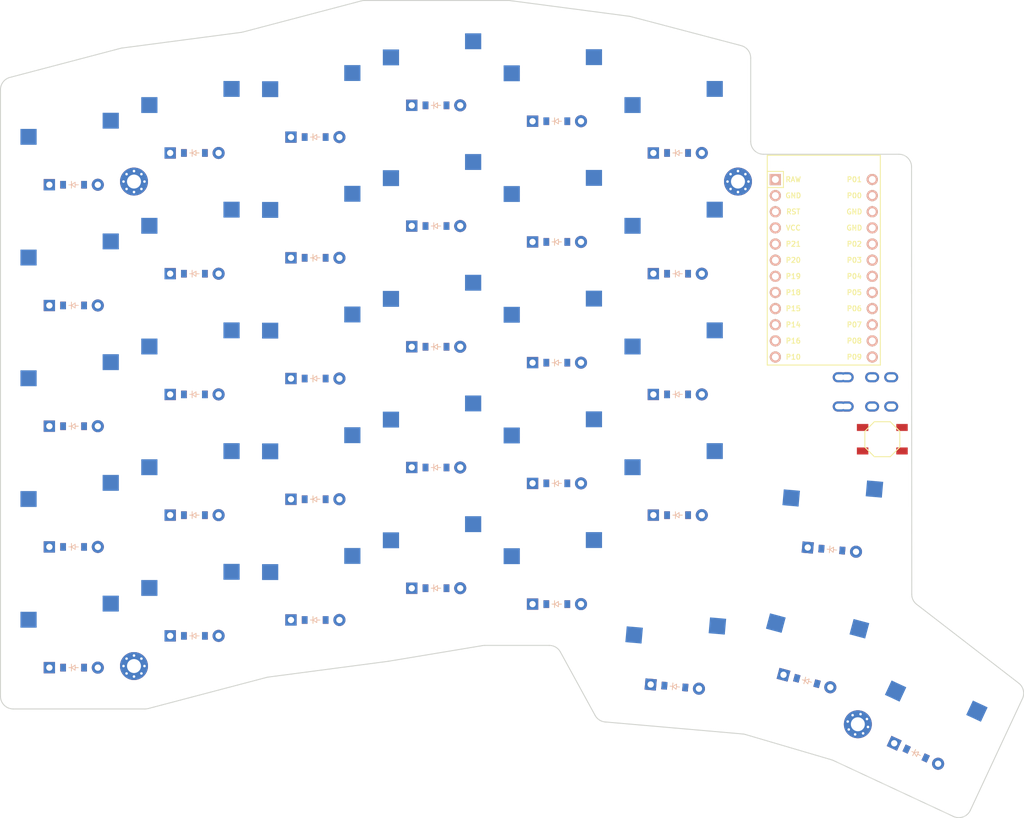
<source format=kicad_pcb>


(kicad_pcb (version 20171130) (host pcbnew 5.1.6)

  (page A3)
  (title_block
    (title "board")
    (rev "v1.0.0")
    (company "Unknown")
  )

  (general
    (thickness 1.6)
  )

  (layers
    (0 F.Cu signal)
    (31 B.Cu signal)
    (32 B.Adhes user)
    (33 F.Adhes user)
    (34 B.Paste user)
    (35 F.Paste user)
    (36 B.SilkS user)
    (37 F.SilkS user)
    (38 B.Mask user)
    (39 F.Mask user)
    (40 Dwgs.User user)
    (41 Cmts.User user)
    (42 Eco1.User user)
    (43 Eco2.User user)
    (44 Edge.Cuts user)
    (45 Margin user)
    (46 B.CrtYd user)
    (47 F.CrtYd user)
    (48 B.Fab user)
    (49 F.Fab user)
  )

  (setup
    (last_trace_width 0.25)
    (trace_clearance 0.2)
    (zone_clearance 0.508)
    (zone_45_only no)
    (trace_min 0.2)
    (via_size 0.8)
    (via_drill 0.4)
    (via_min_size 0.4)
    (via_min_drill 0.3)
    (uvia_size 0.3)
    (uvia_drill 0.1)
    (uvias_allowed no)
    (uvia_min_size 0.2)
    (uvia_min_drill 0.1)
    (edge_width 0.05)
    (segment_width 0.2)
    (pcb_text_width 0.3)
    (pcb_text_size 1.5 1.5)
    (mod_edge_width 0.12)
    (mod_text_size 1 1)
    (mod_text_width 0.15)
    (pad_size 1.524 1.524)
    (pad_drill 0.762)
    (pad_to_mask_clearance 0.05)
    (aux_axis_origin 0 0)
    (visible_elements FFFFFF7F)
    (pcbplotparams
      (layerselection 0x010fc_ffffffff)
      (usegerberextensions false)
      (usegerberattributes true)
      (usegerberadvancedattributes true)
      (creategerberjobfile true)
      (excludeedgelayer true)
      (linewidth 0.100000)
      (plotframeref false)
      (viasonmask false)
      (mode 1)
      (useauxorigin false)
      (hpglpennumber 1)
      (hpglpenspeed 20)
      (hpglpendiameter 15.000000)
      (psnegative false)
      (psa4output false)
      (plotreference true)
      (plotvalue true)
      (plotinvisibletext false)
      (padsonsilk false)
      (subtractmaskfromsilk false)
      (outputformat 1)
      (mirror false)
      (drillshape 1)
      (scaleselection 1)
      (outputdirectory ""))
  )

  (net 0 "")
(net 1 "P14")
(net 2 "outer_mod")
(net 3 "outer_bottom")
(net 4 "outer_home")
(net 5 "outer_top")
(net 6 "outer_num")
(net 7 "P16")
(net 8 "pinky_mod")
(net 9 "pinky_bottom")
(net 10 "pinky_home")
(net 11 "pinky_top")
(net 12 "pinky_num")
(net 13 "P10")
(net 14 "ring_mod")
(net 15 "ring_bottom")
(net 16 "ring_home")
(net 17 "ring_top")
(net 18 "ring_num")
(net 19 "P6")
(net 20 "middle_mod")
(net 21 "middle_bottom")
(net 22 "middle_home")
(net 23 "middle_top")
(net 24 "middle_num")
(net 25 "P7")
(net 26 "index_mod")
(net 27 "index_bottom")
(net 28 "index_home")
(net 29 "index_top")
(net 30 "index_num")
(net 31 "P8")
(net 32 "inner_bottom")
(net 33 "inner_home")
(net 34 "inner_top")
(net 35 "inner_num")
(net 36 "P9")
(net 37 "bracket_bottom")
(net 38 "base_cluster")
(net 39 "space_cluster")
(net 40 "magic_cluster")
(net 41 "P15")
(net 42 "P18")
(net 43 "P19")
(net 44 "P20")
(net 45 "P21")
(net 46 "RAW")
(net 47 "GND")
(net 48 "RST")
(net 49 "VCC")
(net 50 "P1")
(net 51 "P0")
(net 52 "P2")
(net 53 "P3")
(net 54 "P4")
(net 55 "P5")

  (net_class Default "This is the default net class."
    (clearance 0.2)
    (trace_width 0.25)
    (via_dia 0.8)
    (via_drill 0.4)
    (uvia_dia 0.3)
    (uvia_drill 0.1)
    (add_net "")
(add_net "P14")
(add_net "outer_mod")
(add_net "outer_bottom")
(add_net "outer_home")
(add_net "outer_top")
(add_net "outer_num")
(add_net "P16")
(add_net "pinky_mod")
(add_net "pinky_bottom")
(add_net "pinky_home")
(add_net "pinky_top")
(add_net "pinky_num")
(add_net "P10")
(add_net "ring_mod")
(add_net "ring_bottom")
(add_net "ring_home")
(add_net "ring_top")
(add_net "ring_num")
(add_net "P6")
(add_net "middle_mod")
(add_net "middle_bottom")
(add_net "middle_home")
(add_net "middle_top")
(add_net "middle_num")
(add_net "P7")
(add_net "index_mod")
(add_net "index_bottom")
(add_net "index_home")
(add_net "index_top")
(add_net "index_num")
(add_net "P8")
(add_net "inner_bottom")
(add_net "inner_home")
(add_net "inner_top")
(add_net "inner_num")
(add_net "P9")
(add_net "bracket_bottom")
(add_net "base_cluster")
(add_net "space_cluster")
(add_net "magic_cluster")
(add_net "P15")
(add_net "P18")
(add_net "P19")
(add_net "P20")
(add_net "P21")
(add_net "RAW")
(add_net "GND")
(add_net "RST")
(add_net "VCC")
(add_net "P1")
(add_net "P0")
(add_net "P2")
(add_net "P3")
(add_net "P4")
(add_net "P5")
  )

  
        
      (module MX (layer F.Cu) (tedit 5DD4F656)
      (at 50 150 0)

      
      (fp_text reference "S1" (at 0 0) (layer F.SilkS) hide (effects (font (size 1.27 1.27) (thickness 0.15))))
      (fp_text value "" (at 0 0) (layer F.SilkS) hide (effects (font (size 1.27 1.27) (thickness 0.15))))

      
      (fp_line (start -7 -6) (end -7 -7) (layer Dwgs.User) (width 0.15))
      (fp_line (start -7 7) (end -6 7) (layer Dwgs.User) (width 0.15))
      (fp_line (start -6 -7) (end -7 -7) (layer Dwgs.User) (width 0.15))
      (fp_line (start -7 7) (end -7 6) (layer Dwgs.User) (width 0.15))
      (fp_line (start 7 6) (end 7 7) (layer Dwgs.User) (width 0.15))
      (fp_line (start 7 -7) (end 6 -7) (layer Dwgs.User) (width 0.15))
      (fp_line (start 6 7) (end 7 7) (layer Dwgs.User) (width 0.15))
      (fp_line (start 7 -7) (end 7 -6) (layer Dwgs.User) (width 0.15))
    
      
      (pad "" np_thru_hole circle (at 0 0) (size 3.9878 3.9878) (drill 3.9878) (layers *.Cu *.Mask))

      
      (pad "" np_thru_hole circle (at 5.08 0) (size 1.7018 1.7018) (drill 1.7018) (layers *.Cu *.Mask))
      (pad "" np_thru_hole circle (at -5.08 0) (size 1.7018 1.7018) (drill 1.7018) (layers *.Cu *.Mask))
      
        
      
      (fp_line (start -9.5 -9.5) (end 9.5 -9.5) (layer Dwgs.User) (width 0.15))
      (fp_line (start 9.5 -9.5) (end 9.5 9.5) (layer Dwgs.User) (width 0.15))
      (fp_line (start 9.5 9.5) (end -9.5 9.5) (layer Dwgs.User) (width 0.15))
      (fp_line (start -9.5 9.5) (end -9.5 -9.5) (layer Dwgs.User) (width 0.15))
      
        
        
        (pad "" np_thru_hole circle (at 2.54 -5.08) (size 3 3) (drill 3) (layers *.Cu *.Mask))
        (pad "" np_thru_hole circle (at -3.81 -2.54) (size 3 3) (drill 3) (layers *.Cu *.Mask))
        
        
        (pad 1 smd rect (at -7.085 -2.54 0) (size 2.55 2.5) (layers B.Cu B.Paste B.Mask) (net 1 "P14"))
        (pad 2 smd rect (at 5.842 -5.08 0) (size 2.55 2.5) (layers B.Cu B.Paste B.Mask) (net 2 "outer_mod"))
        )
        

        
      (module MX (layer F.Cu) (tedit 5DD4F656)
      (at 50 131 0)

      
      (fp_text reference "S2" (at 0 0) (layer F.SilkS) hide (effects (font (size 1.27 1.27) (thickness 0.15))))
      (fp_text value "" (at 0 0) (layer F.SilkS) hide (effects (font (size 1.27 1.27) (thickness 0.15))))

      
      (fp_line (start -7 -6) (end -7 -7) (layer Dwgs.User) (width 0.15))
      (fp_line (start -7 7) (end -6 7) (layer Dwgs.User) (width 0.15))
      (fp_line (start -6 -7) (end -7 -7) (layer Dwgs.User) (width 0.15))
      (fp_line (start -7 7) (end -7 6) (layer Dwgs.User) (width 0.15))
      (fp_line (start 7 6) (end 7 7) (layer Dwgs.User) (width 0.15))
      (fp_line (start 7 -7) (end 6 -7) (layer Dwgs.User) (width 0.15))
      (fp_line (start 6 7) (end 7 7) (layer Dwgs.User) (width 0.15))
      (fp_line (start 7 -7) (end 7 -6) (layer Dwgs.User) (width 0.15))
    
      
      (pad "" np_thru_hole circle (at 0 0) (size 3.9878 3.9878) (drill 3.9878) (layers *.Cu *.Mask))

      
      (pad "" np_thru_hole circle (at 5.08 0) (size 1.7018 1.7018) (drill 1.7018) (layers *.Cu *.Mask))
      (pad "" np_thru_hole circle (at -5.08 0) (size 1.7018 1.7018) (drill 1.7018) (layers *.Cu *.Mask))
      
        
      
      (fp_line (start -9.5 -9.5) (end 9.5 -9.5) (layer Dwgs.User) (width 0.15))
      (fp_line (start 9.5 -9.5) (end 9.5 9.5) (layer Dwgs.User) (width 0.15))
      (fp_line (start 9.5 9.5) (end -9.5 9.5) (layer Dwgs.User) (width 0.15))
      (fp_line (start -9.5 9.5) (end -9.5 -9.5) (layer Dwgs.User) (width 0.15))
      
        
        
        (pad "" np_thru_hole circle (at 2.54 -5.08) (size 3 3) (drill 3) (layers *.Cu *.Mask))
        (pad "" np_thru_hole circle (at -3.81 -2.54) (size 3 3) (drill 3) (layers *.Cu *.Mask))
        
        
        (pad 1 smd rect (at -7.085 -2.54 0) (size 2.55 2.5) (layers B.Cu B.Paste B.Mask) (net 1 "P14"))
        (pad 2 smd rect (at 5.842 -5.08 0) (size 2.55 2.5) (layers B.Cu B.Paste B.Mask) (net 3 "outer_bottom"))
        )
        

        
      (module MX (layer F.Cu) (tedit 5DD4F656)
      (at 50 112 0)

      
      (fp_text reference "S3" (at 0 0) (layer F.SilkS) hide (effects (font (size 1.27 1.27) (thickness 0.15))))
      (fp_text value "" (at 0 0) (layer F.SilkS) hide (effects (font (size 1.27 1.27) (thickness 0.15))))

      
      (fp_line (start -7 -6) (end -7 -7) (layer Dwgs.User) (width 0.15))
      (fp_line (start -7 7) (end -6 7) (layer Dwgs.User) (width 0.15))
      (fp_line (start -6 -7) (end -7 -7) (layer Dwgs.User) (width 0.15))
      (fp_line (start -7 7) (end -7 6) (layer Dwgs.User) (width 0.15))
      (fp_line (start 7 6) (end 7 7) (layer Dwgs.User) (width 0.15))
      (fp_line (start 7 -7) (end 6 -7) (layer Dwgs.User) (width 0.15))
      (fp_line (start 6 7) (end 7 7) (layer Dwgs.User) (width 0.15))
      (fp_line (start 7 -7) (end 7 -6) (layer Dwgs.User) (width 0.15))
    
      
      (pad "" np_thru_hole circle (at 0 0) (size 3.9878 3.9878) (drill 3.9878) (layers *.Cu *.Mask))

      
      (pad "" np_thru_hole circle (at 5.08 0) (size 1.7018 1.7018) (drill 1.7018) (layers *.Cu *.Mask))
      (pad "" np_thru_hole circle (at -5.08 0) (size 1.7018 1.7018) (drill 1.7018) (layers *.Cu *.Mask))
      
        
      
      (fp_line (start -9.5 -9.5) (end 9.5 -9.5) (layer Dwgs.User) (width 0.15))
      (fp_line (start 9.5 -9.5) (end 9.5 9.5) (layer Dwgs.User) (width 0.15))
      (fp_line (start 9.5 9.5) (end -9.5 9.5) (layer Dwgs.User) (width 0.15))
      (fp_line (start -9.5 9.5) (end -9.5 -9.5) (layer Dwgs.User) (width 0.15))
      
        
        
        (pad "" np_thru_hole circle (at 2.54 -5.08) (size 3 3) (drill 3) (layers *.Cu *.Mask))
        (pad "" np_thru_hole circle (at -3.81 -2.54) (size 3 3) (drill 3) (layers *.Cu *.Mask))
        
        
        (pad 1 smd rect (at -7.085 -2.54 0) (size 2.55 2.5) (layers B.Cu B.Paste B.Mask) (net 1 "P14"))
        (pad 2 smd rect (at 5.842 -5.08 0) (size 2.55 2.5) (layers B.Cu B.Paste B.Mask) (net 4 "outer_home"))
        )
        

        
      (module MX (layer F.Cu) (tedit 5DD4F656)
      (at 50 93 0)

      
      (fp_text reference "S4" (at 0 0) (layer F.SilkS) hide (effects (font (size 1.27 1.27) (thickness 0.15))))
      (fp_text value "" (at 0 0) (layer F.SilkS) hide (effects (font (size 1.27 1.27) (thickness 0.15))))

      
      (fp_line (start -7 -6) (end -7 -7) (layer Dwgs.User) (width 0.15))
      (fp_line (start -7 7) (end -6 7) (layer Dwgs.User) (width 0.15))
      (fp_line (start -6 -7) (end -7 -7) (layer Dwgs.User) (width 0.15))
      (fp_line (start -7 7) (end -7 6) (layer Dwgs.User) (width 0.15))
      (fp_line (start 7 6) (end 7 7) (layer Dwgs.User) (width 0.15))
      (fp_line (start 7 -7) (end 6 -7) (layer Dwgs.User) (width 0.15))
      (fp_line (start 6 7) (end 7 7) (layer Dwgs.User) (width 0.15))
      (fp_line (start 7 -7) (end 7 -6) (layer Dwgs.User) (width 0.15))
    
      
      (pad "" np_thru_hole circle (at 0 0) (size 3.9878 3.9878) (drill 3.9878) (layers *.Cu *.Mask))

      
      (pad "" np_thru_hole circle (at 5.08 0) (size 1.7018 1.7018) (drill 1.7018) (layers *.Cu *.Mask))
      (pad "" np_thru_hole circle (at -5.08 0) (size 1.7018 1.7018) (drill 1.7018) (layers *.Cu *.Mask))
      
        
      
      (fp_line (start -9.5 -9.5) (end 9.5 -9.5) (layer Dwgs.User) (width 0.15))
      (fp_line (start 9.5 -9.5) (end 9.5 9.5) (layer Dwgs.User) (width 0.15))
      (fp_line (start 9.5 9.5) (end -9.5 9.5) (layer Dwgs.User) (width 0.15))
      (fp_line (start -9.5 9.5) (end -9.5 -9.5) (layer Dwgs.User) (width 0.15))
      
        
        
        (pad "" np_thru_hole circle (at 2.54 -5.08) (size 3 3) (drill 3) (layers *.Cu *.Mask))
        (pad "" np_thru_hole circle (at -3.81 -2.54) (size 3 3) (drill 3) (layers *.Cu *.Mask))
        
        
        (pad 1 smd rect (at -7.085 -2.54 0) (size 2.55 2.5) (layers B.Cu B.Paste B.Mask) (net 1 "P14"))
        (pad 2 smd rect (at 5.842 -5.08 0) (size 2.55 2.5) (layers B.Cu B.Paste B.Mask) (net 5 "outer_top"))
        )
        

        
      (module MX (layer F.Cu) (tedit 5DD4F656)
      (at 50 74 0)

      
      (fp_text reference "S5" (at 0 0) (layer F.SilkS) hide (effects (font (size 1.27 1.27) (thickness 0.15))))
      (fp_text value "" (at 0 0) (layer F.SilkS) hide (effects (font (size 1.27 1.27) (thickness 0.15))))

      
      (fp_line (start -7 -6) (end -7 -7) (layer Dwgs.User) (width 0.15))
      (fp_line (start -7 7) (end -6 7) (layer Dwgs.User) (width 0.15))
      (fp_line (start -6 -7) (end -7 -7) (layer Dwgs.User) (width 0.15))
      (fp_line (start -7 7) (end -7 6) (layer Dwgs.User) (width 0.15))
      (fp_line (start 7 6) (end 7 7) (layer Dwgs.User) (width 0.15))
      (fp_line (start 7 -7) (end 6 -7) (layer Dwgs.User) (width 0.15))
      (fp_line (start 6 7) (end 7 7) (layer Dwgs.User) (width 0.15))
      (fp_line (start 7 -7) (end 7 -6) (layer Dwgs.User) (width 0.15))
    
      
      (pad "" np_thru_hole circle (at 0 0) (size 3.9878 3.9878) (drill 3.9878) (layers *.Cu *.Mask))

      
      (pad "" np_thru_hole circle (at 5.08 0) (size 1.7018 1.7018) (drill 1.7018) (layers *.Cu *.Mask))
      (pad "" np_thru_hole circle (at -5.08 0) (size 1.7018 1.7018) (drill 1.7018) (layers *.Cu *.Mask))
      
        
      
      (fp_line (start -9.5 -9.5) (end 9.5 -9.5) (layer Dwgs.User) (width 0.15))
      (fp_line (start 9.5 -9.5) (end 9.5 9.5) (layer Dwgs.User) (width 0.15))
      (fp_line (start 9.5 9.5) (end -9.5 9.5) (layer Dwgs.User) (width 0.15))
      (fp_line (start -9.5 9.5) (end -9.5 -9.5) (layer Dwgs.User) (width 0.15))
      
        
        
        (pad "" np_thru_hole circle (at 2.54 -5.08) (size 3 3) (drill 3) (layers *.Cu *.Mask))
        (pad "" np_thru_hole circle (at -3.81 -2.54) (size 3 3) (drill 3) (layers *.Cu *.Mask))
        
        
        (pad 1 smd rect (at -7.085 -2.54 0) (size 2.55 2.5) (layers B.Cu B.Paste B.Mask) (net 1 "P14"))
        (pad 2 smd rect (at 5.842 -5.08 0) (size 2.55 2.5) (layers B.Cu B.Paste B.Mask) (net 6 "outer_num"))
        )
        

        
      (module MX (layer F.Cu) (tedit 5DD4F656)
      (at 69 145 0)

      
      (fp_text reference "S6" (at 0 0) (layer F.SilkS) hide (effects (font (size 1.27 1.27) (thickness 0.15))))
      (fp_text value "" (at 0 0) (layer F.SilkS) hide (effects (font (size 1.27 1.27) (thickness 0.15))))

      
      (fp_line (start -7 -6) (end -7 -7) (layer Dwgs.User) (width 0.15))
      (fp_line (start -7 7) (end -6 7) (layer Dwgs.User) (width 0.15))
      (fp_line (start -6 -7) (end -7 -7) (layer Dwgs.User) (width 0.15))
      (fp_line (start -7 7) (end -7 6) (layer Dwgs.User) (width 0.15))
      (fp_line (start 7 6) (end 7 7) (layer Dwgs.User) (width 0.15))
      (fp_line (start 7 -7) (end 6 -7) (layer Dwgs.User) (width 0.15))
      (fp_line (start 6 7) (end 7 7) (layer Dwgs.User) (width 0.15))
      (fp_line (start 7 -7) (end 7 -6) (layer Dwgs.User) (width 0.15))
    
      
      (pad "" np_thru_hole circle (at 0 0) (size 3.9878 3.9878) (drill 3.9878) (layers *.Cu *.Mask))

      
      (pad "" np_thru_hole circle (at 5.08 0) (size 1.7018 1.7018) (drill 1.7018) (layers *.Cu *.Mask))
      (pad "" np_thru_hole circle (at -5.08 0) (size 1.7018 1.7018) (drill 1.7018) (layers *.Cu *.Mask))
      
        
      
      (fp_line (start -9.5 -9.5) (end 9.5 -9.5) (layer Dwgs.User) (width 0.15))
      (fp_line (start 9.5 -9.5) (end 9.5 9.5) (layer Dwgs.User) (width 0.15))
      (fp_line (start 9.5 9.5) (end -9.5 9.5) (layer Dwgs.User) (width 0.15))
      (fp_line (start -9.5 9.5) (end -9.5 -9.5) (layer Dwgs.User) (width 0.15))
      
        
        
        (pad "" np_thru_hole circle (at 2.54 -5.08) (size 3 3) (drill 3) (layers *.Cu *.Mask))
        (pad "" np_thru_hole circle (at -3.81 -2.54) (size 3 3) (drill 3) (layers *.Cu *.Mask))
        
        
        (pad 1 smd rect (at -7.085 -2.54 0) (size 2.55 2.5) (layers B.Cu B.Paste B.Mask) (net 7 "P16"))
        (pad 2 smd rect (at 5.842 -5.08 0) (size 2.55 2.5) (layers B.Cu B.Paste B.Mask) (net 8 "pinky_mod"))
        )
        

        
      (module MX (layer F.Cu) (tedit 5DD4F656)
      (at 69 126 0)

      
      (fp_text reference "S7" (at 0 0) (layer F.SilkS) hide (effects (font (size 1.27 1.27) (thickness 0.15))))
      (fp_text value "" (at 0 0) (layer F.SilkS) hide (effects (font (size 1.27 1.27) (thickness 0.15))))

      
      (fp_line (start -7 -6) (end -7 -7) (layer Dwgs.User) (width 0.15))
      (fp_line (start -7 7) (end -6 7) (layer Dwgs.User) (width 0.15))
      (fp_line (start -6 -7) (end -7 -7) (layer Dwgs.User) (width 0.15))
      (fp_line (start -7 7) (end -7 6) (layer Dwgs.User) (width 0.15))
      (fp_line (start 7 6) (end 7 7) (layer Dwgs.User) (width 0.15))
      (fp_line (start 7 -7) (end 6 -7) (layer Dwgs.User) (width 0.15))
      (fp_line (start 6 7) (end 7 7) (layer Dwgs.User) (width 0.15))
      (fp_line (start 7 -7) (end 7 -6) (layer Dwgs.User) (width 0.15))
    
      
      (pad "" np_thru_hole circle (at 0 0) (size 3.9878 3.9878) (drill 3.9878) (layers *.Cu *.Mask))

      
      (pad "" np_thru_hole circle (at 5.08 0) (size 1.7018 1.7018) (drill 1.7018) (layers *.Cu *.Mask))
      (pad "" np_thru_hole circle (at -5.08 0) (size 1.7018 1.7018) (drill 1.7018) (layers *.Cu *.Mask))
      
        
      
      (fp_line (start -9.5 -9.5) (end 9.5 -9.5) (layer Dwgs.User) (width 0.15))
      (fp_line (start 9.5 -9.5) (end 9.5 9.5) (layer Dwgs.User) (width 0.15))
      (fp_line (start 9.5 9.5) (end -9.5 9.5) (layer Dwgs.User) (width 0.15))
      (fp_line (start -9.5 9.5) (end -9.5 -9.5) (layer Dwgs.User) (width 0.15))
      
        
        
        (pad "" np_thru_hole circle (at 2.54 -5.08) (size 3 3) (drill 3) (layers *.Cu *.Mask))
        (pad "" np_thru_hole circle (at -3.81 -2.54) (size 3 3) (drill 3) (layers *.Cu *.Mask))
        
        
        (pad 1 smd rect (at -7.085 -2.54 0) (size 2.55 2.5) (layers B.Cu B.Paste B.Mask) (net 7 "P16"))
        (pad 2 smd rect (at 5.842 -5.08 0) (size 2.55 2.5) (layers B.Cu B.Paste B.Mask) (net 9 "pinky_bottom"))
        )
        

        
      (module MX (layer F.Cu) (tedit 5DD4F656)
      (at 69 107 0)

      
      (fp_text reference "S8" (at 0 0) (layer F.SilkS) hide (effects (font (size 1.27 1.27) (thickness 0.15))))
      (fp_text value "" (at 0 0) (layer F.SilkS) hide (effects (font (size 1.27 1.27) (thickness 0.15))))

      
      (fp_line (start -7 -6) (end -7 -7) (layer Dwgs.User) (width 0.15))
      (fp_line (start -7 7) (end -6 7) (layer Dwgs.User) (width 0.15))
      (fp_line (start -6 -7) (end -7 -7) (layer Dwgs.User) (width 0.15))
      (fp_line (start -7 7) (end -7 6) (layer Dwgs.User) (width 0.15))
      (fp_line (start 7 6) (end 7 7) (layer Dwgs.User) (width 0.15))
      (fp_line (start 7 -7) (end 6 -7) (layer Dwgs.User) (width 0.15))
      (fp_line (start 6 7) (end 7 7) (layer Dwgs.User) (width 0.15))
      (fp_line (start 7 -7) (end 7 -6) (layer Dwgs.User) (width 0.15))
    
      
      (pad "" np_thru_hole circle (at 0 0) (size 3.9878 3.9878) (drill 3.9878) (layers *.Cu *.Mask))

      
      (pad "" np_thru_hole circle (at 5.08 0) (size 1.7018 1.7018) (drill 1.7018) (layers *.Cu *.Mask))
      (pad "" np_thru_hole circle (at -5.08 0) (size 1.7018 1.7018) (drill 1.7018) (layers *.Cu *.Mask))
      
        
      
      (fp_line (start -9.5 -9.5) (end 9.5 -9.5) (layer Dwgs.User) (width 0.15))
      (fp_line (start 9.5 -9.5) (end 9.5 9.5) (layer Dwgs.User) (width 0.15))
      (fp_line (start 9.5 9.5) (end -9.5 9.5) (layer Dwgs.User) (width 0.15))
      (fp_line (start -9.5 9.5) (end -9.5 -9.5) (layer Dwgs.User) (width 0.15))
      
        
        
        (pad "" np_thru_hole circle (at 2.54 -5.08) (size 3 3) (drill 3) (layers *.Cu *.Mask))
        (pad "" np_thru_hole circle (at -3.81 -2.54) (size 3 3) (drill 3) (layers *.Cu *.Mask))
        
        
        (pad 1 smd rect (at -7.085 -2.54 0) (size 2.55 2.5) (layers B.Cu B.Paste B.Mask) (net 7 "P16"))
        (pad 2 smd rect (at 5.842 -5.08 0) (size 2.55 2.5) (layers B.Cu B.Paste B.Mask) (net 10 "pinky_home"))
        )
        

        
      (module MX (layer F.Cu) (tedit 5DD4F656)
      (at 69 88 0)

      
      (fp_text reference "S9" (at 0 0) (layer F.SilkS) hide (effects (font (size 1.27 1.27) (thickness 0.15))))
      (fp_text value "" (at 0 0) (layer F.SilkS) hide (effects (font (size 1.27 1.27) (thickness 0.15))))

      
      (fp_line (start -7 -6) (end -7 -7) (layer Dwgs.User) (width 0.15))
      (fp_line (start -7 7) (end -6 7) (layer Dwgs.User) (width 0.15))
      (fp_line (start -6 -7) (end -7 -7) (layer Dwgs.User) (width 0.15))
      (fp_line (start -7 7) (end -7 6) (layer Dwgs.User) (width 0.15))
      (fp_line (start 7 6) (end 7 7) (layer Dwgs.User) (width 0.15))
      (fp_line (start 7 -7) (end 6 -7) (layer Dwgs.User) (width 0.15))
      (fp_line (start 6 7) (end 7 7) (layer Dwgs.User) (width 0.15))
      (fp_line (start 7 -7) (end 7 -6) (layer Dwgs.User) (width 0.15))
    
      
      (pad "" np_thru_hole circle (at 0 0) (size 3.9878 3.9878) (drill 3.9878) (layers *.Cu *.Mask))

      
      (pad "" np_thru_hole circle (at 5.08 0) (size 1.7018 1.7018) (drill 1.7018) (layers *.Cu *.Mask))
      (pad "" np_thru_hole circle (at -5.08 0) (size 1.7018 1.7018) (drill 1.7018) (layers *.Cu *.Mask))
      
        
      
      (fp_line (start -9.5 -9.5) (end 9.5 -9.5) (layer Dwgs.User) (width 0.15))
      (fp_line (start 9.5 -9.5) (end 9.5 9.5) (layer Dwgs.User) (width 0.15))
      (fp_line (start 9.5 9.5) (end -9.5 9.5) (layer Dwgs.User) (width 0.15))
      (fp_line (start -9.5 9.5) (end -9.5 -9.5) (layer Dwgs.User) (width 0.15))
      
        
        
        (pad "" np_thru_hole circle (at 2.54 -5.08) (size 3 3) (drill 3) (layers *.Cu *.Mask))
        (pad "" np_thru_hole circle (at -3.81 -2.54) (size 3 3) (drill 3) (layers *.Cu *.Mask))
        
        
        (pad 1 smd rect (at -7.085 -2.54 0) (size 2.55 2.5) (layers B.Cu B.Paste B.Mask) (net 7 "P16"))
        (pad 2 smd rect (at 5.842 -5.08 0) (size 2.55 2.5) (layers B.Cu B.Paste B.Mask) (net 11 "pinky_top"))
        )
        

        
      (module MX (layer F.Cu) (tedit 5DD4F656)
      (at 69 69 0)

      
      (fp_text reference "S10" (at 0 0) (layer F.SilkS) hide (effects (font (size 1.27 1.27) (thickness 0.15))))
      (fp_text value "" (at 0 0) (layer F.SilkS) hide (effects (font (size 1.27 1.27) (thickness 0.15))))

      
      (fp_line (start -7 -6) (end -7 -7) (layer Dwgs.User) (width 0.15))
      (fp_line (start -7 7) (end -6 7) (layer Dwgs.User) (width 0.15))
      (fp_line (start -6 -7) (end -7 -7) (layer Dwgs.User) (width 0.15))
      (fp_line (start -7 7) (end -7 6) (layer Dwgs.User) (width 0.15))
      (fp_line (start 7 6) (end 7 7) (layer Dwgs.User) (width 0.15))
      (fp_line (start 7 -7) (end 6 -7) (layer Dwgs.User) (width 0.15))
      (fp_line (start 6 7) (end 7 7) (layer Dwgs.User) (width 0.15))
      (fp_line (start 7 -7) (end 7 -6) (layer Dwgs.User) (width 0.15))
    
      
      (pad "" np_thru_hole circle (at 0 0) (size 3.9878 3.9878) (drill 3.9878) (layers *.Cu *.Mask))

      
      (pad "" np_thru_hole circle (at 5.08 0) (size 1.7018 1.7018) (drill 1.7018) (layers *.Cu *.Mask))
      (pad "" np_thru_hole circle (at -5.08 0) (size 1.7018 1.7018) (drill 1.7018) (layers *.Cu *.Mask))
      
        
      
      (fp_line (start -9.5 -9.5) (end 9.5 -9.5) (layer Dwgs.User) (width 0.15))
      (fp_line (start 9.5 -9.5) (end 9.5 9.5) (layer Dwgs.User) (width 0.15))
      (fp_line (start 9.5 9.5) (end -9.5 9.5) (layer Dwgs.User) (width 0.15))
      (fp_line (start -9.5 9.5) (end -9.5 -9.5) (layer Dwgs.User) (width 0.15))
      
        
        
        (pad "" np_thru_hole circle (at 2.54 -5.08) (size 3 3) (drill 3) (layers *.Cu *.Mask))
        (pad "" np_thru_hole circle (at -3.81 -2.54) (size 3 3) (drill 3) (layers *.Cu *.Mask))
        
        
        (pad 1 smd rect (at -7.085 -2.54 0) (size 2.55 2.5) (layers B.Cu B.Paste B.Mask) (net 7 "P16"))
        (pad 2 smd rect (at 5.842 -5.08 0) (size 2.55 2.5) (layers B.Cu B.Paste B.Mask) (net 12 "pinky_num"))
        )
        

        
      (module MX (layer F.Cu) (tedit 5DD4F656)
      (at 88 142.5 0)

      
      (fp_text reference "S11" (at 0 0) (layer F.SilkS) hide (effects (font (size 1.27 1.27) (thickness 0.15))))
      (fp_text value "" (at 0 0) (layer F.SilkS) hide (effects (font (size 1.27 1.27) (thickness 0.15))))

      
      (fp_line (start -7 -6) (end -7 -7) (layer Dwgs.User) (width 0.15))
      (fp_line (start -7 7) (end -6 7) (layer Dwgs.User) (width 0.15))
      (fp_line (start -6 -7) (end -7 -7) (layer Dwgs.User) (width 0.15))
      (fp_line (start -7 7) (end -7 6) (layer Dwgs.User) (width 0.15))
      (fp_line (start 7 6) (end 7 7) (layer Dwgs.User) (width 0.15))
      (fp_line (start 7 -7) (end 6 -7) (layer Dwgs.User) (width 0.15))
      (fp_line (start 6 7) (end 7 7) (layer Dwgs.User) (width 0.15))
      (fp_line (start 7 -7) (end 7 -6) (layer Dwgs.User) (width 0.15))
    
      
      (pad "" np_thru_hole circle (at 0 0) (size 3.9878 3.9878) (drill 3.9878) (layers *.Cu *.Mask))

      
      (pad "" np_thru_hole circle (at 5.08 0) (size 1.7018 1.7018) (drill 1.7018) (layers *.Cu *.Mask))
      (pad "" np_thru_hole circle (at -5.08 0) (size 1.7018 1.7018) (drill 1.7018) (layers *.Cu *.Mask))
      
        
      
      (fp_line (start -9.5 -9.5) (end 9.5 -9.5) (layer Dwgs.User) (width 0.15))
      (fp_line (start 9.5 -9.5) (end 9.5 9.5) (layer Dwgs.User) (width 0.15))
      (fp_line (start 9.5 9.5) (end -9.5 9.5) (layer Dwgs.User) (width 0.15))
      (fp_line (start -9.5 9.5) (end -9.5 -9.5) (layer Dwgs.User) (width 0.15))
      
        
        
        (pad "" np_thru_hole circle (at 2.54 -5.08) (size 3 3) (drill 3) (layers *.Cu *.Mask))
        (pad "" np_thru_hole circle (at -3.81 -2.54) (size 3 3) (drill 3) (layers *.Cu *.Mask))
        
        
        (pad 1 smd rect (at -7.085 -2.54 0) (size 2.55 2.5) (layers B.Cu B.Paste B.Mask) (net 13 "P10"))
        (pad 2 smd rect (at 5.842 -5.08 0) (size 2.55 2.5) (layers B.Cu B.Paste B.Mask) (net 14 "ring_mod"))
        )
        

        
      (module MX (layer F.Cu) (tedit 5DD4F656)
      (at 88 123.5 0)

      
      (fp_text reference "S12" (at 0 0) (layer F.SilkS) hide (effects (font (size 1.27 1.27) (thickness 0.15))))
      (fp_text value "" (at 0 0) (layer F.SilkS) hide (effects (font (size 1.27 1.27) (thickness 0.15))))

      
      (fp_line (start -7 -6) (end -7 -7) (layer Dwgs.User) (width 0.15))
      (fp_line (start -7 7) (end -6 7) (layer Dwgs.User) (width 0.15))
      (fp_line (start -6 -7) (end -7 -7) (layer Dwgs.User) (width 0.15))
      (fp_line (start -7 7) (end -7 6) (layer Dwgs.User) (width 0.15))
      (fp_line (start 7 6) (end 7 7) (layer Dwgs.User) (width 0.15))
      (fp_line (start 7 -7) (end 6 -7) (layer Dwgs.User) (width 0.15))
      (fp_line (start 6 7) (end 7 7) (layer Dwgs.User) (width 0.15))
      (fp_line (start 7 -7) (end 7 -6) (layer Dwgs.User) (width 0.15))
    
      
      (pad "" np_thru_hole circle (at 0 0) (size 3.9878 3.9878) (drill 3.9878) (layers *.Cu *.Mask))

      
      (pad "" np_thru_hole circle (at 5.08 0) (size 1.7018 1.7018) (drill 1.7018) (layers *.Cu *.Mask))
      (pad "" np_thru_hole circle (at -5.08 0) (size 1.7018 1.7018) (drill 1.7018) (layers *.Cu *.Mask))
      
        
      
      (fp_line (start -9.5 -9.5) (end 9.5 -9.5) (layer Dwgs.User) (width 0.15))
      (fp_line (start 9.5 -9.5) (end 9.5 9.5) (layer Dwgs.User) (width 0.15))
      (fp_line (start 9.5 9.5) (end -9.5 9.5) (layer Dwgs.User) (width 0.15))
      (fp_line (start -9.5 9.5) (end -9.5 -9.5) (layer Dwgs.User) (width 0.15))
      
        
        
        (pad "" np_thru_hole circle (at 2.54 -5.08) (size 3 3) (drill 3) (layers *.Cu *.Mask))
        (pad "" np_thru_hole circle (at -3.81 -2.54) (size 3 3) (drill 3) (layers *.Cu *.Mask))
        
        
        (pad 1 smd rect (at -7.085 -2.54 0) (size 2.55 2.5) (layers B.Cu B.Paste B.Mask) (net 13 "P10"))
        (pad 2 smd rect (at 5.842 -5.08 0) (size 2.55 2.5) (layers B.Cu B.Paste B.Mask) (net 15 "ring_bottom"))
        )
        

        
      (module MX (layer F.Cu) (tedit 5DD4F656)
      (at 88 104.5 0)

      
      (fp_text reference "S13" (at 0 0) (layer F.SilkS) hide (effects (font (size 1.27 1.27) (thickness 0.15))))
      (fp_text value "" (at 0 0) (layer F.SilkS) hide (effects (font (size 1.27 1.27) (thickness 0.15))))

      
      (fp_line (start -7 -6) (end -7 -7) (layer Dwgs.User) (width 0.15))
      (fp_line (start -7 7) (end -6 7) (layer Dwgs.User) (width 0.15))
      (fp_line (start -6 -7) (end -7 -7) (layer Dwgs.User) (width 0.15))
      (fp_line (start -7 7) (end -7 6) (layer Dwgs.User) (width 0.15))
      (fp_line (start 7 6) (end 7 7) (layer Dwgs.User) (width 0.15))
      (fp_line (start 7 -7) (end 6 -7) (layer Dwgs.User) (width 0.15))
      (fp_line (start 6 7) (end 7 7) (layer Dwgs.User) (width 0.15))
      (fp_line (start 7 -7) (end 7 -6) (layer Dwgs.User) (width 0.15))
    
      
      (pad "" np_thru_hole circle (at 0 0) (size 3.9878 3.9878) (drill 3.9878) (layers *.Cu *.Mask))

      
      (pad "" np_thru_hole circle (at 5.08 0) (size 1.7018 1.7018) (drill 1.7018) (layers *.Cu *.Mask))
      (pad "" np_thru_hole circle (at -5.08 0) (size 1.7018 1.7018) (drill 1.7018) (layers *.Cu *.Mask))
      
        
      
      (fp_line (start -9.5 -9.5) (end 9.5 -9.5) (layer Dwgs.User) (width 0.15))
      (fp_line (start 9.5 -9.5) (end 9.5 9.5) (layer Dwgs.User) (width 0.15))
      (fp_line (start 9.5 9.5) (end -9.5 9.5) (layer Dwgs.User) (width 0.15))
      (fp_line (start -9.5 9.5) (end -9.5 -9.5) (layer Dwgs.User) (width 0.15))
      
        
        
        (pad "" np_thru_hole circle (at 2.54 -5.08) (size 3 3) (drill 3) (layers *.Cu *.Mask))
        (pad "" np_thru_hole circle (at -3.81 -2.54) (size 3 3) (drill 3) (layers *.Cu *.Mask))
        
        
        (pad 1 smd rect (at -7.085 -2.54 0) (size 2.55 2.5) (layers B.Cu B.Paste B.Mask) (net 13 "P10"))
        (pad 2 smd rect (at 5.842 -5.08 0) (size 2.55 2.5) (layers B.Cu B.Paste B.Mask) (net 16 "ring_home"))
        )
        

        
      (module MX (layer F.Cu) (tedit 5DD4F656)
      (at 88 85.5 0)

      
      (fp_text reference "S14" (at 0 0) (layer F.SilkS) hide (effects (font (size 1.27 1.27) (thickness 0.15))))
      (fp_text value "" (at 0 0) (layer F.SilkS) hide (effects (font (size 1.27 1.27) (thickness 0.15))))

      
      (fp_line (start -7 -6) (end -7 -7) (layer Dwgs.User) (width 0.15))
      (fp_line (start -7 7) (end -6 7) (layer Dwgs.User) (width 0.15))
      (fp_line (start -6 -7) (end -7 -7) (layer Dwgs.User) (width 0.15))
      (fp_line (start -7 7) (end -7 6) (layer Dwgs.User) (width 0.15))
      (fp_line (start 7 6) (end 7 7) (layer Dwgs.User) (width 0.15))
      (fp_line (start 7 -7) (end 6 -7) (layer Dwgs.User) (width 0.15))
      (fp_line (start 6 7) (end 7 7) (layer Dwgs.User) (width 0.15))
      (fp_line (start 7 -7) (end 7 -6) (layer Dwgs.User) (width 0.15))
    
      
      (pad "" np_thru_hole circle (at 0 0) (size 3.9878 3.9878) (drill 3.9878) (layers *.Cu *.Mask))

      
      (pad "" np_thru_hole circle (at 5.08 0) (size 1.7018 1.7018) (drill 1.7018) (layers *.Cu *.Mask))
      (pad "" np_thru_hole circle (at -5.08 0) (size 1.7018 1.7018) (drill 1.7018) (layers *.Cu *.Mask))
      
        
      
      (fp_line (start -9.5 -9.5) (end 9.5 -9.5) (layer Dwgs.User) (width 0.15))
      (fp_line (start 9.5 -9.5) (end 9.5 9.5) (layer Dwgs.User) (width 0.15))
      (fp_line (start 9.5 9.5) (end -9.5 9.5) (layer Dwgs.User) (width 0.15))
      (fp_line (start -9.5 9.5) (end -9.5 -9.5) (layer Dwgs.User) (width 0.15))
      
        
        
        (pad "" np_thru_hole circle (at 2.54 -5.08) (size 3 3) (drill 3) (layers *.Cu *.Mask))
        (pad "" np_thru_hole circle (at -3.81 -2.54) (size 3 3) (drill 3) (layers *.Cu *.Mask))
        
        
        (pad 1 smd rect (at -7.085 -2.54 0) (size 2.55 2.5) (layers B.Cu B.Paste B.Mask) (net 13 "P10"))
        (pad 2 smd rect (at 5.842 -5.08 0) (size 2.55 2.5) (layers B.Cu B.Paste B.Mask) (net 17 "ring_top"))
        )
        

        
      (module MX (layer F.Cu) (tedit 5DD4F656)
      (at 88 66.5 0)

      
      (fp_text reference "S15" (at 0 0) (layer F.SilkS) hide (effects (font (size 1.27 1.27) (thickness 0.15))))
      (fp_text value "" (at 0 0) (layer F.SilkS) hide (effects (font (size 1.27 1.27) (thickness 0.15))))

      
      (fp_line (start -7 -6) (end -7 -7) (layer Dwgs.User) (width 0.15))
      (fp_line (start -7 7) (end -6 7) (layer Dwgs.User) (width 0.15))
      (fp_line (start -6 -7) (end -7 -7) (layer Dwgs.User) (width 0.15))
      (fp_line (start -7 7) (end -7 6) (layer Dwgs.User) (width 0.15))
      (fp_line (start 7 6) (end 7 7) (layer Dwgs.User) (width 0.15))
      (fp_line (start 7 -7) (end 6 -7) (layer Dwgs.User) (width 0.15))
      (fp_line (start 6 7) (end 7 7) (layer Dwgs.User) (width 0.15))
      (fp_line (start 7 -7) (end 7 -6) (layer Dwgs.User) (width 0.15))
    
      
      (pad "" np_thru_hole circle (at 0 0) (size 3.9878 3.9878) (drill 3.9878) (layers *.Cu *.Mask))

      
      (pad "" np_thru_hole circle (at 5.08 0) (size 1.7018 1.7018) (drill 1.7018) (layers *.Cu *.Mask))
      (pad "" np_thru_hole circle (at -5.08 0) (size 1.7018 1.7018) (drill 1.7018) (layers *.Cu *.Mask))
      
        
      
      (fp_line (start -9.5 -9.5) (end 9.5 -9.5) (layer Dwgs.User) (width 0.15))
      (fp_line (start 9.5 -9.5) (end 9.5 9.5) (layer Dwgs.User) (width 0.15))
      (fp_line (start 9.5 9.5) (end -9.5 9.5) (layer Dwgs.User) (width 0.15))
      (fp_line (start -9.5 9.5) (end -9.5 -9.5) (layer Dwgs.User) (width 0.15))
      
        
        
        (pad "" np_thru_hole circle (at 2.54 -5.08) (size 3 3) (drill 3) (layers *.Cu *.Mask))
        (pad "" np_thru_hole circle (at -3.81 -2.54) (size 3 3) (drill 3) (layers *.Cu *.Mask))
        
        
        (pad 1 smd rect (at -7.085 -2.54 0) (size 2.55 2.5) (layers B.Cu B.Paste B.Mask) (net 13 "P10"))
        (pad 2 smd rect (at 5.842 -5.08 0) (size 2.55 2.5) (layers B.Cu B.Paste B.Mask) (net 18 "ring_num"))
        )
        

        
      (module MX (layer F.Cu) (tedit 5DD4F656)
      (at 107 137.5 0)

      
      (fp_text reference "S16" (at 0 0) (layer F.SilkS) hide (effects (font (size 1.27 1.27) (thickness 0.15))))
      (fp_text value "" (at 0 0) (layer F.SilkS) hide (effects (font (size 1.27 1.27) (thickness 0.15))))

      
      (fp_line (start -7 -6) (end -7 -7) (layer Dwgs.User) (width 0.15))
      (fp_line (start -7 7) (end -6 7) (layer Dwgs.User) (width 0.15))
      (fp_line (start -6 -7) (end -7 -7) (layer Dwgs.User) (width 0.15))
      (fp_line (start -7 7) (end -7 6) (layer Dwgs.User) (width 0.15))
      (fp_line (start 7 6) (end 7 7) (layer Dwgs.User) (width 0.15))
      (fp_line (start 7 -7) (end 6 -7) (layer Dwgs.User) (width 0.15))
      (fp_line (start 6 7) (end 7 7) (layer Dwgs.User) (width 0.15))
      (fp_line (start 7 -7) (end 7 -6) (layer Dwgs.User) (width 0.15))
    
      
      (pad "" np_thru_hole circle (at 0 0) (size 3.9878 3.9878) (drill 3.9878) (layers *.Cu *.Mask))

      
      (pad "" np_thru_hole circle (at 5.08 0) (size 1.7018 1.7018) (drill 1.7018) (layers *.Cu *.Mask))
      (pad "" np_thru_hole circle (at -5.08 0) (size 1.7018 1.7018) (drill 1.7018) (layers *.Cu *.Mask))
      
        
      
      (fp_line (start -9.5 -9.5) (end 9.5 -9.5) (layer Dwgs.User) (width 0.15))
      (fp_line (start 9.5 -9.5) (end 9.5 9.5) (layer Dwgs.User) (width 0.15))
      (fp_line (start 9.5 9.5) (end -9.5 9.5) (layer Dwgs.User) (width 0.15))
      (fp_line (start -9.5 9.5) (end -9.5 -9.5) (layer Dwgs.User) (width 0.15))
      
        
        
        (pad "" np_thru_hole circle (at 2.54 -5.08) (size 3 3) (drill 3) (layers *.Cu *.Mask))
        (pad "" np_thru_hole circle (at -3.81 -2.54) (size 3 3) (drill 3) (layers *.Cu *.Mask))
        
        
        (pad 1 smd rect (at -7.085 -2.54 0) (size 2.55 2.5) (layers B.Cu B.Paste B.Mask) (net 19 "P6"))
        (pad 2 smd rect (at 5.842 -5.08 0) (size 2.55 2.5) (layers B.Cu B.Paste B.Mask) (net 20 "middle_mod"))
        )
        

        
      (module MX (layer F.Cu) (tedit 5DD4F656)
      (at 107 118.5 0)

      
      (fp_text reference "S17" (at 0 0) (layer F.SilkS) hide (effects (font (size 1.27 1.27) (thickness 0.15))))
      (fp_text value "" (at 0 0) (layer F.SilkS) hide (effects (font (size 1.27 1.27) (thickness 0.15))))

      
      (fp_line (start -7 -6) (end -7 -7) (layer Dwgs.User) (width 0.15))
      (fp_line (start -7 7) (end -6 7) (layer Dwgs.User) (width 0.15))
      (fp_line (start -6 -7) (end -7 -7) (layer Dwgs.User) (width 0.15))
      (fp_line (start -7 7) (end -7 6) (layer Dwgs.User) (width 0.15))
      (fp_line (start 7 6) (end 7 7) (layer Dwgs.User) (width 0.15))
      (fp_line (start 7 -7) (end 6 -7) (layer Dwgs.User) (width 0.15))
      (fp_line (start 6 7) (end 7 7) (layer Dwgs.User) (width 0.15))
      (fp_line (start 7 -7) (end 7 -6) (layer Dwgs.User) (width 0.15))
    
      
      (pad "" np_thru_hole circle (at 0 0) (size 3.9878 3.9878) (drill 3.9878) (layers *.Cu *.Mask))

      
      (pad "" np_thru_hole circle (at 5.08 0) (size 1.7018 1.7018) (drill 1.7018) (layers *.Cu *.Mask))
      (pad "" np_thru_hole circle (at -5.08 0) (size 1.7018 1.7018) (drill 1.7018) (layers *.Cu *.Mask))
      
        
      
      (fp_line (start -9.5 -9.5) (end 9.5 -9.5) (layer Dwgs.User) (width 0.15))
      (fp_line (start 9.5 -9.5) (end 9.5 9.5) (layer Dwgs.User) (width 0.15))
      (fp_line (start 9.5 9.5) (end -9.5 9.5) (layer Dwgs.User) (width 0.15))
      (fp_line (start -9.5 9.5) (end -9.5 -9.5) (layer Dwgs.User) (width 0.15))
      
        
        
        (pad "" np_thru_hole circle (at 2.54 -5.08) (size 3 3) (drill 3) (layers *.Cu *.Mask))
        (pad "" np_thru_hole circle (at -3.81 -2.54) (size 3 3) (drill 3) (layers *.Cu *.Mask))
        
        
        (pad 1 smd rect (at -7.085 -2.54 0) (size 2.55 2.5) (layers B.Cu B.Paste B.Mask) (net 19 "P6"))
        (pad 2 smd rect (at 5.842 -5.08 0) (size 2.55 2.5) (layers B.Cu B.Paste B.Mask) (net 21 "middle_bottom"))
        )
        

        
      (module MX (layer F.Cu) (tedit 5DD4F656)
      (at 107 99.5 0)

      
      (fp_text reference "S18" (at 0 0) (layer F.SilkS) hide (effects (font (size 1.27 1.27) (thickness 0.15))))
      (fp_text value "" (at 0 0) (layer F.SilkS) hide (effects (font (size 1.27 1.27) (thickness 0.15))))

      
      (fp_line (start -7 -6) (end -7 -7) (layer Dwgs.User) (width 0.15))
      (fp_line (start -7 7) (end -6 7) (layer Dwgs.User) (width 0.15))
      (fp_line (start -6 -7) (end -7 -7) (layer Dwgs.User) (width 0.15))
      (fp_line (start -7 7) (end -7 6) (layer Dwgs.User) (width 0.15))
      (fp_line (start 7 6) (end 7 7) (layer Dwgs.User) (width 0.15))
      (fp_line (start 7 -7) (end 6 -7) (layer Dwgs.User) (width 0.15))
      (fp_line (start 6 7) (end 7 7) (layer Dwgs.User) (width 0.15))
      (fp_line (start 7 -7) (end 7 -6) (layer Dwgs.User) (width 0.15))
    
      
      (pad "" np_thru_hole circle (at 0 0) (size 3.9878 3.9878) (drill 3.9878) (layers *.Cu *.Mask))

      
      (pad "" np_thru_hole circle (at 5.08 0) (size 1.7018 1.7018) (drill 1.7018) (layers *.Cu *.Mask))
      (pad "" np_thru_hole circle (at -5.08 0) (size 1.7018 1.7018) (drill 1.7018) (layers *.Cu *.Mask))
      
        
      
      (fp_line (start -9.5 -9.5) (end 9.5 -9.5) (layer Dwgs.User) (width 0.15))
      (fp_line (start 9.5 -9.5) (end 9.5 9.5) (layer Dwgs.User) (width 0.15))
      (fp_line (start 9.5 9.5) (end -9.5 9.5) (layer Dwgs.User) (width 0.15))
      (fp_line (start -9.5 9.5) (end -9.5 -9.5) (layer Dwgs.User) (width 0.15))
      
        
        
        (pad "" np_thru_hole circle (at 2.54 -5.08) (size 3 3) (drill 3) (layers *.Cu *.Mask))
        (pad "" np_thru_hole circle (at -3.81 -2.54) (size 3 3) (drill 3) (layers *.Cu *.Mask))
        
        
        (pad 1 smd rect (at -7.085 -2.54 0) (size 2.55 2.5) (layers B.Cu B.Paste B.Mask) (net 19 "P6"))
        (pad 2 smd rect (at 5.842 -5.08 0) (size 2.55 2.5) (layers B.Cu B.Paste B.Mask) (net 22 "middle_home"))
        )
        

        
      (module MX (layer F.Cu) (tedit 5DD4F656)
      (at 107 80.5 0)

      
      (fp_text reference "S19" (at 0 0) (layer F.SilkS) hide (effects (font (size 1.27 1.27) (thickness 0.15))))
      (fp_text value "" (at 0 0) (layer F.SilkS) hide (effects (font (size 1.27 1.27) (thickness 0.15))))

      
      (fp_line (start -7 -6) (end -7 -7) (layer Dwgs.User) (width 0.15))
      (fp_line (start -7 7) (end -6 7) (layer Dwgs.User) (width 0.15))
      (fp_line (start -6 -7) (end -7 -7) (layer Dwgs.User) (width 0.15))
      (fp_line (start -7 7) (end -7 6) (layer Dwgs.User) (width 0.15))
      (fp_line (start 7 6) (end 7 7) (layer Dwgs.User) (width 0.15))
      (fp_line (start 7 -7) (end 6 -7) (layer Dwgs.User) (width 0.15))
      (fp_line (start 6 7) (end 7 7) (layer Dwgs.User) (width 0.15))
      (fp_line (start 7 -7) (end 7 -6) (layer Dwgs.User) (width 0.15))
    
      
      (pad "" np_thru_hole circle (at 0 0) (size 3.9878 3.9878) (drill 3.9878) (layers *.Cu *.Mask))

      
      (pad "" np_thru_hole circle (at 5.08 0) (size 1.7018 1.7018) (drill 1.7018) (layers *.Cu *.Mask))
      (pad "" np_thru_hole circle (at -5.08 0) (size 1.7018 1.7018) (drill 1.7018) (layers *.Cu *.Mask))
      
        
      
      (fp_line (start -9.5 -9.5) (end 9.5 -9.5) (layer Dwgs.User) (width 0.15))
      (fp_line (start 9.5 -9.5) (end 9.5 9.5) (layer Dwgs.User) (width 0.15))
      (fp_line (start 9.5 9.5) (end -9.5 9.5) (layer Dwgs.User) (width 0.15))
      (fp_line (start -9.5 9.5) (end -9.5 -9.5) (layer Dwgs.User) (width 0.15))
      
        
        
        (pad "" np_thru_hole circle (at 2.54 -5.08) (size 3 3) (drill 3) (layers *.Cu *.Mask))
        (pad "" np_thru_hole circle (at -3.81 -2.54) (size 3 3) (drill 3) (layers *.Cu *.Mask))
        
        
        (pad 1 smd rect (at -7.085 -2.54 0) (size 2.55 2.5) (layers B.Cu B.Paste B.Mask) (net 19 "P6"))
        (pad 2 smd rect (at 5.842 -5.08 0) (size 2.55 2.5) (layers B.Cu B.Paste B.Mask) (net 23 "middle_top"))
        )
        

        
      (module MX (layer F.Cu) (tedit 5DD4F656)
      (at 107 61.5 0)

      
      (fp_text reference "S20" (at 0 0) (layer F.SilkS) hide (effects (font (size 1.27 1.27) (thickness 0.15))))
      (fp_text value "" (at 0 0) (layer F.SilkS) hide (effects (font (size 1.27 1.27) (thickness 0.15))))

      
      (fp_line (start -7 -6) (end -7 -7) (layer Dwgs.User) (width 0.15))
      (fp_line (start -7 7) (end -6 7) (layer Dwgs.User) (width 0.15))
      (fp_line (start -6 -7) (end -7 -7) (layer Dwgs.User) (width 0.15))
      (fp_line (start -7 7) (end -7 6) (layer Dwgs.User) (width 0.15))
      (fp_line (start 7 6) (end 7 7) (layer Dwgs.User) (width 0.15))
      (fp_line (start 7 -7) (end 6 -7) (layer Dwgs.User) (width 0.15))
      (fp_line (start 6 7) (end 7 7) (layer Dwgs.User) (width 0.15))
      (fp_line (start 7 -7) (end 7 -6) (layer Dwgs.User) (width 0.15))
    
      
      (pad "" np_thru_hole circle (at 0 0) (size 3.9878 3.9878) (drill 3.9878) (layers *.Cu *.Mask))

      
      (pad "" np_thru_hole circle (at 5.08 0) (size 1.7018 1.7018) (drill 1.7018) (layers *.Cu *.Mask))
      (pad "" np_thru_hole circle (at -5.08 0) (size 1.7018 1.7018) (drill 1.7018) (layers *.Cu *.Mask))
      
        
      
      (fp_line (start -9.5 -9.5) (end 9.5 -9.5) (layer Dwgs.User) (width 0.15))
      (fp_line (start 9.5 -9.5) (end 9.5 9.5) (layer Dwgs.User) (width 0.15))
      (fp_line (start 9.5 9.5) (end -9.5 9.5) (layer Dwgs.User) (width 0.15))
      (fp_line (start -9.5 9.5) (end -9.5 -9.5) (layer Dwgs.User) (width 0.15))
      
        
        
        (pad "" np_thru_hole circle (at 2.54 -5.08) (size 3 3) (drill 3) (layers *.Cu *.Mask))
        (pad "" np_thru_hole circle (at -3.81 -2.54) (size 3 3) (drill 3) (layers *.Cu *.Mask))
        
        
        (pad 1 smd rect (at -7.085 -2.54 0) (size 2.55 2.5) (layers B.Cu B.Paste B.Mask) (net 19 "P6"))
        (pad 2 smd rect (at 5.842 -5.08 0) (size 2.55 2.5) (layers B.Cu B.Paste B.Mask) (net 24 "middle_num"))
        )
        

        
      (module MX (layer F.Cu) (tedit 5DD4F656)
      (at 126 140 0)

      
      (fp_text reference "S21" (at 0 0) (layer F.SilkS) hide (effects (font (size 1.27 1.27) (thickness 0.15))))
      (fp_text value "" (at 0 0) (layer F.SilkS) hide (effects (font (size 1.27 1.27) (thickness 0.15))))

      
      (fp_line (start -7 -6) (end -7 -7) (layer Dwgs.User) (width 0.15))
      (fp_line (start -7 7) (end -6 7) (layer Dwgs.User) (width 0.15))
      (fp_line (start -6 -7) (end -7 -7) (layer Dwgs.User) (width 0.15))
      (fp_line (start -7 7) (end -7 6) (layer Dwgs.User) (width 0.15))
      (fp_line (start 7 6) (end 7 7) (layer Dwgs.User) (width 0.15))
      (fp_line (start 7 -7) (end 6 -7) (layer Dwgs.User) (width 0.15))
      (fp_line (start 6 7) (end 7 7) (layer Dwgs.User) (width 0.15))
      (fp_line (start 7 -7) (end 7 -6) (layer Dwgs.User) (width 0.15))
    
      
      (pad "" np_thru_hole circle (at 0 0) (size 3.9878 3.9878) (drill 3.9878) (layers *.Cu *.Mask))

      
      (pad "" np_thru_hole circle (at 5.08 0) (size 1.7018 1.7018) (drill 1.7018) (layers *.Cu *.Mask))
      (pad "" np_thru_hole circle (at -5.08 0) (size 1.7018 1.7018) (drill 1.7018) (layers *.Cu *.Mask))
      
        
      
      (fp_line (start -9.5 -9.5) (end 9.5 -9.5) (layer Dwgs.User) (width 0.15))
      (fp_line (start 9.5 -9.5) (end 9.5 9.5) (layer Dwgs.User) (width 0.15))
      (fp_line (start 9.5 9.5) (end -9.5 9.5) (layer Dwgs.User) (width 0.15))
      (fp_line (start -9.5 9.5) (end -9.5 -9.5) (layer Dwgs.User) (width 0.15))
      
        
        
        (pad "" np_thru_hole circle (at 2.54 -5.08) (size 3 3) (drill 3) (layers *.Cu *.Mask))
        (pad "" np_thru_hole circle (at -3.81 -2.54) (size 3 3) (drill 3) (layers *.Cu *.Mask))
        
        
        (pad 1 smd rect (at -7.085 -2.54 0) (size 2.55 2.5) (layers B.Cu B.Paste B.Mask) (net 25 "P7"))
        (pad 2 smd rect (at 5.842 -5.08 0) (size 2.55 2.5) (layers B.Cu B.Paste B.Mask) (net 26 "index_mod"))
        )
        

        
      (module MX (layer F.Cu) (tedit 5DD4F656)
      (at 126 121 0)

      
      (fp_text reference "S22" (at 0 0) (layer F.SilkS) hide (effects (font (size 1.27 1.27) (thickness 0.15))))
      (fp_text value "" (at 0 0) (layer F.SilkS) hide (effects (font (size 1.27 1.27) (thickness 0.15))))

      
      (fp_line (start -7 -6) (end -7 -7) (layer Dwgs.User) (width 0.15))
      (fp_line (start -7 7) (end -6 7) (layer Dwgs.User) (width 0.15))
      (fp_line (start -6 -7) (end -7 -7) (layer Dwgs.User) (width 0.15))
      (fp_line (start -7 7) (end -7 6) (layer Dwgs.User) (width 0.15))
      (fp_line (start 7 6) (end 7 7) (layer Dwgs.User) (width 0.15))
      (fp_line (start 7 -7) (end 6 -7) (layer Dwgs.User) (width 0.15))
      (fp_line (start 6 7) (end 7 7) (layer Dwgs.User) (width 0.15))
      (fp_line (start 7 -7) (end 7 -6) (layer Dwgs.User) (width 0.15))
    
      
      (pad "" np_thru_hole circle (at 0 0) (size 3.9878 3.9878) (drill 3.9878) (layers *.Cu *.Mask))

      
      (pad "" np_thru_hole circle (at 5.08 0) (size 1.7018 1.7018) (drill 1.7018) (layers *.Cu *.Mask))
      (pad "" np_thru_hole circle (at -5.08 0) (size 1.7018 1.7018) (drill 1.7018) (layers *.Cu *.Mask))
      
        
      
      (fp_line (start -9.5 -9.5) (end 9.5 -9.5) (layer Dwgs.User) (width 0.15))
      (fp_line (start 9.5 -9.5) (end 9.5 9.5) (layer Dwgs.User) (width 0.15))
      (fp_line (start 9.5 9.5) (end -9.5 9.5) (layer Dwgs.User) (width 0.15))
      (fp_line (start -9.5 9.5) (end -9.5 -9.5) (layer Dwgs.User) (width 0.15))
      
        
        
        (pad "" np_thru_hole circle (at 2.54 -5.08) (size 3 3) (drill 3) (layers *.Cu *.Mask))
        (pad "" np_thru_hole circle (at -3.81 -2.54) (size 3 3) (drill 3) (layers *.Cu *.Mask))
        
        
        (pad 1 smd rect (at -7.085 -2.54 0) (size 2.55 2.5) (layers B.Cu B.Paste B.Mask) (net 25 "P7"))
        (pad 2 smd rect (at 5.842 -5.08 0) (size 2.55 2.5) (layers B.Cu B.Paste B.Mask) (net 27 "index_bottom"))
        )
        

        
      (module MX (layer F.Cu) (tedit 5DD4F656)
      (at 126 102 0)

      
      (fp_text reference "S23" (at 0 0) (layer F.SilkS) hide (effects (font (size 1.27 1.27) (thickness 0.15))))
      (fp_text value "" (at 0 0) (layer F.SilkS) hide (effects (font (size 1.27 1.27) (thickness 0.15))))

      
      (fp_line (start -7 -6) (end -7 -7) (layer Dwgs.User) (width 0.15))
      (fp_line (start -7 7) (end -6 7) (layer Dwgs.User) (width 0.15))
      (fp_line (start -6 -7) (end -7 -7) (layer Dwgs.User) (width 0.15))
      (fp_line (start -7 7) (end -7 6) (layer Dwgs.User) (width 0.15))
      (fp_line (start 7 6) (end 7 7) (layer Dwgs.User) (width 0.15))
      (fp_line (start 7 -7) (end 6 -7) (layer Dwgs.User) (width 0.15))
      (fp_line (start 6 7) (end 7 7) (layer Dwgs.User) (width 0.15))
      (fp_line (start 7 -7) (end 7 -6) (layer Dwgs.User) (width 0.15))
    
      
      (pad "" np_thru_hole circle (at 0 0) (size 3.9878 3.9878) (drill 3.9878) (layers *.Cu *.Mask))

      
      (pad "" np_thru_hole circle (at 5.08 0) (size 1.7018 1.7018) (drill 1.7018) (layers *.Cu *.Mask))
      (pad "" np_thru_hole circle (at -5.08 0) (size 1.7018 1.7018) (drill 1.7018) (layers *.Cu *.Mask))
      
        
      
      (fp_line (start -9.5 -9.5) (end 9.5 -9.5) (layer Dwgs.User) (width 0.15))
      (fp_line (start 9.5 -9.5) (end 9.5 9.5) (layer Dwgs.User) (width 0.15))
      (fp_line (start 9.5 9.5) (end -9.5 9.5) (layer Dwgs.User) (width 0.15))
      (fp_line (start -9.5 9.5) (end -9.5 -9.5) (layer Dwgs.User) (width 0.15))
      
        
        
        (pad "" np_thru_hole circle (at 2.54 -5.08) (size 3 3) (drill 3) (layers *.Cu *.Mask))
        (pad "" np_thru_hole circle (at -3.81 -2.54) (size 3 3) (drill 3) (layers *.Cu *.Mask))
        
        
        (pad 1 smd rect (at -7.085 -2.54 0) (size 2.55 2.5) (layers B.Cu B.Paste B.Mask) (net 25 "P7"))
        (pad 2 smd rect (at 5.842 -5.08 0) (size 2.55 2.5) (layers B.Cu B.Paste B.Mask) (net 28 "index_home"))
        )
        

        
      (module MX (layer F.Cu) (tedit 5DD4F656)
      (at 126 83 0)

      
      (fp_text reference "S24" (at 0 0) (layer F.SilkS) hide (effects (font (size 1.27 1.27) (thickness 0.15))))
      (fp_text value "" (at 0 0) (layer F.SilkS) hide (effects (font (size 1.27 1.27) (thickness 0.15))))

      
      (fp_line (start -7 -6) (end -7 -7) (layer Dwgs.User) (width 0.15))
      (fp_line (start -7 7) (end -6 7) (layer Dwgs.User) (width 0.15))
      (fp_line (start -6 -7) (end -7 -7) (layer Dwgs.User) (width 0.15))
      (fp_line (start -7 7) (end -7 6) (layer Dwgs.User) (width 0.15))
      (fp_line (start 7 6) (end 7 7) (layer Dwgs.User) (width 0.15))
      (fp_line (start 7 -7) (end 6 -7) (layer Dwgs.User) (width 0.15))
      (fp_line (start 6 7) (end 7 7) (layer Dwgs.User) (width 0.15))
      (fp_line (start 7 -7) (end 7 -6) (layer Dwgs.User) (width 0.15))
    
      
      (pad "" np_thru_hole circle (at 0 0) (size 3.9878 3.9878) (drill 3.9878) (layers *.Cu *.Mask))

      
      (pad "" np_thru_hole circle (at 5.08 0) (size 1.7018 1.7018) (drill 1.7018) (layers *.Cu *.Mask))
      (pad "" np_thru_hole circle (at -5.08 0) (size 1.7018 1.7018) (drill 1.7018) (layers *.Cu *.Mask))
      
        
      
      (fp_line (start -9.5 -9.5) (end 9.5 -9.5) (layer Dwgs.User) (width 0.15))
      (fp_line (start 9.5 -9.5) (end 9.5 9.5) (layer Dwgs.User) (width 0.15))
      (fp_line (start 9.5 9.5) (end -9.5 9.5) (layer Dwgs.User) (width 0.15))
      (fp_line (start -9.5 9.5) (end -9.5 -9.5) (layer Dwgs.User) (width 0.15))
      
        
        
        (pad "" np_thru_hole circle (at 2.54 -5.08) (size 3 3) (drill 3) (layers *.Cu *.Mask))
        (pad "" np_thru_hole circle (at -3.81 -2.54) (size 3 3) (drill 3) (layers *.Cu *.Mask))
        
        
        (pad 1 smd rect (at -7.085 -2.54 0) (size 2.55 2.5) (layers B.Cu B.Paste B.Mask) (net 25 "P7"))
        (pad 2 smd rect (at 5.842 -5.08 0) (size 2.55 2.5) (layers B.Cu B.Paste B.Mask) (net 29 "index_top"))
        )
        

        
      (module MX (layer F.Cu) (tedit 5DD4F656)
      (at 126 64 0)

      
      (fp_text reference "S25" (at 0 0) (layer F.SilkS) hide (effects (font (size 1.27 1.27) (thickness 0.15))))
      (fp_text value "" (at 0 0) (layer F.SilkS) hide (effects (font (size 1.27 1.27) (thickness 0.15))))

      
      (fp_line (start -7 -6) (end -7 -7) (layer Dwgs.User) (width 0.15))
      (fp_line (start -7 7) (end -6 7) (layer Dwgs.User) (width 0.15))
      (fp_line (start -6 -7) (end -7 -7) (layer Dwgs.User) (width 0.15))
      (fp_line (start -7 7) (end -7 6) (layer Dwgs.User) (width 0.15))
      (fp_line (start 7 6) (end 7 7) (layer Dwgs.User) (width 0.15))
      (fp_line (start 7 -7) (end 6 -7) (layer Dwgs.User) (width 0.15))
      (fp_line (start 6 7) (end 7 7) (layer Dwgs.User) (width 0.15))
      (fp_line (start 7 -7) (end 7 -6) (layer Dwgs.User) (width 0.15))
    
      
      (pad "" np_thru_hole circle (at 0 0) (size 3.9878 3.9878) (drill 3.9878) (layers *.Cu *.Mask))

      
      (pad "" np_thru_hole circle (at 5.08 0) (size 1.7018 1.7018) (drill 1.7018) (layers *.Cu *.Mask))
      (pad "" np_thru_hole circle (at -5.08 0) (size 1.7018 1.7018) (drill 1.7018) (layers *.Cu *.Mask))
      
        
      
      (fp_line (start -9.5 -9.5) (end 9.5 -9.5) (layer Dwgs.User) (width 0.15))
      (fp_line (start 9.5 -9.5) (end 9.5 9.5) (layer Dwgs.User) (width 0.15))
      (fp_line (start 9.5 9.5) (end -9.5 9.5) (layer Dwgs.User) (width 0.15))
      (fp_line (start -9.5 9.5) (end -9.5 -9.5) (layer Dwgs.User) (width 0.15))
      
        
        
        (pad "" np_thru_hole circle (at 2.54 -5.08) (size 3 3) (drill 3) (layers *.Cu *.Mask))
        (pad "" np_thru_hole circle (at -3.81 -2.54) (size 3 3) (drill 3) (layers *.Cu *.Mask))
        
        
        (pad 1 smd rect (at -7.085 -2.54 0) (size 2.55 2.5) (layers B.Cu B.Paste B.Mask) (net 25 "P7"))
        (pad 2 smd rect (at 5.842 -5.08 0) (size 2.55 2.5) (layers B.Cu B.Paste B.Mask) (net 30 "index_num"))
        )
        

        
      (module MX (layer F.Cu) (tedit 5DD4F656)
      (at 145 126 0)

      
      (fp_text reference "S26" (at 0 0) (layer F.SilkS) hide (effects (font (size 1.27 1.27) (thickness 0.15))))
      (fp_text value "" (at 0 0) (layer F.SilkS) hide (effects (font (size 1.27 1.27) (thickness 0.15))))

      
      (fp_line (start -7 -6) (end -7 -7) (layer Dwgs.User) (width 0.15))
      (fp_line (start -7 7) (end -6 7) (layer Dwgs.User) (width 0.15))
      (fp_line (start -6 -7) (end -7 -7) (layer Dwgs.User) (width 0.15))
      (fp_line (start -7 7) (end -7 6) (layer Dwgs.User) (width 0.15))
      (fp_line (start 7 6) (end 7 7) (layer Dwgs.User) (width 0.15))
      (fp_line (start 7 -7) (end 6 -7) (layer Dwgs.User) (width 0.15))
      (fp_line (start 6 7) (end 7 7) (layer Dwgs.User) (width 0.15))
      (fp_line (start 7 -7) (end 7 -6) (layer Dwgs.User) (width 0.15))
    
      
      (pad "" np_thru_hole circle (at 0 0) (size 3.9878 3.9878) (drill 3.9878) (layers *.Cu *.Mask))

      
      (pad "" np_thru_hole circle (at 5.08 0) (size 1.7018 1.7018) (drill 1.7018) (layers *.Cu *.Mask))
      (pad "" np_thru_hole circle (at -5.08 0) (size 1.7018 1.7018) (drill 1.7018) (layers *.Cu *.Mask))
      
        
      
      (fp_line (start -9.5 -9.5) (end 9.5 -9.5) (layer Dwgs.User) (width 0.15))
      (fp_line (start 9.5 -9.5) (end 9.5 9.5) (layer Dwgs.User) (width 0.15))
      (fp_line (start 9.5 9.5) (end -9.5 9.5) (layer Dwgs.User) (width 0.15))
      (fp_line (start -9.5 9.5) (end -9.5 -9.5) (layer Dwgs.User) (width 0.15))
      
        
        
        (pad "" np_thru_hole circle (at 2.54 -5.08) (size 3 3) (drill 3) (layers *.Cu *.Mask))
        (pad "" np_thru_hole circle (at -3.81 -2.54) (size 3 3) (drill 3) (layers *.Cu *.Mask))
        
        
        (pad 1 smd rect (at -7.085 -2.54 0) (size 2.55 2.5) (layers B.Cu B.Paste B.Mask) (net 31 "P8"))
        (pad 2 smd rect (at 5.842 -5.08 0) (size 2.55 2.5) (layers B.Cu B.Paste B.Mask) (net 32 "inner_bottom"))
        )
        

        
      (module MX (layer F.Cu) (tedit 5DD4F656)
      (at 145 107 0)

      
      (fp_text reference "S27" (at 0 0) (layer F.SilkS) hide (effects (font (size 1.27 1.27) (thickness 0.15))))
      (fp_text value "" (at 0 0) (layer F.SilkS) hide (effects (font (size 1.27 1.27) (thickness 0.15))))

      
      (fp_line (start -7 -6) (end -7 -7) (layer Dwgs.User) (width 0.15))
      (fp_line (start -7 7) (end -6 7) (layer Dwgs.User) (width 0.15))
      (fp_line (start -6 -7) (end -7 -7) (layer Dwgs.User) (width 0.15))
      (fp_line (start -7 7) (end -7 6) (layer Dwgs.User) (width 0.15))
      (fp_line (start 7 6) (end 7 7) (layer Dwgs.User) (width 0.15))
      (fp_line (start 7 -7) (end 6 -7) (layer Dwgs.User) (width 0.15))
      (fp_line (start 6 7) (end 7 7) (layer Dwgs.User) (width 0.15))
      (fp_line (start 7 -7) (end 7 -6) (layer Dwgs.User) (width 0.15))
    
      
      (pad "" np_thru_hole circle (at 0 0) (size 3.9878 3.9878) (drill 3.9878) (layers *.Cu *.Mask))

      
      (pad "" np_thru_hole circle (at 5.08 0) (size 1.7018 1.7018) (drill 1.7018) (layers *.Cu *.Mask))
      (pad "" np_thru_hole circle (at -5.08 0) (size 1.7018 1.7018) (drill 1.7018) (layers *.Cu *.Mask))
      
        
      
      (fp_line (start -9.5 -9.5) (end 9.5 -9.5) (layer Dwgs.User) (width 0.15))
      (fp_line (start 9.5 -9.5) (end 9.5 9.5) (layer Dwgs.User) (width 0.15))
      (fp_line (start 9.5 9.5) (end -9.5 9.5) (layer Dwgs.User) (width 0.15))
      (fp_line (start -9.5 9.5) (end -9.5 -9.5) (layer Dwgs.User) (width 0.15))
      
        
        
        (pad "" np_thru_hole circle (at 2.54 -5.08) (size 3 3) (drill 3) (layers *.Cu *.Mask))
        (pad "" np_thru_hole circle (at -3.81 -2.54) (size 3 3) (drill 3) (layers *.Cu *.Mask))
        
        
        (pad 1 smd rect (at -7.085 -2.54 0) (size 2.55 2.5) (layers B.Cu B.Paste B.Mask) (net 31 "P8"))
        (pad 2 smd rect (at 5.842 -5.08 0) (size 2.55 2.5) (layers B.Cu B.Paste B.Mask) (net 33 "inner_home"))
        )
        

        
      (module MX (layer F.Cu) (tedit 5DD4F656)
      (at 145 88 0)

      
      (fp_text reference "S28" (at 0 0) (layer F.SilkS) hide (effects (font (size 1.27 1.27) (thickness 0.15))))
      (fp_text value "" (at 0 0) (layer F.SilkS) hide (effects (font (size 1.27 1.27) (thickness 0.15))))

      
      (fp_line (start -7 -6) (end -7 -7) (layer Dwgs.User) (width 0.15))
      (fp_line (start -7 7) (end -6 7) (layer Dwgs.User) (width 0.15))
      (fp_line (start -6 -7) (end -7 -7) (layer Dwgs.User) (width 0.15))
      (fp_line (start -7 7) (end -7 6) (layer Dwgs.User) (width 0.15))
      (fp_line (start 7 6) (end 7 7) (layer Dwgs.User) (width 0.15))
      (fp_line (start 7 -7) (end 6 -7) (layer Dwgs.User) (width 0.15))
      (fp_line (start 6 7) (end 7 7) (layer Dwgs.User) (width 0.15))
      (fp_line (start 7 -7) (end 7 -6) (layer Dwgs.User) (width 0.15))
    
      
      (pad "" np_thru_hole circle (at 0 0) (size 3.9878 3.9878) (drill 3.9878) (layers *.Cu *.Mask))

      
      (pad "" np_thru_hole circle (at 5.08 0) (size 1.7018 1.7018) (drill 1.7018) (layers *.Cu *.Mask))
      (pad "" np_thru_hole circle (at -5.08 0) (size 1.7018 1.7018) (drill 1.7018) (layers *.Cu *.Mask))
      
        
      
      (fp_line (start -9.5 -9.5) (end 9.5 -9.5) (layer Dwgs.User) (width 0.15))
      (fp_line (start 9.5 -9.5) (end 9.5 9.5) (layer Dwgs.User) (width 0.15))
      (fp_line (start 9.5 9.5) (end -9.5 9.5) (layer Dwgs.User) (width 0.15))
      (fp_line (start -9.5 9.5) (end -9.5 -9.5) (layer Dwgs.User) (width 0.15))
      
        
        
        (pad "" np_thru_hole circle (at 2.54 -5.08) (size 3 3) (drill 3) (layers *.Cu *.Mask))
        (pad "" np_thru_hole circle (at -3.81 -2.54) (size 3 3) (drill 3) (layers *.Cu *.Mask))
        
        
        (pad 1 smd rect (at -7.085 -2.54 0) (size 2.55 2.5) (layers B.Cu B.Paste B.Mask) (net 31 "P8"))
        (pad 2 smd rect (at 5.842 -5.08 0) (size 2.55 2.5) (layers B.Cu B.Paste B.Mask) (net 34 "inner_top"))
        )
        

        
      (module MX (layer F.Cu) (tedit 5DD4F656)
      (at 145 69 0)

      
      (fp_text reference "S29" (at 0 0) (layer F.SilkS) hide (effects (font (size 1.27 1.27) (thickness 0.15))))
      (fp_text value "" (at 0 0) (layer F.SilkS) hide (effects (font (size 1.27 1.27) (thickness 0.15))))

      
      (fp_line (start -7 -6) (end -7 -7) (layer Dwgs.User) (width 0.15))
      (fp_line (start -7 7) (end -6 7) (layer Dwgs.User) (width 0.15))
      (fp_line (start -6 -7) (end -7 -7) (layer Dwgs.User) (width 0.15))
      (fp_line (start -7 7) (end -7 6) (layer Dwgs.User) (width 0.15))
      (fp_line (start 7 6) (end 7 7) (layer Dwgs.User) (width 0.15))
      (fp_line (start 7 -7) (end 6 -7) (layer Dwgs.User) (width 0.15))
      (fp_line (start 6 7) (end 7 7) (layer Dwgs.User) (width 0.15))
      (fp_line (start 7 -7) (end 7 -6) (layer Dwgs.User) (width 0.15))
    
      
      (pad "" np_thru_hole circle (at 0 0) (size 3.9878 3.9878) (drill 3.9878) (layers *.Cu *.Mask))

      
      (pad "" np_thru_hole circle (at 5.08 0) (size 1.7018 1.7018) (drill 1.7018) (layers *.Cu *.Mask))
      (pad "" np_thru_hole circle (at -5.08 0) (size 1.7018 1.7018) (drill 1.7018) (layers *.Cu *.Mask))
      
        
      
      (fp_line (start -9.5 -9.5) (end 9.5 -9.5) (layer Dwgs.User) (width 0.15))
      (fp_line (start 9.5 -9.5) (end 9.5 9.5) (layer Dwgs.User) (width 0.15))
      (fp_line (start 9.5 9.5) (end -9.5 9.5) (layer Dwgs.User) (width 0.15))
      (fp_line (start -9.5 9.5) (end -9.5 -9.5) (layer Dwgs.User) (width 0.15))
      
        
        
        (pad "" np_thru_hole circle (at 2.54 -5.08) (size 3 3) (drill 3) (layers *.Cu *.Mask))
        (pad "" np_thru_hole circle (at -3.81 -2.54) (size 3 3) (drill 3) (layers *.Cu *.Mask))
        
        
        (pad 1 smd rect (at -7.085 -2.54 0) (size 2.55 2.5) (layers B.Cu B.Paste B.Mask) (net 31 "P8"))
        (pad 2 smd rect (at 5.842 -5.08 0) (size 2.55 2.5) (layers B.Cu B.Paste B.Mask) (net 35 "inner_num"))
        )
        

        
      (module MX (layer F.Cu) (tedit 5DD4F656)
      (at 169.7030565 131.445475 -5)

      
      (fp_text reference "S30" (at 0 0) (layer F.SilkS) hide (effects (font (size 1.27 1.27) (thickness 0.15))))
      (fp_text value "" (at 0 0) (layer F.SilkS) hide (effects (font (size 1.27 1.27) (thickness 0.15))))

      
      (fp_line (start -7 -6) (end -7 -7) (layer Dwgs.User) (width 0.15))
      (fp_line (start -7 7) (end -6 7) (layer Dwgs.User) (width 0.15))
      (fp_line (start -6 -7) (end -7 -7) (layer Dwgs.User) (width 0.15))
      (fp_line (start -7 7) (end -7 6) (layer Dwgs.User) (width 0.15))
      (fp_line (start 7 6) (end 7 7) (layer Dwgs.User) (width 0.15))
      (fp_line (start 7 -7) (end 6 -7) (layer Dwgs.User) (width 0.15))
      (fp_line (start 6 7) (end 7 7) (layer Dwgs.User) (width 0.15))
      (fp_line (start 7 -7) (end 7 -6) (layer Dwgs.User) (width 0.15))
    
      
      (pad "" np_thru_hole circle (at 0 0) (size 3.9878 3.9878) (drill 3.9878) (layers *.Cu *.Mask))

      
      (pad "" np_thru_hole circle (at 5.08 0) (size 1.7018 1.7018) (drill 1.7018) (layers *.Cu *.Mask))
      (pad "" np_thru_hole circle (at -5.08 0) (size 1.7018 1.7018) (drill 1.7018) (layers *.Cu *.Mask))
      
        
      
      (fp_line (start -9.5 -9.5) (end 9.5 -9.5) (layer Dwgs.User) (width 0.15))
      (fp_line (start 9.5 -9.5) (end 9.5 9.5) (layer Dwgs.User) (width 0.15))
      (fp_line (start 9.5 9.5) (end -9.5 9.5) (layer Dwgs.User) (width 0.15))
      (fp_line (start -9.5 9.5) (end -9.5 -9.5) (layer Dwgs.User) (width 0.15))
      
        
        
        (pad "" np_thru_hole circle (at 2.54 -5.08) (size 3 3) (drill 3) (layers *.Cu *.Mask))
        (pad "" np_thru_hole circle (at -3.81 -2.54) (size 3 3) (drill 3) (layers *.Cu *.Mask))
        
        
        (pad 1 smd rect (at -7.085 -2.54 -5) (size 2.55 2.5) (layers B.Cu B.Paste B.Mask) (net 36 "P9"))
        (pad 2 smd rect (at 5.842 -5.08 -5) (size 2.55 2.5) (layers B.Cu B.Paste B.Mask) (net 37 "bracket_bottom"))
        )
        

        
      (module MX (layer F.Cu) (tedit 5DD4F656)
      (at 145 153 -5)

      
      (fp_text reference "S31" (at 0 0) (layer F.SilkS) hide (effects (font (size 1.27 1.27) (thickness 0.15))))
      (fp_text value "" (at 0 0) (layer F.SilkS) hide (effects (font (size 1.27 1.27) (thickness 0.15))))

      
      (fp_line (start -7 -6) (end -7 -7) (layer Dwgs.User) (width 0.15))
      (fp_line (start -7 7) (end -6 7) (layer Dwgs.User) (width 0.15))
      (fp_line (start -6 -7) (end -7 -7) (layer Dwgs.User) (width 0.15))
      (fp_line (start -7 7) (end -7 6) (layer Dwgs.User) (width 0.15))
      (fp_line (start 7 6) (end 7 7) (layer Dwgs.User) (width 0.15))
      (fp_line (start 7 -7) (end 6 -7) (layer Dwgs.User) (width 0.15))
      (fp_line (start 6 7) (end 7 7) (layer Dwgs.User) (width 0.15))
      (fp_line (start 7 -7) (end 7 -6) (layer Dwgs.User) (width 0.15))
    
      
      (pad "" np_thru_hole circle (at 0 0) (size 3.9878 3.9878) (drill 3.9878) (layers *.Cu *.Mask))

      
      (pad "" np_thru_hole circle (at 5.08 0) (size 1.7018 1.7018) (drill 1.7018) (layers *.Cu *.Mask))
      (pad "" np_thru_hole circle (at -5.08 0) (size 1.7018 1.7018) (drill 1.7018) (layers *.Cu *.Mask))
      
        
      
      (fp_line (start -9.5 -9.5) (end 9.5 -9.5) (layer Dwgs.User) (width 0.15))
      (fp_line (start 9.5 -9.5) (end 9.5 9.5) (layer Dwgs.User) (width 0.15))
      (fp_line (start 9.5 9.5) (end -9.5 9.5) (layer Dwgs.User) (width 0.15))
      (fp_line (start -9.5 9.5) (end -9.5 -9.5) (layer Dwgs.User) (width 0.15))
      
        
        
        (pad "" np_thru_hole circle (at 2.54 -5.08) (size 3 3) (drill 3) (layers *.Cu *.Mask))
        (pad "" np_thru_hole circle (at -3.81 -2.54) (size 3 3) (drill 3) (layers *.Cu *.Mask))
        
        
        (pad 1 smd rect (at -7.085 -2.54 -5) (size 2.55 2.5) (layers B.Cu B.Paste B.Mask) (net 31 "P8"))
        (pad 2 smd rect (at 5.842 -5.08 -5) (size 2.55 2.5) (layers B.Cu B.Paste B.Mask) (net 38 "base_cluster"))
        )
        

        
      (module MX (layer F.Cu) (tedit 5DD4F656)
      (at 166.6360081 152.2758197 -15)

      
      (fp_text reference "S32" (at 0 0) (layer F.SilkS) hide (effects (font (size 1.27 1.27) (thickness 0.15))))
      (fp_text value "" (at 0 0) (layer F.SilkS) hide (effects (font (size 1.27 1.27) (thickness 0.15))))

      
      (fp_line (start -7 -6) (end -7 -7) (layer Dwgs.User) (width 0.15))
      (fp_line (start -7 7) (end -6 7) (layer Dwgs.User) (width 0.15))
      (fp_line (start -6 -7) (end -7 -7) (layer Dwgs.User) (width 0.15))
      (fp_line (start -7 7) (end -7 6) (layer Dwgs.User) (width 0.15))
      (fp_line (start 7 6) (end 7 7) (layer Dwgs.User) (width 0.15))
      (fp_line (start 7 -7) (end 6 -7) (layer Dwgs.User) (width 0.15))
      (fp_line (start 6 7) (end 7 7) (layer Dwgs.User) (width 0.15))
      (fp_line (start 7 -7) (end 7 -6) (layer Dwgs.User) (width 0.15))
    
      
      (pad "" np_thru_hole circle (at 0 0) (size 3.9878 3.9878) (drill 3.9878) (layers *.Cu *.Mask))

      
      (pad "" np_thru_hole circle (at 5.08 0) (size 1.7018 1.7018) (drill 1.7018) (layers *.Cu *.Mask))
      (pad "" np_thru_hole circle (at -5.08 0) (size 1.7018 1.7018) (drill 1.7018) (layers *.Cu *.Mask))
      
        
      
      (fp_line (start -9.5 -9.5) (end 9.5 -9.5) (layer Dwgs.User) (width 0.15))
      (fp_line (start 9.5 -9.5) (end 9.5 9.5) (layer Dwgs.User) (width 0.15))
      (fp_line (start 9.5 9.5) (end -9.5 9.5) (layer Dwgs.User) (width 0.15))
      (fp_line (start -9.5 9.5) (end -9.5 -9.5) (layer Dwgs.User) (width 0.15))
      
        
        
        (pad "" np_thru_hole circle (at 2.54 -5.08) (size 3 3) (drill 3) (layers *.Cu *.Mask))
        (pad "" np_thru_hole circle (at -3.81 -2.54) (size 3 3) (drill 3) (layers *.Cu *.Mask))
        
        
        (pad 1 smd rect (at -7.085 -2.54 -15) (size 2.55 2.5) (layers B.Cu B.Paste B.Mask) (net 36 "P9"))
        (pad 2 smd rect (at 5.842 -5.08 -15) (size 2.55 2.5) (layers B.Cu B.Paste B.Mask) (net 39 "space_cluster"))
        )
        

        
      (module MX (layer F.Cu) (tedit 5DD4F656)
      (at 184.6376663 163.98291729999997 -25)

      
      (fp_text reference "S33" (at 0 0) (layer F.SilkS) hide (effects (font (size 1.27 1.27) (thickness 0.15))))
      (fp_text value "" (at 0 0) (layer F.SilkS) hide (effects (font (size 1.27 1.27) (thickness 0.15))))

      
      (fp_line (start -7 -6) (end -7 -7) (layer Dwgs.User) (width 0.15))
      (fp_line (start -7 7) (end -6 7) (layer Dwgs.User) (width 0.15))
      (fp_line (start -6 -7) (end -7 -7) (layer Dwgs.User) (width 0.15))
      (fp_line (start -7 7) (end -7 6) (layer Dwgs.User) (width 0.15))
      (fp_line (start 7 6) (end 7 7) (layer Dwgs.User) (width 0.15))
      (fp_line (start 7 -7) (end 6 -7) (layer Dwgs.User) (width 0.15))
      (fp_line (start 6 7) (end 7 7) (layer Dwgs.User) (width 0.15))
      (fp_line (start 7 -7) (end 7 -6) (layer Dwgs.User) (width 0.15))
    
      
      (pad "" np_thru_hole circle (at 0 0) (size 3.9878 3.9878) (drill 3.9878) (layers *.Cu *.Mask))

      
      (pad "" np_thru_hole circle (at 5.08 0) (size 1.7018 1.7018) (drill 1.7018) (layers *.Cu *.Mask))
      (pad "" np_thru_hole circle (at -5.08 0) (size 1.7018 1.7018) (drill 1.7018) (layers *.Cu *.Mask))
      
        
      
      (fp_line (start -9.5 -9.5) (end 9.5 -9.5) (layer Dwgs.User) (width 0.15))
      (fp_line (start 9.5 -9.5) (end 9.5 9.5) (layer Dwgs.User) (width 0.15))
      (fp_line (start 9.5 9.5) (end -9.5 9.5) (layer Dwgs.User) (width 0.15))
      (fp_line (start -9.5 9.5) (end -9.5 -9.5) (layer Dwgs.User) (width 0.15))
      
        
        
        (pad "" np_thru_hole circle (at 2.54 -5.08) (size 3 3) (drill 3) (layers *.Cu *.Mask))
        (pad "" np_thru_hole circle (at -3.81 -2.54) (size 3 3) (drill 3) (layers *.Cu *.Mask))
        
        
        (pad 1 smd rect (at -7.085 -2.54 -25) (size 2.55 2.5) (layers B.Cu B.Paste B.Mask) (net 36 "P9"))
        (pad 2 smd rect (at 5.842 -5.08 -25) (size 2.55 2.5) (layers B.Cu B.Paste B.Mask) (net 40 "magic_cluster"))
        )
        

  
    (module ComboDiode (layer F.Cu) (tedit 5B24D78E)


        (at 50 155 0)

        
        (fp_text reference "D1" (at 0 0) (layer F.SilkS) hide (effects (font (size 1.27 1.27) (thickness 0.15))))
        (fp_text value "" (at 0 0) (layer F.SilkS) hide (effects (font (size 1.27 1.27) (thickness 0.15))))
        
        
        (fp_line (start 0.25 0) (end 0.75 0) (layer F.SilkS) (width 0.1))
        (fp_line (start 0.25 0.4) (end -0.35 0) (layer F.SilkS) (width 0.1))
        (fp_line (start 0.25 -0.4) (end 0.25 0.4) (layer F.SilkS) (width 0.1))
        (fp_line (start -0.35 0) (end 0.25 -0.4) (layer F.SilkS) (width 0.1))
        (fp_line (start -0.35 0) (end -0.35 0.55) (layer F.SilkS) (width 0.1))
        (fp_line (start -0.35 0) (end -0.35 -0.55) (layer F.SilkS) (width 0.1))
        (fp_line (start -0.75 0) (end -0.35 0) (layer F.SilkS) (width 0.1))
        (fp_line (start 0.25 0) (end 0.75 0) (layer B.SilkS) (width 0.1))
        (fp_line (start 0.25 0.4) (end -0.35 0) (layer B.SilkS) (width 0.1))
        (fp_line (start 0.25 -0.4) (end 0.25 0.4) (layer B.SilkS) (width 0.1))
        (fp_line (start -0.35 0) (end 0.25 -0.4) (layer B.SilkS) (width 0.1))
        (fp_line (start -0.35 0) (end -0.35 0.55) (layer B.SilkS) (width 0.1))
        (fp_line (start -0.35 0) (end -0.35 -0.55) (layer B.SilkS) (width 0.1))
        (fp_line (start -0.75 0) (end -0.35 0) (layer B.SilkS) (width 0.1))
    
        
        (pad 1 smd rect (at -1.65 0 0) (size 0.9 1.2) (layers F.Cu F.Paste F.Mask) (net 41 "P15"))
        (pad 2 smd rect (at 1.65 0 0) (size 0.9 1.2) (layers B.Cu B.Paste B.Mask) (net 2 "outer_mod"))
        (pad 1 smd rect (at -1.65 0 0) (size 0.9 1.2) (layers B.Cu B.Paste B.Mask) (net 41 "P15"))
        (pad 2 smd rect (at 1.65 0 0) (size 0.9 1.2) (layers F.Cu F.Paste F.Mask) (net 2 "outer_mod"))
        
        
        (pad 1 thru_hole rect (at -3.81 0 0) (size 1.778 1.778) (drill 0.9906) (layers *.Cu *.Mask) (net 41 "P15"))
        (pad 2 thru_hole circle (at 3.81 0 0) (size 1.905 1.905) (drill 0.9906) (layers *.Cu *.Mask) (net 2 "outer_mod"))
    )
  
    

  
    (module ComboDiode (layer F.Cu) (tedit 5B24D78E)


        (at 50 136 0)

        
        (fp_text reference "D2" (at 0 0) (layer F.SilkS) hide (effects (font (size 1.27 1.27) (thickness 0.15))))
        (fp_text value "" (at 0 0) (layer F.SilkS) hide (effects (font (size 1.27 1.27) (thickness 0.15))))
        
        
        (fp_line (start 0.25 0) (end 0.75 0) (layer F.SilkS) (width 0.1))
        (fp_line (start 0.25 0.4) (end -0.35 0) (layer F.SilkS) (width 0.1))
        (fp_line (start 0.25 -0.4) (end 0.25 0.4) (layer F.SilkS) (width 0.1))
        (fp_line (start -0.35 0) (end 0.25 -0.4) (layer F.SilkS) (width 0.1))
        (fp_line (start -0.35 0) (end -0.35 0.55) (layer F.SilkS) (width 0.1))
        (fp_line (start -0.35 0) (end -0.35 -0.55) (layer F.SilkS) (width 0.1))
        (fp_line (start -0.75 0) (end -0.35 0) (layer F.SilkS) (width 0.1))
        (fp_line (start 0.25 0) (end 0.75 0) (layer B.SilkS) (width 0.1))
        (fp_line (start 0.25 0.4) (end -0.35 0) (layer B.SilkS) (width 0.1))
        (fp_line (start 0.25 -0.4) (end 0.25 0.4) (layer B.SilkS) (width 0.1))
        (fp_line (start -0.35 0) (end 0.25 -0.4) (layer B.SilkS) (width 0.1))
        (fp_line (start -0.35 0) (end -0.35 0.55) (layer B.SilkS) (width 0.1))
        (fp_line (start -0.35 0) (end -0.35 -0.55) (layer B.SilkS) (width 0.1))
        (fp_line (start -0.75 0) (end -0.35 0) (layer B.SilkS) (width 0.1))
    
        
        (pad 1 smd rect (at -1.65 0 0) (size 0.9 1.2) (layers F.Cu F.Paste F.Mask) (net 42 "P18"))
        (pad 2 smd rect (at 1.65 0 0) (size 0.9 1.2) (layers B.Cu B.Paste B.Mask) (net 3 "outer_bottom"))
        (pad 1 smd rect (at -1.65 0 0) (size 0.9 1.2) (layers B.Cu B.Paste B.Mask) (net 42 "P18"))
        (pad 2 smd rect (at 1.65 0 0) (size 0.9 1.2) (layers F.Cu F.Paste F.Mask) (net 3 "outer_bottom"))
        
        
        (pad 1 thru_hole rect (at -3.81 0 0) (size 1.778 1.778) (drill 0.9906) (layers *.Cu *.Mask) (net 42 "P18"))
        (pad 2 thru_hole circle (at 3.81 0 0) (size 1.905 1.905) (drill 0.9906) (layers *.Cu *.Mask) (net 3 "outer_bottom"))
    )
  
    

  
    (module ComboDiode (layer F.Cu) (tedit 5B24D78E)


        (at 50 117 0)

        
        (fp_text reference "D3" (at 0 0) (layer F.SilkS) hide (effects (font (size 1.27 1.27) (thickness 0.15))))
        (fp_text value "" (at 0 0) (layer F.SilkS) hide (effects (font (size 1.27 1.27) (thickness 0.15))))
        
        
        (fp_line (start 0.25 0) (end 0.75 0) (layer F.SilkS) (width 0.1))
        (fp_line (start 0.25 0.4) (end -0.35 0) (layer F.SilkS) (width 0.1))
        (fp_line (start 0.25 -0.4) (end 0.25 0.4) (layer F.SilkS) (width 0.1))
        (fp_line (start -0.35 0) (end 0.25 -0.4) (layer F.SilkS) (width 0.1))
        (fp_line (start -0.35 0) (end -0.35 0.55) (layer F.SilkS) (width 0.1))
        (fp_line (start -0.35 0) (end -0.35 -0.55) (layer F.SilkS) (width 0.1))
        (fp_line (start -0.75 0) (end -0.35 0) (layer F.SilkS) (width 0.1))
        (fp_line (start 0.25 0) (end 0.75 0) (layer B.SilkS) (width 0.1))
        (fp_line (start 0.25 0.4) (end -0.35 0) (layer B.SilkS) (width 0.1))
        (fp_line (start 0.25 -0.4) (end 0.25 0.4) (layer B.SilkS) (width 0.1))
        (fp_line (start -0.35 0) (end 0.25 -0.4) (layer B.SilkS) (width 0.1))
        (fp_line (start -0.35 0) (end -0.35 0.55) (layer B.SilkS) (width 0.1))
        (fp_line (start -0.35 0) (end -0.35 -0.55) (layer B.SilkS) (width 0.1))
        (fp_line (start -0.75 0) (end -0.35 0) (layer B.SilkS) (width 0.1))
    
        
        (pad 1 smd rect (at -1.65 0 0) (size 0.9 1.2) (layers F.Cu F.Paste F.Mask) (net 43 "P19"))
        (pad 2 smd rect (at 1.65 0 0) (size 0.9 1.2) (layers B.Cu B.Paste B.Mask) (net 4 "outer_home"))
        (pad 1 smd rect (at -1.65 0 0) (size 0.9 1.2) (layers B.Cu B.Paste B.Mask) (net 43 "P19"))
        (pad 2 smd rect (at 1.65 0 0) (size 0.9 1.2) (layers F.Cu F.Paste F.Mask) (net 4 "outer_home"))
        
        
        (pad 1 thru_hole rect (at -3.81 0 0) (size 1.778 1.778) (drill 0.9906) (layers *.Cu *.Mask) (net 43 "P19"))
        (pad 2 thru_hole circle (at 3.81 0 0) (size 1.905 1.905) (drill 0.9906) (layers *.Cu *.Mask) (net 4 "outer_home"))
    )
  
    

  
    (module ComboDiode (layer F.Cu) (tedit 5B24D78E)


        (at 50 98 0)

        
        (fp_text reference "D4" (at 0 0) (layer F.SilkS) hide (effects (font (size 1.27 1.27) (thickness 0.15))))
        (fp_text value "" (at 0 0) (layer F.SilkS) hide (effects (font (size 1.27 1.27) (thickness 0.15))))
        
        
        (fp_line (start 0.25 0) (end 0.75 0) (layer F.SilkS) (width 0.1))
        (fp_line (start 0.25 0.4) (end -0.35 0) (layer F.SilkS) (width 0.1))
        (fp_line (start 0.25 -0.4) (end 0.25 0.4) (layer F.SilkS) (width 0.1))
        (fp_line (start -0.35 0) (end 0.25 -0.4) (layer F.SilkS) (width 0.1))
        (fp_line (start -0.35 0) (end -0.35 0.55) (layer F.SilkS) (width 0.1))
        (fp_line (start -0.35 0) (end -0.35 -0.55) (layer F.SilkS) (width 0.1))
        (fp_line (start -0.75 0) (end -0.35 0) (layer F.SilkS) (width 0.1))
        (fp_line (start 0.25 0) (end 0.75 0) (layer B.SilkS) (width 0.1))
        (fp_line (start 0.25 0.4) (end -0.35 0) (layer B.SilkS) (width 0.1))
        (fp_line (start 0.25 -0.4) (end 0.25 0.4) (layer B.SilkS) (width 0.1))
        (fp_line (start -0.35 0) (end 0.25 -0.4) (layer B.SilkS) (width 0.1))
        (fp_line (start -0.35 0) (end -0.35 0.55) (layer B.SilkS) (width 0.1))
        (fp_line (start -0.35 0) (end -0.35 -0.55) (layer B.SilkS) (width 0.1))
        (fp_line (start -0.75 0) (end -0.35 0) (layer B.SilkS) (width 0.1))
    
        
        (pad 1 smd rect (at -1.65 0 0) (size 0.9 1.2) (layers F.Cu F.Paste F.Mask) (net 44 "P20"))
        (pad 2 smd rect (at 1.65 0 0) (size 0.9 1.2) (layers B.Cu B.Paste B.Mask) (net 5 "outer_top"))
        (pad 1 smd rect (at -1.65 0 0) (size 0.9 1.2) (layers B.Cu B.Paste B.Mask) (net 44 "P20"))
        (pad 2 smd rect (at 1.65 0 0) (size 0.9 1.2) (layers F.Cu F.Paste F.Mask) (net 5 "outer_top"))
        
        
        (pad 1 thru_hole rect (at -3.81 0 0) (size 1.778 1.778) (drill 0.9906) (layers *.Cu *.Mask) (net 44 "P20"))
        (pad 2 thru_hole circle (at 3.81 0 0) (size 1.905 1.905) (drill 0.9906) (layers *.Cu *.Mask) (net 5 "outer_top"))
    )
  
    

  
    (module ComboDiode (layer F.Cu) (tedit 5B24D78E)


        (at 50 79 0)

        
        (fp_text reference "D5" (at 0 0) (layer F.SilkS) hide (effects (font (size 1.27 1.27) (thickness 0.15))))
        (fp_text value "" (at 0 0) (layer F.SilkS) hide (effects (font (size 1.27 1.27) (thickness 0.15))))
        
        
        (fp_line (start 0.25 0) (end 0.75 0) (layer F.SilkS) (width 0.1))
        (fp_line (start 0.25 0.4) (end -0.35 0) (layer F.SilkS) (width 0.1))
        (fp_line (start 0.25 -0.4) (end 0.25 0.4) (layer F.SilkS) (width 0.1))
        (fp_line (start -0.35 0) (end 0.25 -0.4) (layer F.SilkS) (width 0.1))
        (fp_line (start -0.35 0) (end -0.35 0.55) (layer F.SilkS) (width 0.1))
        (fp_line (start -0.35 0) (end -0.35 -0.55) (layer F.SilkS) (width 0.1))
        (fp_line (start -0.75 0) (end -0.35 0) (layer F.SilkS) (width 0.1))
        (fp_line (start 0.25 0) (end 0.75 0) (layer B.SilkS) (width 0.1))
        (fp_line (start 0.25 0.4) (end -0.35 0) (layer B.SilkS) (width 0.1))
        (fp_line (start 0.25 -0.4) (end 0.25 0.4) (layer B.SilkS) (width 0.1))
        (fp_line (start -0.35 0) (end 0.25 -0.4) (layer B.SilkS) (width 0.1))
        (fp_line (start -0.35 0) (end -0.35 0.55) (layer B.SilkS) (width 0.1))
        (fp_line (start -0.35 0) (end -0.35 -0.55) (layer B.SilkS) (width 0.1))
        (fp_line (start -0.75 0) (end -0.35 0) (layer B.SilkS) (width 0.1))
    
        
        (pad 1 smd rect (at -1.65 0 0) (size 0.9 1.2) (layers F.Cu F.Paste F.Mask) (net 45 "P21"))
        (pad 2 smd rect (at 1.65 0 0) (size 0.9 1.2) (layers B.Cu B.Paste B.Mask) (net 6 "outer_num"))
        (pad 1 smd rect (at -1.65 0 0) (size 0.9 1.2) (layers B.Cu B.Paste B.Mask) (net 45 "P21"))
        (pad 2 smd rect (at 1.65 0 0) (size 0.9 1.2) (layers F.Cu F.Paste F.Mask) (net 6 "outer_num"))
        
        
        (pad 1 thru_hole rect (at -3.81 0 0) (size 1.778 1.778) (drill 0.9906) (layers *.Cu *.Mask) (net 45 "P21"))
        (pad 2 thru_hole circle (at 3.81 0 0) (size 1.905 1.905) (drill 0.9906) (layers *.Cu *.Mask) (net 6 "outer_num"))
    )
  
    

  
    (module ComboDiode (layer F.Cu) (tedit 5B24D78E)


        (at 69 150 0)

        
        (fp_text reference "D6" (at 0 0) (layer F.SilkS) hide (effects (font (size 1.27 1.27) (thickness 0.15))))
        (fp_text value "" (at 0 0) (layer F.SilkS) hide (effects (font (size 1.27 1.27) (thickness 0.15))))
        
        
        (fp_line (start 0.25 0) (end 0.75 0) (layer F.SilkS) (width 0.1))
        (fp_line (start 0.25 0.4) (end -0.35 0) (layer F.SilkS) (width 0.1))
        (fp_line (start 0.25 -0.4) (end 0.25 0.4) (layer F.SilkS) (width 0.1))
        (fp_line (start -0.35 0) (end 0.25 -0.4) (layer F.SilkS) (width 0.1))
        (fp_line (start -0.35 0) (end -0.35 0.55) (layer F.SilkS) (width 0.1))
        (fp_line (start -0.35 0) (end -0.35 -0.55) (layer F.SilkS) (width 0.1))
        (fp_line (start -0.75 0) (end -0.35 0) (layer F.SilkS) (width 0.1))
        (fp_line (start 0.25 0) (end 0.75 0) (layer B.SilkS) (width 0.1))
        (fp_line (start 0.25 0.4) (end -0.35 0) (layer B.SilkS) (width 0.1))
        (fp_line (start 0.25 -0.4) (end 0.25 0.4) (layer B.SilkS) (width 0.1))
        (fp_line (start -0.35 0) (end 0.25 -0.4) (layer B.SilkS) (width 0.1))
        (fp_line (start -0.35 0) (end -0.35 0.55) (layer B.SilkS) (width 0.1))
        (fp_line (start -0.35 0) (end -0.35 -0.55) (layer B.SilkS) (width 0.1))
        (fp_line (start -0.75 0) (end -0.35 0) (layer B.SilkS) (width 0.1))
    
        
        (pad 1 smd rect (at -1.65 0 0) (size 0.9 1.2) (layers F.Cu F.Paste F.Mask) (net 41 "P15"))
        (pad 2 smd rect (at 1.65 0 0) (size 0.9 1.2) (layers B.Cu B.Paste B.Mask) (net 8 "pinky_mod"))
        (pad 1 smd rect (at -1.65 0 0) (size 0.9 1.2) (layers B.Cu B.Paste B.Mask) (net 41 "P15"))
        (pad 2 smd rect (at 1.65 0 0) (size 0.9 1.2) (layers F.Cu F.Paste F.Mask) (net 8 "pinky_mod"))
        
        
        (pad 1 thru_hole rect (at -3.81 0 0) (size 1.778 1.778) (drill 0.9906) (layers *.Cu *.Mask) (net 41 "P15"))
        (pad 2 thru_hole circle (at 3.81 0 0) (size 1.905 1.905) (drill 0.9906) (layers *.Cu *.Mask) (net 8 "pinky_mod"))
    )
  
    

  
    (module ComboDiode (layer F.Cu) (tedit 5B24D78E)


        (at 69 131 0)

        
        (fp_text reference "D7" (at 0 0) (layer F.SilkS) hide (effects (font (size 1.27 1.27) (thickness 0.15))))
        (fp_text value "" (at 0 0) (layer F.SilkS) hide (effects (font (size 1.27 1.27) (thickness 0.15))))
        
        
        (fp_line (start 0.25 0) (end 0.75 0) (layer F.SilkS) (width 0.1))
        (fp_line (start 0.25 0.4) (end -0.35 0) (layer F.SilkS) (width 0.1))
        (fp_line (start 0.25 -0.4) (end 0.25 0.4) (layer F.SilkS) (width 0.1))
        (fp_line (start -0.35 0) (end 0.25 -0.4) (layer F.SilkS) (width 0.1))
        (fp_line (start -0.35 0) (end -0.35 0.55) (layer F.SilkS) (width 0.1))
        (fp_line (start -0.35 0) (end -0.35 -0.55) (layer F.SilkS) (width 0.1))
        (fp_line (start -0.75 0) (end -0.35 0) (layer F.SilkS) (width 0.1))
        (fp_line (start 0.25 0) (end 0.75 0) (layer B.SilkS) (width 0.1))
        (fp_line (start 0.25 0.4) (end -0.35 0) (layer B.SilkS) (width 0.1))
        (fp_line (start 0.25 -0.4) (end 0.25 0.4) (layer B.SilkS) (width 0.1))
        (fp_line (start -0.35 0) (end 0.25 -0.4) (layer B.SilkS) (width 0.1))
        (fp_line (start -0.35 0) (end -0.35 0.55) (layer B.SilkS) (width 0.1))
        (fp_line (start -0.35 0) (end -0.35 -0.55) (layer B.SilkS) (width 0.1))
        (fp_line (start -0.75 0) (end -0.35 0) (layer B.SilkS) (width 0.1))
    
        
        (pad 1 smd rect (at -1.65 0 0) (size 0.9 1.2) (layers F.Cu F.Paste F.Mask) (net 42 "P18"))
        (pad 2 smd rect (at 1.65 0 0) (size 0.9 1.2) (layers B.Cu B.Paste B.Mask) (net 9 "pinky_bottom"))
        (pad 1 smd rect (at -1.65 0 0) (size 0.9 1.2) (layers B.Cu B.Paste B.Mask) (net 42 "P18"))
        (pad 2 smd rect (at 1.65 0 0) (size 0.9 1.2) (layers F.Cu F.Paste F.Mask) (net 9 "pinky_bottom"))
        
        
        (pad 1 thru_hole rect (at -3.81 0 0) (size 1.778 1.778) (drill 0.9906) (layers *.Cu *.Mask) (net 42 "P18"))
        (pad 2 thru_hole circle (at 3.81 0 0) (size 1.905 1.905) (drill 0.9906) (layers *.Cu *.Mask) (net 9 "pinky_bottom"))
    )
  
    

  
    (module ComboDiode (layer F.Cu) (tedit 5B24D78E)


        (at 69 112 0)

        
        (fp_text reference "D8" (at 0 0) (layer F.SilkS) hide (effects (font (size 1.27 1.27) (thickness 0.15))))
        (fp_text value "" (at 0 0) (layer F.SilkS) hide (effects (font (size 1.27 1.27) (thickness 0.15))))
        
        
        (fp_line (start 0.25 0) (end 0.75 0) (layer F.SilkS) (width 0.1))
        (fp_line (start 0.25 0.4) (end -0.35 0) (layer F.SilkS) (width 0.1))
        (fp_line (start 0.25 -0.4) (end 0.25 0.4) (layer F.SilkS) (width 0.1))
        (fp_line (start -0.35 0) (end 0.25 -0.4) (layer F.SilkS) (width 0.1))
        (fp_line (start -0.35 0) (end -0.35 0.55) (layer F.SilkS) (width 0.1))
        (fp_line (start -0.35 0) (end -0.35 -0.55) (layer F.SilkS) (width 0.1))
        (fp_line (start -0.75 0) (end -0.35 0) (layer F.SilkS) (width 0.1))
        (fp_line (start 0.25 0) (end 0.75 0) (layer B.SilkS) (width 0.1))
        (fp_line (start 0.25 0.4) (end -0.35 0) (layer B.SilkS) (width 0.1))
        (fp_line (start 0.25 -0.4) (end 0.25 0.4) (layer B.SilkS) (width 0.1))
        (fp_line (start -0.35 0) (end 0.25 -0.4) (layer B.SilkS) (width 0.1))
        (fp_line (start -0.35 0) (end -0.35 0.55) (layer B.SilkS) (width 0.1))
        (fp_line (start -0.35 0) (end -0.35 -0.55) (layer B.SilkS) (width 0.1))
        (fp_line (start -0.75 0) (end -0.35 0) (layer B.SilkS) (width 0.1))
    
        
        (pad 1 smd rect (at -1.65 0 0) (size 0.9 1.2) (layers F.Cu F.Paste F.Mask) (net 43 "P19"))
        (pad 2 smd rect (at 1.65 0 0) (size 0.9 1.2) (layers B.Cu B.Paste B.Mask) (net 10 "pinky_home"))
        (pad 1 smd rect (at -1.65 0 0) (size 0.9 1.2) (layers B.Cu B.Paste B.Mask) (net 43 "P19"))
        (pad 2 smd rect (at 1.65 0 0) (size 0.9 1.2) (layers F.Cu F.Paste F.Mask) (net 10 "pinky_home"))
        
        
        (pad 1 thru_hole rect (at -3.81 0 0) (size 1.778 1.778) (drill 0.9906) (layers *.Cu *.Mask) (net 43 "P19"))
        (pad 2 thru_hole circle (at 3.81 0 0) (size 1.905 1.905) (drill 0.9906) (layers *.Cu *.Mask) (net 10 "pinky_home"))
    )
  
    

  
    (module ComboDiode (layer F.Cu) (tedit 5B24D78E)


        (at 69 93 0)

        
        (fp_text reference "D9" (at 0 0) (layer F.SilkS) hide (effects (font (size 1.27 1.27) (thickness 0.15))))
        (fp_text value "" (at 0 0) (layer F.SilkS) hide (effects (font (size 1.27 1.27) (thickness 0.15))))
        
        
        (fp_line (start 0.25 0) (end 0.75 0) (layer F.SilkS) (width 0.1))
        (fp_line (start 0.25 0.4) (end -0.35 0) (layer F.SilkS) (width 0.1))
        (fp_line (start 0.25 -0.4) (end 0.25 0.4) (layer F.SilkS) (width 0.1))
        (fp_line (start -0.35 0) (end 0.25 -0.4) (layer F.SilkS) (width 0.1))
        (fp_line (start -0.35 0) (end -0.35 0.55) (layer F.SilkS) (width 0.1))
        (fp_line (start -0.35 0) (end -0.35 -0.55) (layer F.SilkS) (width 0.1))
        (fp_line (start -0.75 0) (end -0.35 0) (layer F.SilkS) (width 0.1))
        (fp_line (start 0.25 0) (end 0.75 0) (layer B.SilkS) (width 0.1))
        (fp_line (start 0.25 0.4) (end -0.35 0) (layer B.SilkS) (width 0.1))
        (fp_line (start 0.25 -0.4) (end 0.25 0.4) (layer B.SilkS) (width 0.1))
        (fp_line (start -0.35 0) (end 0.25 -0.4) (layer B.SilkS) (width 0.1))
        (fp_line (start -0.35 0) (end -0.35 0.55) (layer B.SilkS) (width 0.1))
        (fp_line (start -0.35 0) (end -0.35 -0.55) (layer B.SilkS) (width 0.1))
        (fp_line (start -0.75 0) (end -0.35 0) (layer B.SilkS) (width 0.1))
    
        
        (pad 1 smd rect (at -1.65 0 0) (size 0.9 1.2) (layers F.Cu F.Paste F.Mask) (net 44 "P20"))
        (pad 2 smd rect (at 1.65 0 0) (size 0.9 1.2) (layers B.Cu B.Paste B.Mask) (net 11 "pinky_top"))
        (pad 1 smd rect (at -1.65 0 0) (size 0.9 1.2) (layers B.Cu B.Paste B.Mask) (net 44 "P20"))
        (pad 2 smd rect (at 1.65 0 0) (size 0.9 1.2) (layers F.Cu F.Paste F.Mask) (net 11 "pinky_top"))
        
        
        (pad 1 thru_hole rect (at -3.81 0 0) (size 1.778 1.778) (drill 0.9906) (layers *.Cu *.Mask) (net 44 "P20"))
        (pad 2 thru_hole circle (at 3.81 0 0) (size 1.905 1.905) (drill 0.9906) (layers *.Cu *.Mask) (net 11 "pinky_top"))
    )
  
    

  
    (module ComboDiode (layer F.Cu) (tedit 5B24D78E)


        (at 69 74 0)

        
        (fp_text reference "D10" (at 0 0) (layer F.SilkS) hide (effects (font (size 1.27 1.27) (thickness 0.15))))
        (fp_text value "" (at 0 0) (layer F.SilkS) hide (effects (font (size 1.27 1.27) (thickness 0.15))))
        
        
        (fp_line (start 0.25 0) (end 0.75 0) (layer F.SilkS) (width 0.1))
        (fp_line (start 0.25 0.4) (end -0.35 0) (layer F.SilkS) (width 0.1))
        (fp_line (start 0.25 -0.4) (end 0.25 0.4) (layer F.SilkS) (width 0.1))
        (fp_line (start -0.35 0) (end 0.25 -0.4) (layer F.SilkS) (width 0.1))
        (fp_line (start -0.35 0) (end -0.35 0.55) (layer F.SilkS) (width 0.1))
        (fp_line (start -0.35 0) (end -0.35 -0.55) (layer F.SilkS) (width 0.1))
        (fp_line (start -0.75 0) (end -0.35 0) (layer F.SilkS) (width 0.1))
        (fp_line (start 0.25 0) (end 0.75 0) (layer B.SilkS) (width 0.1))
        (fp_line (start 0.25 0.4) (end -0.35 0) (layer B.SilkS) (width 0.1))
        (fp_line (start 0.25 -0.4) (end 0.25 0.4) (layer B.SilkS) (width 0.1))
        (fp_line (start -0.35 0) (end 0.25 -0.4) (layer B.SilkS) (width 0.1))
        (fp_line (start -0.35 0) (end -0.35 0.55) (layer B.SilkS) (width 0.1))
        (fp_line (start -0.35 0) (end -0.35 -0.55) (layer B.SilkS) (width 0.1))
        (fp_line (start -0.75 0) (end -0.35 0) (layer B.SilkS) (width 0.1))
    
        
        (pad 1 smd rect (at -1.65 0 0) (size 0.9 1.2) (layers F.Cu F.Paste F.Mask) (net 45 "P21"))
        (pad 2 smd rect (at 1.65 0 0) (size 0.9 1.2) (layers B.Cu B.Paste B.Mask) (net 12 "pinky_num"))
        (pad 1 smd rect (at -1.65 0 0) (size 0.9 1.2) (layers B.Cu B.Paste B.Mask) (net 45 "P21"))
        (pad 2 smd rect (at 1.65 0 0) (size 0.9 1.2) (layers F.Cu F.Paste F.Mask) (net 12 "pinky_num"))
        
        
        (pad 1 thru_hole rect (at -3.81 0 0) (size 1.778 1.778) (drill 0.9906) (layers *.Cu *.Mask) (net 45 "P21"))
        (pad 2 thru_hole circle (at 3.81 0 0) (size 1.905 1.905) (drill 0.9906) (layers *.Cu *.Mask) (net 12 "pinky_num"))
    )
  
    

  
    (module ComboDiode (layer F.Cu) (tedit 5B24D78E)


        (at 88 147.5 0)

        
        (fp_text reference "D11" (at 0 0) (layer F.SilkS) hide (effects (font (size 1.27 1.27) (thickness 0.15))))
        (fp_text value "" (at 0 0) (layer F.SilkS) hide (effects (font (size 1.27 1.27) (thickness 0.15))))
        
        
        (fp_line (start 0.25 0) (end 0.75 0) (layer F.SilkS) (width 0.1))
        (fp_line (start 0.25 0.4) (end -0.35 0) (layer F.SilkS) (width 0.1))
        (fp_line (start 0.25 -0.4) (end 0.25 0.4) (layer F.SilkS) (width 0.1))
        (fp_line (start -0.35 0) (end 0.25 -0.4) (layer F.SilkS) (width 0.1))
        (fp_line (start -0.35 0) (end -0.35 0.55) (layer F.SilkS) (width 0.1))
        (fp_line (start -0.35 0) (end -0.35 -0.55) (layer F.SilkS) (width 0.1))
        (fp_line (start -0.75 0) (end -0.35 0) (layer F.SilkS) (width 0.1))
        (fp_line (start 0.25 0) (end 0.75 0) (layer B.SilkS) (width 0.1))
        (fp_line (start 0.25 0.4) (end -0.35 0) (layer B.SilkS) (width 0.1))
        (fp_line (start 0.25 -0.4) (end 0.25 0.4) (layer B.SilkS) (width 0.1))
        (fp_line (start -0.35 0) (end 0.25 -0.4) (layer B.SilkS) (width 0.1))
        (fp_line (start -0.35 0) (end -0.35 0.55) (layer B.SilkS) (width 0.1))
        (fp_line (start -0.35 0) (end -0.35 -0.55) (layer B.SilkS) (width 0.1))
        (fp_line (start -0.75 0) (end -0.35 0) (layer B.SilkS) (width 0.1))
    
        
        (pad 1 smd rect (at -1.65 0 0) (size 0.9 1.2) (layers F.Cu F.Paste F.Mask) (net 41 "P15"))
        (pad 2 smd rect (at 1.65 0 0) (size 0.9 1.2) (layers B.Cu B.Paste B.Mask) (net 14 "ring_mod"))
        (pad 1 smd rect (at -1.65 0 0) (size 0.9 1.2) (layers B.Cu B.Paste B.Mask) (net 41 "P15"))
        (pad 2 smd rect (at 1.65 0 0) (size 0.9 1.2) (layers F.Cu F.Paste F.Mask) (net 14 "ring_mod"))
        
        
        (pad 1 thru_hole rect (at -3.81 0 0) (size 1.778 1.778) (drill 0.9906) (layers *.Cu *.Mask) (net 41 "P15"))
        (pad 2 thru_hole circle (at 3.81 0 0) (size 1.905 1.905) (drill 0.9906) (layers *.Cu *.Mask) (net 14 "ring_mod"))
    )
  
    

  
    (module ComboDiode (layer F.Cu) (tedit 5B24D78E)


        (at 88 128.5 0)

        
        (fp_text reference "D12" (at 0 0) (layer F.SilkS) hide (effects (font (size 1.27 1.27) (thickness 0.15))))
        (fp_text value "" (at 0 0) (layer F.SilkS) hide (effects (font (size 1.27 1.27) (thickness 0.15))))
        
        
        (fp_line (start 0.25 0) (end 0.75 0) (layer F.SilkS) (width 0.1))
        (fp_line (start 0.25 0.4) (end -0.35 0) (layer F.SilkS) (width 0.1))
        (fp_line (start 0.25 -0.4) (end 0.25 0.4) (layer F.SilkS) (width 0.1))
        (fp_line (start -0.35 0) (end 0.25 -0.4) (layer F.SilkS) (width 0.1))
        (fp_line (start -0.35 0) (end -0.35 0.55) (layer F.SilkS) (width 0.1))
        (fp_line (start -0.35 0) (end -0.35 -0.55) (layer F.SilkS) (width 0.1))
        (fp_line (start -0.75 0) (end -0.35 0) (layer F.SilkS) (width 0.1))
        (fp_line (start 0.25 0) (end 0.75 0) (layer B.SilkS) (width 0.1))
        (fp_line (start 0.25 0.4) (end -0.35 0) (layer B.SilkS) (width 0.1))
        (fp_line (start 0.25 -0.4) (end 0.25 0.4) (layer B.SilkS) (width 0.1))
        (fp_line (start -0.35 0) (end 0.25 -0.4) (layer B.SilkS) (width 0.1))
        (fp_line (start -0.35 0) (end -0.35 0.55) (layer B.SilkS) (width 0.1))
        (fp_line (start -0.35 0) (end -0.35 -0.55) (layer B.SilkS) (width 0.1))
        (fp_line (start -0.75 0) (end -0.35 0) (layer B.SilkS) (width 0.1))
    
        
        (pad 1 smd rect (at -1.65 0 0) (size 0.9 1.2) (layers F.Cu F.Paste F.Mask) (net 42 "P18"))
        (pad 2 smd rect (at 1.65 0 0) (size 0.9 1.2) (layers B.Cu B.Paste B.Mask) (net 15 "ring_bottom"))
        (pad 1 smd rect (at -1.65 0 0) (size 0.9 1.2) (layers B.Cu B.Paste B.Mask) (net 42 "P18"))
        (pad 2 smd rect (at 1.65 0 0) (size 0.9 1.2) (layers F.Cu F.Paste F.Mask) (net 15 "ring_bottom"))
        
        
        (pad 1 thru_hole rect (at -3.81 0 0) (size 1.778 1.778) (drill 0.9906) (layers *.Cu *.Mask) (net 42 "P18"))
        (pad 2 thru_hole circle (at 3.81 0 0) (size 1.905 1.905) (drill 0.9906) (layers *.Cu *.Mask) (net 15 "ring_bottom"))
    )
  
    

  
    (module ComboDiode (layer F.Cu) (tedit 5B24D78E)


        (at 88 109.5 0)

        
        (fp_text reference "D13" (at 0 0) (layer F.SilkS) hide (effects (font (size 1.27 1.27) (thickness 0.15))))
        (fp_text value "" (at 0 0) (layer F.SilkS) hide (effects (font (size 1.27 1.27) (thickness 0.15))))
        
        
        (fp_line (start 0.25 0) (end 0.75 0) (layer F.SilkS) (width 0.1))
        (fp_line (start 0.25 0.4) (end -0.35 0) (layer F.SilkS) (width 0.1))
        (fp_line (start 0.25 -0.4) (end 0.25 0.4) (layer F.SilkS) (width 0.1))
        (fp_line (start -0.35 0) (end 0.25 -0.4) (layer F.SilkS) (width 0.1))
        (fp_line (start -0.35 0) (end -0.35 0.55) (layer F.SilkS) (width 0.1))
        (fp_line (start -0.35 0) (end -0.35 -0.55) (layer F.SilkS) (width 0.1))
        (fp_line (start -0.75 0) (end -0.35 0) (layer F.SilkS) (width 0.1))
        (fp_line (start 0.25 0) (end 0.75 0) (layer B.SilkS) (width 0.1))
        (fp_line (start 0.25 0.4) (end -0.35 0) (layer B.SilkS) (width 0.1))
        (fp_line (start 0.25 -0.4) (end 0.25 0.4) (layer B.SilkS) (width 0.1))
        (fp_line (start -0.35 0) (end 0.25 -0.4) (layer B.SilkS) (width 0.1))
        (fp_line (start -0.35 0) (end -0.35 0.55) (layer B.SilkS) (width 0.1))
        (fp_line (start -0.35 0) (end -0.35 -0.55) (layer B.SilkS) (width 0.1))
        (fp_line (start -0.75 0) (end -0.35 0) (layer B.SilkS) (width 0.1))
    
        
        (pad 1 smd rect (at -1.65 0 0) (size 0.9 1.2) (layers F.Cu F.Paste F.Mask) (net 43 "P19"))
        (pad 2 smd rect (at 1.65 0 0) (size 0.9 1.2) (layers B.Cu B.Paste B.Mask) (net 16 "ring_home"))
        (pad 1 smd rect (at -1.65 0 0) (size 0.9 1.2) (layers B.Cu B.Paste B.Mask) (net 43 "P19"))
        (pad 2 smd rect (at 1.65 0 0) (size 0.9 1.2) (layers F.Cu F.Paste F.Mask) (net 16 "ring_home"))
        
        
        (pad 1 thru_hole rect (at -3.81 0 0) (size 1.778 1.778) (drill 0.9906) (layers *.Cu *.Mask) (net 43 "P19"))
        (pad 2 thru_hole circle (at 3.81 0 0) (size 1.905 1.905) (drill 0.9906) (layers *.Cu *.Mask) (net 16 "ring_home"))
    )
  
    

  
    (module ComboDiode (layer F.Cu) (tedit 5B24D78E)


        (at 88 90.5 0)

        
        (fp_text reference "D14" (at 0 0) (layer F.SilkS) hide (effects (font (size 1.27 1.27) (thickness 0.15))))
        (fp_text value "" (at 0 0) (layer F.SilkS) hide (effects (font (size 1.27 1.27) (thickness 0.15))))
        
        
        (fp_line (start 0.25 0) (end 0.75 0) (layer F.SilkS) (width 0.1))
        (fp_line (start 0.25 0.4) (end -0.35 0) (layer F.SilkS) (width 0.1))
        (fp_line (start 0.25 -0.4) (end 0.25 0.4) (layer F.SilkS) (width 0.1))
        (fp_line (start -0.35 0) (end 0.25 -0.4) (layer F.SilkS) (width 0.1))
        (fp_line (start -0.35 0) (end -0.35 0.55) (layer F.SilkS) (width 0.1))
        (fp_line (start -0.35 0) (end -0.35 -0.55) (layer F.SilkS) (width 0.1))
        (fp_line (start -0.75 0) (end -0.35 0) (layer F.SilkS) (width 0.1))
        (fp_line (start 0.25 0) (end 0.75 0) (layer B.SilkS) (width 0.1))
        (fp_line (start 0.25 0.4) (end -0.35 0) (layer B.SilkS) (width 0.1))
        (fp_line (start 0.25 -0.4) (end 0.25 0.4) (layer B.SilkS) (width 0.1))
        (fp_line (start -0.35 0) (end 0.25 -0.4) (layer B.SilkS) (width 0.1))
        (fp_line (start -0.35 0) (end -0.35 0.55) (layer B.SilkS) (width 0.1))
        (fp_line (start -0.35 0) (end -0.35 -0.55) (layer B.SilkS) (width 0.1))
        (fp_line (start -0.75 0) (end -0.35 0) (layer B.SilkS) (width 0.1))
    
        
        (pad 1 smd rect (at -1.65 0 0) (size 0.9 1.2) (layers F.Cu F.Paste F.Mask) (net 44 "P20"))
        (pad 2 smd rect (at 1.65 0 0) (size 0.9 1.2) (layers B.Cu B.Paste B.Mask) (net 17 "ring_top"))
        (pad 1 smd rect (at -1.65 0 0) (size 0.9 1.2) (layers B.Cu B.Paste B.Mask) (net 44 "P20"))
        (pad 2 smd rect (at 1.65 0 0) (size 0.9 1.2) (layers F.Cu F.Paste F.Mask) (net 17 "ring_top"))
        
        
        (pad 1 thru_hole rect (at -3.81 0 0) (size 1.778 1.778) (drill 0.9906) (layers *.Cu *.Mask) (net 44 "P20"))
        (pad 2 thru_hole circle (at 3.81 0 0) (size 1.905 1.905) (drill 0.9906) (layers *.Cu *.Mask) (net 17 "ring_top"))
    )
  
    

  
    (module ComboDiode (layer F.Cu) (tedit 5B24D78E)


        (at 88 71.5 0)

        
        (fp_text reference "D15" (at 0 0) (layer F.SilkS) hide (effects (font (size 1.27 1.27) (thickness 0.15))))
        (fp_text value "" (at 0 0) (layer F.SilkS) hide (effects (font (size 1.27 1.27) (thickness 0.15))))
        
        
        (fp_line (start 0.25 0) (end 0.75 0) (layer F.SilkS) (width 0.1))
        (fp_line (start 0.25 0.4) (end -0.35 0) (layer F.SilkS) (width 0.1))
        (fp_line (start 0.25 -0.4) (end 0.25 0.4) (layer F.SilkS) (width 0.1))
        (fp_line (start -0.35 0) (end 0.25 -0.4) (layer F.SilkS) (width 0.1))
        (fp_line (start -0.35 0) (end -0.35 0.55) (layer F.SilkS) (width 0.1))
        (fp_line (start -0.35 0) (end -0.35 -0.55) (layer F.SilkS) (width 0.1))
        (fp_line (start -0.75 0) (end -0.35 0) (layer F.SilkS) (width 0.1))
        (fp_line (start 0.25 0) (end 0.75 0) (layer B.SilkS) (width 0.1))
        (fp_line (start 0.25 0.4) (end -0.35 0) (layer B.SilkS) (width 0.1))
        (fp_line (start 0.25 -0.4) (end 0.25 0.4) (layer B.SilkS) (width 0.1))
        (fp_line (start -0.35 0) (end 0.25 -0.4) (layer B.SilkS) (width 0.1))
        (fp_line (start -0.35 0) (end -0.35 0.55) (layer B.SilkS) (width 0.1))
        (fp_line (start -0.35 0) (end -0.35 -0.55) (layer B.SilkS) (width 0.1))
        (fp_line (start -0.75 0) (end -0.35 0) (layer B.SilkS) (width 0.1))
    
        
        (pad 1 smd rect (at -1.65 0 0) (size 0.9 1.2) (layers F.Cu F.Paste F.Mask) (net 45 "P21"))
        (pad 2 smd rect (at 1.65 0 0) (size 0.9 1.2) (layers B.Cu B.Paste B.Mask) (net 18 "ring_num"))
        (pad 1 smd rect (at -1.65 0 0) (size 0.9 1.2) (layers B.Cu B.Paste B.Mask) (net 45 "P21"))
        (pad 2 smd rect (at 1.65 0 0) (size 0.9 1.2) (layers F.Cu F.Paste F.Mask) (net 18 "ring_num"))
        
        
        (pad 1 thru_hole rect (at -3.81 0 0) (size 1.778 1.778) (drill 0.9906) (layers *.Cu *.Mask) (net 45 "P21"))
        (pad 2 thru_hole circle (at 3.81 0 0) (size 1.905 1.905) (drill 0.9906) (layers *.Cu *.Mask) (net 18 "ring_num"))
    )
  
    

  
    (module ComboDiode (layer F.Cu) (tedit 5B24D78E)


        (at 107 142.5 0)

        
        (fp_text reference "D16" (at 0 0) (layer F.SilkS) hide (effects (font (size 1.27 1.27) (thickness 0.15))))
        (fp_text value "" (at 0 0) (layer F.SilkS) hide (effects (font (size 1.27 1.27) (thickness 0.15))))
        
        
        (fp_line (start 0.25 0) (end 0.75 0) (layer F.SilkS) (width 0.1))
        (fp_line (start 0.25 0.4) (end -0.35 0) (layer F.SilkS) (width 0.1))
        (fp_line (start 0.25 -0.4) (end 0.25 0.4) (layer F.SilkS) (width 0.1))
        (fp_line (start -0.35 0) (end 0.25 -0.4) (layer F.SilkS) (width 0.1))
        (fp_line (start -0.35 0) (end -0.35 0.55) (layer F.SilkS) (width 0.1))
        (fp_line (start -0.35 0) (end -0.35 -0.55) (layer F.SilkS) (width 0.1))
        (fp_line (start -0.75 0) (end -0.35 0) (layer F.SilkS) (width 0.1))
        (fp_line (start 0.25 0) (end 0.75 0) (layer B.SilkS) (width 0.1))
        (fp_line (start 0.25 0.4) (end -0.35 0) (layer B.SilkS) (width 0.1))
        (fp_line (start 0.25 -0.4) (end 0.25 0.4) (layer B.SilkS) (width 0.1))
        (fp_line (start -0.35 0) (end 0.25 -0.4) (layer B.SilkS) (width 0.1))
        (fp_line (start -0.35 0) (end -0.35 0.55) (layer B.SilkS) (width 0.1))
        (fp_line (start -0.35 0) (end -0.35 -0.55) (layer B.SilkS) (width 0.1))
        (fp_line (start -0.75 0) (end -0.35 0) (layer B.SilkS) (width 0.1))
    
        
        (pad 1 smd rect (at -1.65 0 0) (size 0.9 1.2) (layers F.Cu F.Paste F.Mask) (net 41 "P15"))
        (pad 2 smd rect (at 1.65 0 0) (size 0.9 1.2) (layers B.Cu B.Paste B.Mask) (net 20 "middle_mod"))
        (pad 1 smd rect (at -1.65 0 0) (size 0.9 1.2) (layers B.Cu B.Paste B.Mask) (net 41 "P15"))
        (pad 2 smd rect (at 1.65 0 0) (size 0.9 1.2) (layers F.Cu F.Paste F.Mask) (net 20 "middle_mod"))
        
        
        (pad 1 thru_hole rect (at -3.81 0 0) (size 1.778 1.778) (drill 0.9906) (layers *.Cu *.Mask) (net 41 "P15"))
        (pad 2 thru_hole circle (at 3.81 0 0) (size 1.905 1.905) (drill 0.9906) (layers *.Cu *.Mask) (net 20 "middle_mod"))
    )
  
    

  
    (module ComboDiode (layer F.Cu) (tedit 5B24D78E)


        (at 107 123.5 0)

        
        (fp_text reference "D17" (at 0 0) (layer F.SilkS) hide (effects (font (size 1.27 1.27) (thickness 0.15))))
        (fp_text value "" (at 0 0) (layer F.SilkS) hide (effects (font (size 1.27 1.27) (thickness 0.15))))
        
        
        (fp_line (start 0.25 0) (end 0.75 0) (layer F.SilkS) (width 0.1))
        (fp_line (start 0.25 0.4) (end -0.35 0) (layer F.SilkS) (width 0.1))
        (fp_line (start 0.25 -0.4) (end 0.25 0.4) (layer F.SilkS) (width 0.1))
        (fp_line (start -0.35 0) (end 0.25 -0.4) (layer F.SilkS) (width 0.1))
        (fp_line (start -0.35 0) (end -0.35 0.55) (layer F.SilkS) (width 0.1))
        (fp_line (start -0.35 0) (end -0.35 -0.55) (layer F.SilkS) (width 0.1))
        (fp_line (start -0.75 0) (end -0.35 0) (layer F.SilkS) (width 0.1))
        (fp_line (start 0.25 0) (end 0.75 0) (layer B.SilkS) (width 0.1))
        (fp_line (start 0.25 0.4) (end -0.35 0) (layer B.SilkS) (width 0.1))
        (fp_line (start 0.25 -0.4) (end 0.25 0.4) (layer B.SilkS) (width 0.1))
        (fp_line (start -0.35 0) (end 0.25 -0.4) (layer B.SilkS) (width 0.1))
        (fp_line (start -0.35 0) (end -0.35 0.55) (layer B.SilkS) (width 0.1))
        (fp_line (start -0.35 0) (end -0.35 -0.55) (layer B.SilkS) (width 0.1))
        (fp_line (start -0.75 0) (end -0.35 0) (layer B.SilkS) (width 0.1))
    
        
        (pad 1 smd rect (at -1.65 0 0) (size 0.9 1.2) (layers F.Cu F.Paste F.Mask) (net 42 "P18"))
        (pad 2 smd rect (at 1.65 0 0) (size 0.9 1.2) (layers B.Cu B.Paste B.Mask) (net 21 "middle_bottom"))
        (pad 1 smd rect (at -1.65 0 0) (size 0.9 1.2) (layers B.Cu B.Paste B.Mask) (net 42 "P18"))
        (pad 2 smd rect (at 1.65 0 0) (size 0.9 1.2) (layers F.Cu F.Paste F.Mask) (net 21 "middle_bottom"))
        
        
        (pad 1 thru_hole rect (at -3.81 0 0) (size 1.778 1.778) (drill 0.9906) (layers *.Cu *.Mask) (net 42 "P18"))
        (pad 2 thru_hole circle (at 3.81 0 0) (size 1.905 1.905) (drill 0.9906) (layers *.Cu *.Mask) (net 21 "middle_bottom"))
    )
  
    

  
    (module ComboDiode (layer F.Cu) (tedit 5B24D78E)


        (at 107 104.5 0)

        
        (fp_text reference "D18" (at 0 0) (layer F.SilkS) hide (effects (font (size 1.27 1.27) (thickness 0.15))))
        (fp_text value "" (at 0 0) (layer F.SilkS) hide (effects (font (size 1.27 1.27) (thickness 0.15))))
        
        
        (fp_line (start 0.25 0) (end 0.75 0) (layer F.SilkS) (width 0.1))
        (fp_line (start 0.25 0.4) (end -0.35 0) (layer F.SilkS) (width 0.1))
        (fp_line (start 0.25 -0.4) (end 0.25 0.4) (layer F.SilkS) (width 0.1))
        (fp_line (start -0.35 0) (end 0.25 -0.4) (layer F.SilkS) (width 0.1))
        (fp_line (start -0.35 0) (end -0.35 0.55) (layer F.SilkS) (width 0.1))
        (fp_line (start -0.35 0) (end -0.35 -0.55) (layer F.SilkS) (width 0.1))
        (fp_line (start -0.75 0) (end -0.35 0) (layer F.SilkS) (width 0.1))
        (fp_line (start 0.25 0) (end 0.75 0) (layer B.SilkS) (width 0.1))
        (fp_line (start 0.25 0.4) (end -0.35 0) (layer B.SilkS) (width 0.1))
        (fp_line (start 0.25 -0.4) (end 0.25 0.4) (layer B.SilkS) (width 0.1))
        (fp_line (start -0.35 0) (end 0.25 -0.4) (layer B.SilkS) (width 0.1))
        (fp_line (start -0.35 0) (end -0.35 0.55) (layer B.SilkS) (width 0.1))
        (fp_line (start -0.35 0) (end -0.35 -0.55) (layer B.SilkS) (width 0.1))
        (fp_line (start -0.75 0) (end -0.35 0) (layer B.SilkS) (width 0.1))
    
        
        (pad 1 smd rect (at -1.65 0 0) (size 0.9 1.2) (layers F.Cu F.Paste F.Mask) (net 43 "P19"))
        (pad 2 smd rect (at 1.65 0 0) (size 0.9 1.2) (layers B.Cu B.Paste B.Mask) (net 22 "middle_home"))
        (pad 1 smd rect (at -1.65 0 0) (size 0.9 1.2) (layers B.Cu B.Paste B.Mask) (net 43 "P19"))
        (pad 2 smd rect (at 1.65 0 0) (size 0.9 1.2) (layers F.Cu F.Paste F.Mask) (net 22 "middle_home"))
        
        
        (pad 1 thru_hole rect (at -3.81 0 0) (size 1.778 1.778) (drill 0.9906) (layers *.Cu *.Mask) (net 43 "P19"))
        (pad 2 thru_hole circle (at 3.81 0 0) (size 1.905 1.905) (drill 0.9906) (layers *.Cu *.Mask) (net 22 "middle_home"))
    )
  
    

  
    (module ComboDiode (layer F.Cu) (tedit 5B24D78E)


        (at 107 85.5 0)

        
        (fp_text reference "D19" (at 0 0) (layer F.SilkS) hide (effects (font (size 1.27 1.27) (thickness 0.15))))
        (fp_text value "" (at 0 0) (layer F.SilkS) hide (effects (font (size 1.27 1.27) (thickness 0.15))))
        
        
        (fp_line (start 0.25 0) (end 0.75 0) (layer F.SilkS) (width 0.1))
        (fp_line (start 0.25 0.4) (end -0.35 0) (layer F.SilkS) (width 0.1))
        (fp_line (start 0.25 -0.4) (end 0.25 0.4) (layer F.SilkS) (width 0.1))
        (fp_line (start -0.35 0) (end 0.25 -0.4) (layer F.SilkS) (width 0.1))
        (fp_line (start -0.35 0) (end -0.35 0.55) (layer F.SilkS) (width 0.1))
        (fp_line (start -0.35 0) (end -0.35 -0.55) (layer F.SilkS) (width 0.1))
        (fp_line (start -0.75 0) (end -0.35 0) (layer F.SilkS) (width 0.1))
        (fp_line (start 0.25 0) (end 0.75 0) (layer B.SilkS) (width 0.1))
        (fp_line (start 0.25 0.4) (end -0.35 0) (layer B.SilkS) (width 0.1))
        (fp_line (start 0.25 -0.4) (end 0.25 0.4) (layer B.SilkS) (width 0.1))
        (fp_line (start -0.35 0) (end 0.25 -0.4) (layer B.SilkS) (width 0.1))
        (fp_line (start -0.35 0) (end -0.35 0.55) (layer B.SilkS) (width 0.1))
        (fp_line (start -0.35 0) (end -0.35 -0.55) (layer B.SilkS) (width 0.1))
        (fp_line (start -0.75 0) (end -0.35 0) (layer B.SilkS) (width 0.1))
    
        
        (pad 1 smd rect (at -1.65 0 0) (size 0.9 1.2) (layers F.Cu F.Paste F.Mask) (net 44 "P20"))
        (pad 2 smd rect (at 1.65 0 0) (size 0.9 1.2) (layers B.Cu B.Paste B.Mask) (net 23 "middle_top"))
        (pad 1 smd rect (at -1.65 0 0) (size 0.9 1.2) (layers B.Cu B.Paste B.Mask) (net 44 "P20"))
        (pad 2 smd rect (at 1.65 0 0) (size 0.9 1.2) (layers F.Cu F.Paste F.Mask) (net 23 "middle_top"))
        
        
        (pad 1 thru_hole rect (at -3.81 0 0) (size 1.778 1.778) (drill 0.9906) (layers *.Cu *.Mask) (net 44 "P20"))
        (pad 2 thru_hole circle (at 3.81 0 0) (size 1.905 1.905) (drill 0.9906) (layers *.Cu *.Mask) (net 23 "middle_top"))
    )
  
    

  
    (module ComboDiode (layer F.Cu) (tedit 5B24D78E)


        (at 107 66.5 0)

        
        (fp_text reference "D20" (at 0 0) (layer F.SilkS) hide (effects (font (size 1.27 1.27) (thickness 0.15))))
        (fp_text value "" (at 0 0) (layer F.SilkS) hide (effects (font (size 1.27 1.27) (thickness 0.15))))
        
        
        (fp_line (start 0.25 0) (end 0.75 0) (layer F.SilkS) (width 0.1))
        (fp_line (start 0.25 0.4) (end -0.35 0) (layer F.SilkS) (width 0.1))
        (fp_line (start 0.25 -0.4) (end 0.25 0.4) (layer F.SilkS) (width 0.1))
        (fp_line (start -0.35 0) (end 0.25 -0.4) (layer F.SilkS) (width 0.1))
        (fp_line (start -0.35 0) (end -0.35 0.55) (layer F.SilkS) (width 0.1))
        (fp_line (start -0.35 0) (end -0.35 -0.55) (layer F.SilkS) (width 0.1))
        (fp_line (start -0.75 0) (end -0.35 0) (layer F.SilkS) (width 0.1))
        (fp_line (start 0.25 0) (end 0.75 0) (layer B.SilkS) (width 0.1))
        (fp_line (start 0.25 0.4) (end -0.35 0) (layer B.SilkS) (width 0.1))
        (fp_line (start 0.25 -0.4) (end 0.25 0.4) (layer B.SilkS) (width 0.1))
        (fp_line (start -0.35 0) (end 0.25 -0.4) (layer B.SilkS) (width 0.1))
        (fp_line (start -0.35 0) (end -0.35 0.55) (layer B.SilkS) (width 0.1))
        (fp_line (start -0.35 0) (end -0.35 -0.55) (layer B.SilkS) (width 0.1))
        (fp_line (start -0.75 0) (end -0.35 0) (layer B.SilkS) (width 0.1))
    
        
        (pad 1 smd rect (at -1.65 0 0) (size 0.9 1.2) (layers F.Cu F.Paste F.Mask) (net 45 "P21"))
        (pad 2 smd rect (at 1.65 0 0) (size 0.9 1.2) (layers B.Cu B.Paste B.Mask) (net 24 "middle_num"))
        (pad 1 smd rect (at -1.65 0 0) (size 0.9 1.2) (layers B.Cu B.Paste B.Mask) (net 45 "P21"))
        (pad 2 smd rect (at 1.65 0 0) (size 0.9 1.2) (layers F.Cu F.Paste F.Mask) (net 24 "middle_num"))
        
        
        (pad 1 thru_hole rect (at -3.81 0 0) (size 1.778 1.778) (drill 0.9906) (layers *.Cu *.Mask) (net 45 "P21"))
        (pad 2 thru_hole circle (at 3.81 0 0) (size 1.905 1.905) (drill 0.9906) (layers *.Cu *.Mask) (net 24 "middle_num"))
    )
  
    

  
    (module ComboDiode (layer F.Cu) (tedit 5B24D78E)


        (at 126 145 0)

        
        (fp_text reference "D21" (at 0 0) (layer F.SilkS) hide (effects (font (size 1.27 1.27) (thickness 0.15))))
        (fp_text value "" (at 0 0) (layer F.SilkS) hide (effects (font (size 1.27 1.27) (thickness 0.15))))
        
        
        (fp_line (start 0.25 0) (end 0.75 0) (layer F.SilkS) (width 0.1))
        (fp_line (start 0.25 0.4) (end -0.35 0) (layer F.SilkS) (width 0.1))
        (fp_line (start 0.25 -0.4) (end 0.25 0.4) (layer F.SilkS) (width 0.1))
        (fp_line (start -0.35 0) (end 0.25 -0.4) (layer F.SilkS) (width 0.1))
        (fp_line (start -0.35 0) (end -0.35 0.55) (layer F.SilkS) (width 0.1))
        (fp_line (start -0.35 0) (end -0.35 -0.55) (layer F.SilkS) (width 0.1))
        (fp_line (start -0.75 0) (end -0.35 0) (layer F.SilkS) (width 0.1))
        (fp_line (start 0.25 0) (end 0.75 0) (layer B.SilkS) (width 0.1))
        (fp_line (start 0.25 0.4) (end -0.35 0) (layer B.SilkS) (width 0.1))
        (fp_line (start 0.25 -0.4) (end 0.25 0.4) (layer B.SilkS) (width 0.1))
        (fp_line (start -0.35 0) (end 0.25 -0.4) (layer B.SilkS) (width 0.1))
        (fp_line (start -0.35 0) (end -0.35 0.55) (layer B.SilkS) (width 0.1))
        (fp_line (start -0.35 0) (end -0.35 -0.55) (layer B.SilkS) (width 0.1))
        (fp_line (start -0.75 0) (end -0.35 0) (layer B.SilkS) (width 0.1))
    
        
        (pad 1 smd rect (at -1.65 0 0) (size 0.9 1.2) (layers F.Cu F.Paste F.Mask) (net 41 "P15"))
        (pad 2 smd rect (at 1.65 0 0) (size 0.9 1.2) (layers B.Cu B.Paste B.Mask) (net 26 "index_mod"))
        (pad 1 smd rect (at -1.65 0 0) (size 0.9 1.2) (layers B.Cu B.Paste B.Mask) (net 41 "P15"))
        (pad 2 smd rect (at 1.65 0 0) (size 0.9 1.2) (layers F.Cu F.Paste F.Mask) (net 26 "index_mod"))
        
        
        (pad 1 thru_hole rect (at -3.81 0 0) (size 1.778 1.778) (drill 0.9906) (layers *.Cu *.Mask) (net 41 "P15"))
        (pad 2 thru_hole circle (at 3.81 0 0) (size 1.905 1.905) (drill 0.9906) (layers *.Cu *.Mask) (net 26 "index_mod"))
    )
  
    

  
    (module ComboDiode (layer F.Cu) (tedit 5B24D78E)


        (at 126 126 0)

        
        (fp_text reference "D22" (at 0 0) (layer F.SilkS) hide (effects (font (size 1.27 1.27) (thickness 0.15))))
        (fp_text value "" (at 0 0) (layer F.SilkS) hide (effects (font (size 1.27 1.27) (thickness 0.15))))
        
        
        (fp_line (start 0.25 0) (end 0.75 0) (layer F.SilkS) (width 0.1))
        (fp_line (start 0.25 0.4) (end -0.35 0) (layer F.SilkS) (width 0.1))
        (fp_line (start 0.25 -0.4) (end 0.25 0.4) (layer F.SilkS) (width 0.1))
        (fp_line (start -0.35 0) (end 0.25 -0.4) (layer F.SilkS) (width 0.1))
        (fp_line (start -0.35 0) (end -0.35 0.55) (layer F.SilkS) (width 0.1))
        (fp_line (start -0.35 0) (end -0.35 -0.55) (layer F.SilkS) (width 0.1))
        (fp_line (start -0.75 0) (end -0.35 0) (layer F.SilkS) (width 0.1))
        (fp_line (start 0.25 0) (end 0.75 0) (layer B.SilkS) (width 0.1))
        (fp_line (start 0.25 0.4) (end -0.35 0) (layer B.SilkS) (width 0.1))
        (fp_line (start 0.25 -0.4) (end 0.25 0.4) (layer B.SilkS) (width 0.1))
        (fp_line (start -0.35 0) (end 0.25 -0.4) (layer B.SilkS) (width 0.1))
        (fp_line (start -0.35 0) (end -0.35 0.55) (layer B.SilkS) (width 0.1))
        (fp_line (start -0.35 0) (end -0.35 -0.55) (layer B.SilkS) (width 0.1))
        (fp_line (start -0.75 0) (end -0.35 0) (layer B.SilkS) (width 0.1))
    
        
        (pad 1 smd rect (at -1.65 0 0) (size 0.9 1.2) (layers F.Cu F.Paste F.Mask) (net 42 "P18"))
        (pad 2 smd rect (at 1.65 0 0) (size 0.9 1.2) (layers B.Cu B.Paste B.Mask) (net 27 "index_bottom"))
        (pad 1 smd rect (at -1.65 0 0) (size 0.9 1.2) (layers B.Cu B.Paste B.Mask) (net 42 "P18"))
        (pad 2 smd rect (at 1.65 0 0) (size 0.9 1.2) (layers F.Cu F.Paste F.Mask) (net 27 "index_bottom"))
        
        
        (pad 1 thru_hole rect (at -3.81 0 0) (size 1.778 1.778) (drill 0.9906) (layers *.Cu *.Mask) (net 42 "P18"))
        (pad 2 thru_hole circle (at 3.81 0 0) (size 1.905 1.905) (drill 0.9906) (layers *.Cu *.Mask) (net 27 "index_bottom"))
    )
  
    

  
    (module ComboDiode (layer F.Cu) (tedit 5B24D78E)


        (at 126 107 0)

        
        (fp_text reference "D23" (at 0 0) (layer F.SilkS) hide (effects (font (size 1.27 1.27) (thickness 0.15))))
        (fp_text value "" (at 0 0) (layer F.SilkS) hide (effects (font (size 1.27 1.27) (thickness 0.15))))
        
        
        (fp_line (start 0.25 0) (end 0.75 0) (layer F.SilkS) (width 0.1))
        (fp_line (start 0.25 0.4) (end -0.35 0) (layer F.SilkS) (width 0.1))
        (fp_line (start 0.25 -0.4) (end 0.25 0.4) (layer F.SilkS) (width 0.1))
        (fp_line (start -0.35 0) (end 0.25 -0.4) (layer F.SilkS) (width 0.1))
        (fp_line (start -0.35 0) (end -0.35 0.55) (layer F.SilkS) (width 0.1))
        (fp_line (start -0.35 0) (end -0.35 -0.55) (layer F.SilkS) (width 0.1))
        (fp_line (start -0.75 0) (end -0.35 0) (layer F.SilkS) (width 0.1))
        (fp_line (start 0.25 0) (end 0.75 0) (layer B.SilkS) (width 0.1))
        (fp_line (start 0.25 0.4) (end -0.35 0) (layer B.SilkS) (width 0.1))
        (fp_line (start 0.25 -0.4) (end 0.25 0.4) (layer B.SilkS) (width 0.1))
        (fp_line (start -0.35 0) (end 0.25 -0.4) (layer B.SilkS) (width 0.1))
        (fp_line (start -0.35 0) (end -0.35 0.55) (layer B.SilkS) (width 0.1))
        (fp_line (start -0.35 0) (end -0.35 -0.55) (layer B.SilkS) (width 0.1))
        (fp_line (start -0.75 0) (end -0.35 0) (layer B.SilkS) (width 0.1))
    
        
        (pad 1 smd rect (at -1.65 0 0) (size 0.9 1.2) (layers F.Cu F.Paste F.Mask) (net 43 "P19"))
        (pad 2 smd rect (at 1.65 0 0) (size 0.9 1.2) (layers B.Cu B.Paste B.Mask) (net 28 "index_home"))
        (pad 1 smd rect (at -1.65 0 0) (size 0.9 1.2) (layers B.Cu B.Paste B.Mask) (net 43 "P19"))
        (pad 2 smd rect (at 1.65 0 0) (size 0.9 1.2) (layers F.Cu F.Paste F.Mask) (net 28 "index_home"))
        
        
        (pad 1 thru_hole rect (at -3.81 0 0) (size 1.778 1.778) (drill 0.9906) (layers *.Cu *.Mask) (net 43 "P19"))
        (pad 2 thru_hole circle (at 3.81 0 0) (size 1.905 1.905) (drill 0.9906) (layers *.Cu *.Mask) (net 28 "index_home"))
    )
  
    

  
    (module ComboDiode (layer F.Cu) (tedit 5B24D78E)


        (at 126 88 0)

        
        (fp_text reference "D24" (at 0 0) (layer F.SilkS) hide (effects (font (size 1.27 1.27) (thickness 0.15))))
        (fp_text value "" (at 0 0) (layer F.SilkS) hide (effects (font (size 1.27 1.27) (thickness 0.15))))
        
        
        (fp_line (start 0.25 0) (end 0.75 0) (layer F.SilkS) (width 0.1))
        (fp_line (start 0.25 0.4) (end -0.35 0) (layer F.SilkS) (width 0.1))
        (fp_line (start 0.25 -0.4) (end 0.25 0.4) (layer F.SilkS) (width 0.1))
        (fp_line (start -0.35 0) (end 0.25 -0.4) (layer F.SilkS) (width 0.1))
        (fp_line (start -0.35 0) (end -0.35 0.55) (layer F.SilkS) (width 0.1))
        (fp_line (start -0.35 0) (end -0.35 -0.55) (layer F.SilkS) (width 0.1))
        (fp_line (start -0.75 0) (end -0.35 0) (layer F.SilkS) (width 0.1))
        (fp_line (start 0.25 0) (end 0.75 0) (layer B.SilkS) (width 0.1))
        (fp_line (start 0.25 0.4) (end -0.35 0) (layer B.SilkS) (width 0.1))
        (fp_line (start 0.25 -0.4) (end 0.25 0.4) (layer B.SilkS) (width 0.1))
        (fp_line (start -0.35 0) (end 0.25 -0.4) (layer B.SilkS) (width 0.1))
        (fp_line (start -0.35 0) (end -0.35 0.55) (layer B.SilkS) (width 0.1))
        (fp_line (start -0.35 0) (end -0.35 -0.55) (layer B.SilkS) (width 0.1))
        (fp_line (start -0.75 0) (end -0.35 0) (layer B.SilkS) (width 0.1))
    
        
        (pad 1 smd rect (at -1.65 0 0) (size 0.9 1.2) (layers F.Cu F.Paste F.Mask) (net 44 "P20"))
        (pad 2 smd rect (at 1.65 0 0) (size 0.9 1.2) (layers B.Cu B.Paste B.Mask) (net 29 "index_top"))
        (pad 1 smd rect (at -1.65 0 0) (size 0.9 1.2) (layers B.Cu B.Paste B.Mask) (net 44 "P20"))
        (pad 2 smd rect (at 1.65 0 0) (size 0.9 1.2) (layers F.Cu F.Paste F.Mask) (net 29 "index_top"))
        
        
        (pad 1 thru_hole rect (at -3.81 0 0) (size 1.778 1.778) (drill 0.9906) (layers *.Cu *.Mask) (net 44 "P20"))
        (pad 2 thru_hole circle (at 3.81 0 0) (size 1.905 1.905) (drill 0.9906) (layers *.Cu *.Mask) (net 29 "index_top"))
    )
  
    

  
    (module ComboDiode (layer F.Cu) (tedit 5B24D78E)


        (at 126 69 0)

        
        (fp_text reference "D25" (at 0 0) (layer F.SilkS) hide (effects (font (size 1.27 1.27) (thickness 0.15))))
        (fp_text value "" (at 0 0) (layer F.SilkS) hide (effects (font (size 1.27 1.27) (thickness 0.15))))
        
        
        (fp_line (start 0.25 0) (end 0.75 0) (layer F.SilkS) (width 0.1))
        (fp_line (start 0.25 0.4) (end -0.35 0) (layer F.SilkS) (width 0.1))
        (fp_line (start 0.25 -0.4) (end 0.25 0.4) (layer F.SilkS) (width 0.1))
        (fp_line (start -0.35 0) (end 0.25 -0.4) (layer F.SilkS) (width 0.1))
        (fp_line (start -0.35 0) (end -0.35 0.55) (layer F.SilkS) (width 0.1))
        (fp_line (start -0.35 0) (end -0.35 -0.55) (layer F.SilkS) (width 0.1))
        (fp_line (start -0.75 0) (end -0.35 0) (layer F.SilkS) (width 0.1))
        (fp_line (start 0.25 0) (end 0.75 0) (layer B.SilkS) (width 0.1))
        (fp_line (start 0.25 0.4) (end -0.35 0) (layer B.SilkS) (width 0.1))
        (fp_line (start 0.25 -0.4) (end 0.25 0.4) (layer B.SilkS) (width 0.1))
        (fp_line (start -0.35 0) (end 0.25 -0.4) (layer B.SilkS) (width 0.1))
        (fp_line (start -0.35 0) (end -0.35 0.55) (layer B.SilkS) (width 0.1))
        (fp_line (start -0.35 0) (end -0.35 -0.55) (layer B.SilkS) (width 0.1))
        (fp_line (start -0.75 0) (end -0.35 0) (layer B.SilkS) (width 0.1))
    
        
        (pad 1 smd rect (at -1.65 0 0) (size 0.9 1.2) (layers F.Cu F.Paste F.Mask) (net 45 "P21"))
        (pad 2 smd rect (at 1.65 0 0) (size 0.9 1.2) (layers B.Cu B.Paste B.Mask) (net 30 "index_num"))
        (pad 1 smd rect (at -1.65 0 0) (size 0.9 1.2) (layers B.Cu B.Paste B.Mask) (net 45 "P21"))
        (pad 2 smd rect (at 1.65 0 0) (size 0.9 1.2) (layers F.Cu F.Paste F.Mask) (net 30 "index_num"))
        
        
        (pad 1 thru_hole rect (at -3.81 0 0) (size 1.778 1.778) (drill 0.9906) (layers *.Cu *.Mask) (net 45 "P21"))
        (pad 2 thru_hole circle (at 3.81 0 0) (size 1.905 1.905) (drill 0.9906) (layers *.Cu *.Mask) (net 30 "index_num"))
    )
  
    

  
    (module ComboDiode (layer F.Cu) (tedit 5B24D78E)


        (at 145 131 0)

        
        (fp_text reference "D26" (at 0 0) (layer F.SilkS) hide (effects (font (size 1.27 1.27) (thickness 0.15))))
        (fp_text value "" (at 0 0) (layer F.SilkS) hide (effects (font (size 1.27 1.27) (thickness 0.15))))
        
        
        (fp_line (start 0.25 0) (end 0.75 0) (layer F.SilkS) (width 0.1))
        (fp_line (start 0.25 0.4) (end -0.35 0) (layer F.SilkS) (width 0.1))
        (fp_line (start 0.25 -0.4) (end 0.25 0.4) (layer F.SilkS) (width 0.1))
        (fp_line (start -0.35 0) (end 0.25 -0.4) (layer F.SilkS) (width 0.1))
        (fp_line (start -0.35 0) (end -0.35 0.55) (layer F.SilkS) (width 0.1))
        (fp_line (start -0.35 0) (end -0.35 -0.55) (layer F.SilkS) (width 0.1))
        (fp_line (start -0.75 0) (end -0.35 0) (layer F.SilkS) (width 0.1))
        (fp_line (start 0.25 0) (end 0.75 0) (layer B.SilkS) (width 0.1))
        (fp_line (start 0.25 0.4) (end -0.35 0) (layer B.SilkS) (width 0.1))
        (fp_line (start 0.25 -0.4) (end 0.25 0.4) (layer B.SilkS) (width 0.1))
        (fp_line (start -0.35 0) (end 0.25 -0.4) (layer B.SilkS) (width 0.1))
        (fp_line (start -0.35 0) (end -0.35 0.55) (layer B.SilkS) (width 0.1))
        (fp_line (start -0.35 0) (end -0.35 -0.55) (layer B.SilkS) (width 0.1))
        (fp_line (start -0.75 0) (end -0.35 0) (layer B.SilkS) (width 0.1))
    
        
        (pad 1 smd rect (at -1.65 0 0) (size 0.9 1.2) (layers F.Cu F.Paste F.Mask) (net 42 "P18"))
        (pad 2 smd rect (at 1.65 0 0) (size 0.9 1.2) (layers B.Cu B.Paste B.Mask) (net 32 "inner_bottom"))
        (pad 1 smd rect (at -1.65 0 0) (size 0.9 1.2) (layers B.Cu B.Paste B.Mask) (net 42 "P18"))
        (pad 2 smd rect (at 1.65 0 0) (size 0.9 1.2) (layers F.Cu F.Paste F.Mask) (net 32 "inner_bottom"))
        
        
        (pad 1 thru_hole rect (at -3.81 0 0) (size 1.778 1.778) (drill 0.9906) (layers *.Cu *.Mask) (net 42 "P18"))
        (pad 2 thru_hole circle (at 3.81 0 0) (size 1.905 1.905) (drill 0.9906) (layers *.Cu *.Mask) (net 32 "inner_bottom"))
    )
  
    

  
    (module ComboDiode (layer F.Cu) (tedit 5B24D78E)


        (at 145 112 0)

        
        (fp_text reference "D27" (at 0 0) (layer F.SilkS) hide (effects (font (size 1.27 1.27) (thickness 0.15))))
        (fp_text value "" (at 0 0) (layer F.SilkS) hide (effects (font (size 1.27 1.27) (thickness 0.15))))
        
        
        (fp_line (start 0.25 0) (end 0.75 0) (layer F.SilkS) (width 0.1))
        (fp_line (start 0.25 0.4) (end -0.35 0) (layer F.SilkS) (width 0.1))
        (fp_line (start 0.25 -0.4) (end 0.25 0.4) (layer F.SilkS) (width 0.1))
        (fp_line (start -0.35 0) (end 0.25 -0.4) (layer F.SilkS) (width 0.1))
        (fp_line (start -0.35 0) (end -0.35 0.55) (layer F.SilkS) (width 0.1))
        (fp_line (start -0.35 0) (end -0.35 -0.55) (layer F.SilkS) (width 0.1))
        (fp_line (start -0.75 0) (end -0.35 0) (layer F.SilkS) (width 0.1))
        (fp_line (start 0.25 0) (end 0.75 0) (layer B.SilkS) (width 0.1))
        (fp_line (start 0.25 0.4) (end -0.35 0) (layer B.SilkS) (width 0.1))
        (fp_line (start 0.25 -0.4) (end 0.25 0.4) (layer B.SilkS) (width 0.1))
        (fp_line (start -0.35 0) (end 0.25 -0.4) (layer B.SilkS) (width 0.1))
        (fp_line (start -0.35 0) (end -0.35 0.55) (layer B.SilkS) (width 0.1))
        (fp_line (start -0.35 0) (end -0.35 -0.55) (layer B.SilkS) (width 0.1))
        (fp_line (start -0.75 0) (end -0.35 0) (layer B.SilkS) (width 0.1))
    
        
        (pad 1 smd rect (at -1.65 0 0) (size 0.9 1.2) (layers F.Cu F.Paste F.Mask) (net 43 "P19"))
        (pad 2 smd rect (at 1.65 0 0) (size 0.9 1.2) (layers B.Cu B.Paste B.Mask) (net 33 "inner_home"))
        (pad 1 smd rect (at -1.65 0 0) (size 0.9 1.2) (layers B.Cu B.Paste B.Mask) (net 43 "P19"))
        (pad 2 smd rect (at 1.65 0 0) (size 0.9 1.2) (layers F.Cu F.Paste F.Mask) (net 33 "inner_home"))
        
        
        (pad 1 thru_hole rect (at -3.81 0 0) (size 1.778 1.778) (drill 0.9906) (layers *.Cu *.Mask) (net 43 "P19"))
        (pad 2 thru_hole circle (at 3.81 0 0) (size 1.905 1.905) (drill 0.9906) (layers *.Cu *.Mask) (net 33 "inner_home"))
    )
  
    

  
    (module ComboDiode (layer F.Cu) (tedit 5B24D78E)


        (at 145 93 0)

        
        (fp_text reference "D28" (at 0 0) (layer F.SilkS) hide (effects (font (size 1.27 1.27) (thickness 0.15))))
        (fp_text value "" (at 0 0) (layer F.SilkS) hide (effects (font (size 1.27 1.27) (thickness 0.15))))
        
        
        (fp_line (start 0.25 0) (end 0.75 0) (layer F.SilkS) (width 0.1))
        (fp_line (start 0.25 0.4) (end -0.35 0) (layer F.SilkS) (width 0.1))
        (fp_line (start 0.25 -0.4) (end 0.25 0.4) (layer F.SilkS) (width 0.1))
        (fp_line (start -0.35 0) (end 0.25 -0.4) (layer F.SilkS) (width 0.1))
        (fp_line (start -0.35 0) (end -0.35 0.55) (layer F.SilkS) (width 0.1))
        (fp_line (start -0.35 0) (end -0.35 -0.55) (layer F.SilkS) (width 0.1))
        (fp_line (start -0.75 0) (end -0.35 0) (layer F.SilkS) (width 0.1))
        (fp_line (start 0.25 0) (end 0.75 0) (layer B.SilkS) (width 0.1))
        (fp_line (start 0.25 0.4) (end -0.35 0) (layer B.SilkS) (width 0.1))
        (fp_line (start 0.25 -0.4) (end 0.25 0.4) (layer B.SilkS) (width 0.1))
        (fp_line (start -0.35 0) (end 0.25 -0.4) (layer B.SilkS) (width 0.1))
        (fp_line (start -0.35 0) (end -0.35 0.55) (layer B.SilkS) (width 0.1))
        (fp_line (start -0.35 0) (end -0.35 -0.55) (layer B.SilkS) (width 0.1))
        (fp_line (start -0.75 0) (end -0.35 0) (layer B.SilkS) (width 0.1))
    
        
        (pad 1 smd rect (at -1.65 0 0) (size 0.9 1.2) (layers F.Cu F.Paste F.Mask) (net 44 "P20"))
        (pad 2 smd rect (at 1.65 0 0) (size 0.9 1.2) (layers B.Cu B.Paste B.Mask) (net 34 "inner_top"))
        (pad 1 smd rect (at -1.65 0 0) (size 0.9 1.2) (layers B.Cu B.Paste B.Mask) (net 44 "P20"))
        (pad 2 smd rect (at 1.65 0 0) (size 0.9 1.2) (layers F.Cu F.Paste F.Mask) (net 34 "inner_top"))
        
        
        (pad 1 thru_hole rect (at -3.81 0 0) (size 1.778 1.778) (drill 0.9906) (layers *.Cu *.Mask) (net 44 "P20"))
        (pad 2 thru_hole circle (at 3.81 0 0) (size 1.905 1.905) (drill 0.9906) (layers *.Cu *.Mask) (net 34 "inner_top"))
    )
  
    

  
    (module ComboDiode (layer F.Cu) (tedit 5B24D78E)


        (at 145 74 0)

        
        (fp_text reference "D29" (at 0 0) (layer F.SilkS) hide (effects (font (size 1.27 1.27) (thickness 0.15))))
        (fp_text value "" (at 0 0) (layer F.SilkS) hide (effects (font (size 1.27 1.27) (thickness 0.15))))
        
        
        (fp_line (start 0.25 0) (end 0.75 0) (layer F.SilkS) (width 0.1))
        (fp_line (start 0.25 0.4) (end -0.35 0) (layer F.SilkS) (width 0.1))
        (fp_line (start 0.25 -0.4) (end 0.25 0.4) (layer F.SilkS) (width 0.1))
        (fp_line (start -0.35 0) (end 0.25 -0.4) (layer F.SilkS) (width 0.1))
        (fp_line (start -0.35 0) (end -0.35 0.55) (layer F.SilkS) (width 0.1))
        (fp_line (start -0.35 0) (end -0.35 -0.55) (layer F.SilkS) (width 0.1))
        (fp_line (start -0.75 0) (end -0.35 0) (layer F.SilkS) (width 0.1))
        (fp_line (start 0.25 0) (end 0.75 0) (layer B.SilkS) (width 0.1))
        (fp_line (start 0.25 0.4) (end -0.35 0) (layer B.SilkS) (width 0.1))
        (fp_line (start 0.25 -0.4) (end 0.25 0.4) (layer B.SilkS) (width 0.1))
        (fp_line (start -0.35 0) (end 0.25 -0.4) (layer B.SilkS) (width 0.1))
        (fp_line (start -0.35 0) (end -0.35 0.55) (layer B.SilkS) (width 0.1))
        (fp_line (start -0.35 0) (end -0.35 -0.55) (layer B.SilkS) (width 0.1))
        (fp_line (start -0.75 0) (end -0.35 0) (layer B.SilkS) (width 0.1))
    
        
        (pad 1 smd rect (at -1.65 0 0) (size 0.9 1.2) (layers F.Cu F.Paste F.Mask) (net 45 "P21"))
        (pad 2 smd rect (at 1.65 0 0) (size 0.9 1.2) (layers B.Cu B.Paste B.Mask) (net 35 "inner_num"))
        (pad 1 smd rect (at -1.65 0 0) (size 0.9 1.2) (layers B.Cu B.Paste B.Mask) (net 45 "P21"))
        (pad 2 smd rect (at 1.65 0 0) (size 0.9 1.2) (layers F.Cu F.Paste F.Mask) (net 35 "inner_num"))
        
        
        (pad 1 thru_hole rect (at -3.81 0 0) (size 1.778 1.778) (drill 0.9906) (layers *.Cu *.Mask) (net 45 "P21"))
        (pad 2 thru_hole circle (at 3.81 0 0) (size 1.905 1.905) (drill 0.9906) (layers *.Cu *.Mask) (net 35 "inner_num"))
    )
  
    

  
    (module ComboDiode (layer F.Cu) (tedit 5B24D78E)


        (at 169.26727780000002 136.4264485 -5)

        
        (fp_text reference "D30" (at 0 0) (layer F.SilkS) hide (effects (font (size 1.27 1.27) (thickness 0.15))))
        (fp_text value "" (at 0 0) (layer F.SilkS) hide (effects (font (size 1.27 1.27) (thickness 0.15))))
        
        
        (fp_line (start 0.25 0) (end 0.75 0) (layer F.SilkS) (width 0.1))
        (fp_line (start 0.25 0.4) (end -0.35 0) (layer F.SilkS) (width 0.1))
        (fp_line (start 0.25 -0.4) (end 0.25 0.4) (layer F.SilkS) (width 0.1))
        (fp_line (start -0.35 0) (end 0.25 -0.4) (layer F.SilkS) (width 0.1))
        (fp_line (start -0.35 0) (end -0.35 0.55) (layer F.SilkS) (width 0.1))
        (fp_line (start -0.35 0) (end -0.35 -0.55) (layer F.SilkS) (width 0.1))
        (fp_line (start -0.75 0) (end -0.35 0) (layer F.SilkS) (width 0.1))
        (fp_line (start 0.25 0) (end 0.75 0) (layer B.SilkS) (width 0.1))
        (fp_line (start 0.25 0.4) (end -0.35 0) (layer B.SilkS) (width 0.1))
        (fp_line (start 0.25 -0.4) (end 0.25 0.4) (layer B.SilkS) (width 0.1))
        (fp_line (start -0.35 0) (end 0.25 -0.4) (layer B.SilkS) (width 0.1))
        (fp_line (start -0.35 0) (end -0.35 0.55) (layer B.SilkS) (width 0.1))
        (fp_line (start -0.35 0) (end -0.35 -0.55) (layer B.SilkS) (width 0.1))
        (fp_line (start -0.75 0) (end -0.35 0) (layer B.SilkS) (width 0.1))
    
        
        (pad 1 smd rect (at -1.65 0 -5) (size 0.9 1.2) (layers F.Cu F.Paste F.Mask) (net 42 "P18"))
        (pad 2 smd rect (at 1.65 0 -5) (size 0.9 1.2) (layers B.Cu B.Paste B.Mask) (net 37 "bracket_bottom"))
        (pad 1 smd rect (at -1.65 0 -5) (size 0.9 1.2) (layers B.Cu B.Paste B.Mask) (net 42 "P18"))
        (pad 2 smd rect (at 1.65 0 -5) (size 0.9 1.2) (layers F.Cu F.Paste F.Mask) (net 37 "bracket_bottom"))
        
        
        (pad 1 thru_hole rect (at -3.81 0 -5) (size 1.778 1.778) (drill 0.9906) (layers *.Cu *.Mask) (net 42 "P18"))
        (pad 2 thru_hole circle (at 3.81 0 -5) (size 1.905 1.905) (drill 0.9906) (layers *.Cu *.Mask) (net 37 "bracket_bottom"))
    )
  
    

  
    (module ComboDiode (layer F.Cu) (tedit 5B24D78E)


        (at 144.5642213 157.9809735 -5)

        
        (fp_text reference "D31" (at 0 0) (layer F.SilkS) hide (effects (font (size 1.27 1.27) (thickness 0.15))))
        (fp_text value "" (at 0 0) (layer F.SilkS) hide (effects (font (size 1.27 1.27) (thickness 0.15))))
        
        
        (fp_line (start 0.25 0) (end 0.75 0) (layer F.SilkS) (width 0.1))
        (fp_line (start 0.25 0.4) (end -0.35 0) (layer F.SilkS) (width 0.1))
        (fp_line (start 0.25 -0.4) (end 0.25 0.4) (layer F.SilkS) (width 0.1))
        (fp_line (start -0.35 0) (end 0.25 -0.4) (layer F.SilkS) (width 0.1))
        (fp_line (start -0.35 0) (end -0.35 0.55) (layer F.SilkS) (width 0.1))
        (fp_line (start -0.35 0) (end -0.35 -0.55) (layer F.SilkS) (width 0.1))
        (fp_line (start -0.75 0) (end -0.35 0) (layer F.SilkS) (width 0.1))
        (fp_line (start 0.25 0) (end 0.75 0) (layer B.SilkS) (width 0.1))
        (fp_line (start 0.25 0.4) (end -0.35 0) (layer B.SilkS) (width 0.1))
        (fp_line (start 0.25 -0.4) (end 0.25 0.4) (layer B.SilkS) (width 0.1))
        (fp_line (start -0.35 0) (end 0.25 -0.4) (layer B.SilkS) (width 0.1))
        (fp_line (start -0.35 0) (end -0.35 0.55) (layer B.SilkS) (width 0.1))
        (fp_line (start -0.35 0) (end -0.35 -0.55) (layer B.SilkS) (width 0.1))
        (fp_line (start -0.75 0) (end -0.35 0) (layer B.SilkS) (width 0.1))
    
        
        (pad 1 smd rect (at -1.65 0 -5) (size 0.9 1.2) (layers F.Cu F.Paste F.Mask) (net 41 "P15"))
        (pad 2 smd rect (at 1.65 0 -5) (size 0.9 1.2) (layers B.Cu B.Paste B.Mask) (net 38 "base_cluster"))
        (pad 1 smd rect (at -1.65 0 -5) (size 0.9 1.2) (layers B.Cu B.Paste B.Mask) (net 41 "P15"))
        (pad 2 smd rect (at 1.65 0 -5) (size 0.9 1.2) (layers F.Cu F.Paste F.Mask) (net 38 "base_cluster"))
        
        
        (pad 1 thru_hole rect (at -3.81 0 -5) (size 1.778 1.778) (drill 0.9906) (layers *.Cu *.Mask) (net 41 "P15"))
        (pad 2 thru_hole circle (at 3.81 0 -5) (size 1.905 1.905) (drill 0.9906) (layers *.Cu *.Mask) (net 38 "base_cluster"))
    )
  
    

  
    (module ComboDiode (layer F.Cu) (tedit 5B24D78E)


        (at 165.3419129 157.1054488 -15)

        
        (fp_text reference "D32" (at 0 0) (layer F.SilkS) hide (effects (font (size 1.27 1.27) (thickness 0.15))))
        (fp_text value "" (at 0 0) (layer F.SilkS) hide (effects (font (size 1.27 1.27) (thickness 0.15))))
        
        
        (fp_line (start 0.25 0) (end 0.75 0) (layer F.SilkS) (width 0.1))
        (fp_line (start 0.25 0.4) (end -0.35 0) (layer F.SilkS) (width 0.1))
        (fp_line (start 0.25 -0.4) (end 0.25 0.4) (layer F.SilkS) (width 0.1))
        (fp_line (start -0.35 0) (end 0.25 -0.4) (layer F.SilkS) (width 0.1))
        (fp_line (start -0.35 0) (end -0.35 0.55) (layer F.SilkS) (width 0.1))
        (fp_line (start -0.35 0) (end -0.35 -0.55) (layer F.SilkS) (width 0.1))
        (fp_line (start -0.75 0) (end -0.35 0) (layer F.SilkS) (width 0.1))
        (fp_line (start 0.25 0) (end 0.75 0) (layer B.SilkS) (width 0.1))
        (fp_line (start 0.25 0.4) (end -0.35 0) (layer B.SilkS) (width 0.1))
        (fp_line (start 0.25 -0.4) (end 0.25 0.4) (layer B.SilkS) (width 0.1))
        (fp_line (start -0.35 0) (end 0.25 -0.4) (layer B.SilkS) (width 0.1))
        (fp_line (start -0.35 0) (end -0.35 0.55) (layer B.SilkS) (width 0.1))
        (fp_line (start -0.35 0) (end -0.35 -0.55) (layer B.SilkS) (width 0.1))
        (fp_line (start -0.75 0) (end -0.35 0) (layer B.SilkS) (width 0.1))
    
        
        (pad 1 smd rect (at -1.65 0 -15) (size 0.9 1.2) (layers F.Cu F.Paste F.Mask) (net 41 "P15"))
        (pad 2 smd rect (at 1.65 0 -15) (size 0.9 1.2) (layers B.Cu B.Paste B.Mask) (net 39 "space_cluster"))
        (pad 1 smd rect (at -1.65 0 -15) (size 0.9 1.2) (layers B.Cu B.Paste B.Mask) (net 41 "P15"))
        (pad 2 smd rect (at 1.65 0 -15) (size 0.9 1.2) (layers F.Cu F.Paste F.Mask) (net 39 "space_cluster"))
        
        
        (pad 1 thru_hole rect (at -3.81 0 -15) (size 1.778 1.778) (drill 0.9906) (layers *.Cu *.Mask) (net 41 "P15"))
        (pad 2 thru_hole circle (at 3.81 0 -15) (size 1.905 1.905) (drill 0.9906) (layers *.Cu *.Mask) (net 39 "space_cluster"))
    )
  
    

  
    (module ComboDiode (layer F.Cu) (tedit 5B24D78E)


        (at 182.524575 168.51445619999996 -25)

        
        (fp_text reference "D33" (at 0 0) (layer F.SilkS) hide (effects (font (size 1.27 1.27) (thickness 0.15))))
        (fp_text value "" (at 0 0) (layer F.SilkS) hide (effects (font (size 1.27 1.27) (thickness 0.15))))
        
        
        (fp_line (start 0.25 0) (end 0.75 0) (layer F.SilkS) (width 0.1))
        (fp_line (start 0.25 0.4) (end -0.35 0) (layer F.SilkS) (width 0.1))
        (fp_line (start 0.25 -0.4) (end 0.25 0.4) (layer F.SilkS) (width 0.1))
        (fp_line (start -0.35 0) (end 0.25 -0.4) (layer F.SilkS) (width 0.1))
        (fp_line (start -0.35 0) (end -0.35 0.55) (layer F.SilkS) (width 0.1))
        (fp_line (start -0.35 0) (end -0.35 -0.55) (layer F.SilkS) (width 0.1))
        (fp_line (start -0.75 0) (end -0.35 0) (layer F.SilkS) (width 0.1))
        (fp_line (start 0.25 0) (end 0.75 0) (layer B.SilkS) (width 0.1))
        (fp_line (start 0.25 0.4) (end -0.35 0) (layer B.SilkS) (width 0.1))
        (fp_line (start 0.25 -0.4) (end 0.25 0.4) (layer B.SilkS) (width 0.1))
        (fp_line (start -0.35 0) (end 0.25 -0.4) (layer B.SilkS) (width 0.1))
        (fp_line (start -0.35 0) (end -0.35 0.55) (layer B.SilkS) (width 0.1))
        (fp_line (start -0.35 0) (end -0.35 -0.55) (layer B.SilkS) (width 0.1))
        (fp_line (start -0.75 0) (end -0.35 0) (layer B.SilkS) (width 0.1))
    
        
        (pad 1 smd rect (at -1.65 0 -25) (size 0.9 1.2) (layers F.Cu F.Paste F.Mask) (net 41 "P15"))
        (pad 2 smd rect (at 1.65 0 -25) (size 0.9 1.2) (layers B.Cu B.Paste B.Mask) (net 40 "magic_cluster"))
        (pad 1 smd rect (at -1.65 0 -25) (size 0.9 1.2) (layers B.Cu B.Paste B.Mask) (net 41 "P15"))
        (pad 2 smd rect (at 1.65 0 -25) (size 0.9 1.2) (layers F.Cu F.Paste F.Mask) (net 40 "magic_cluster"))
        
        
        (pad 1 thru_hole rect (at -3.81 0 -25) (size 1.778 1.778) (drill 0.9906) (layers *.Cu *.Mask) (net 41 "P15"))
        (pad 2 thru_hole circle (at 3.81 0 -25) (size 1.905 1.905) (drill 0.9906) (layers *.Cu *.Mask) (net 40 "magic_cluster"))
    )
  
    

        
      (module ProMicro (layer F.Cu) (tedit 5B307E4C)
      (at 168 92.14 -90)

      
      (fp_text reference "MCU1" (at 0 0) (layer F.SilkS) hide (effects (font (size 1.27 1.27) (thickness 0.15))))
      (fp_text value "" (at 0 0) (layer F.SilkS) hide (effects (font (size 1.27 1.27) (thickness 0.15))))
    
      
      (fp_line (start -19.304 -3.81) (end -14.224 -3.81) (layer Dwgs.User) (width 0.15))
      (fp_line (start -19.304 3.81) (end -19.304 -3.81) (layer Dwgs.User) (width 0.15))
      (fp_line (start -14.224 3.81) (end -19.304 3.81) (layer Dwgs.User) (width 0.15))
      (fp_line (start -14.224 -3.81) (end -14.224 3.81) (layer Dwgs.User) (width 0.15))
    
      
      (fp_line (start -17.78 8.89) (end 15.24 8.89) (layer F.SilkS) (width 0.15))
      (fp_line (start 15.24 8.89) (end 15.24 -8.89) (layer F.SilkS) (width 0.15))
      (fp_line (start 15.24 -8.89) (end -17.78 -8.89) (layer F.SilkS) (width 0.15))
      (fp_line (start -17.78 -8.89) (end -17.78 8.89) (layer F.SilkS) (width 0.15))
      
        
        
        (fp_line (start -15.24 6.35) (end -12.7 6.35) (layer F.SilkS) (width 0.15))
        (fp_line (start -15.24 6.35) (end -15.24 8.89) (layer F.SilkS) (width 0.15))
        (fp_line (start -12.7 6.35) (end -12.7 8.89) (layer F.SilkS) (width 0.15))
      
        
        (fp_text user RAW (at -13.97 4.8 0) (layer F.SilkS) (effects (font (size 0.8 0.8) (thickness 0.15))))
        (fp_text user GND (at -11.43 4.8 0) (layer F.SilkS) (effects (font (size 0.8 0.8) (thickness 0.15))))
        (fp_text user RST (at -8.89 4.8 0) (layer F.SilkS) (effects (font (size 0.8 0.8) (thickness 0.15))))
        (fp_text user VCC (at -6.35 4.8 0) (layer F.SilkS) (effects (font (size 0.8 0.8) (thickness 0.15))))
        (fp_text user P21 (at -3.81 4.8 0) (layer F.SilkS) (effects (font (size 0.8 0.8) (thickness 0.15))))
        (fp_text user P20 (at -1.27 4.8 0) (layer F.SilkS) (effects (font (size 0.8 0.8) (thickness 0.15))))
        (fp_text user P19 (at 1.27 4.8 0) (layer F.SilkS) (effects (font (size 0.8 0.8) (thickness 0.15))))
        (fp_text user P18 (at 3.81 4.8 0) (layer F.SilkS) (effects (font (size 0.8 0.8) (thickness 0.15))))
        (fp_text user P15 (at 6.35 4.8 0) (layer F.SilkS) (effects (font (size 0.8 0.8) (thickness 0.15))))
        (fp_text user P14 (at 8.89 4.8 0) (layer F.SilkS) (effects (font (size 0.8 0.8) (thickness 0.15))))
        (fp_text user P16 (at 11.43 4.8 0) (layer F.SilkS) (effects (font (size 0.8 0.8) (thickness 0.15))))
        (fp_text user P10 (at 13.97 4.8 0) (layer F.SilkS) (effects (font (size 0.8 0.8) (thickness 0.15))))
      
        (fp_text user P01 (at -13.97 -4.8 0) (layer F.SilkS) (effects (font (size 0.8 0.8) (thickness 0.15))))
        (fp_text user P00 (at -11.43 -4.8 0) (layer F.SilkS) (effects (font (size 0.8 0.8) (thickness 0.15))))
        (fp_text user GND (at -8.89 -4.8 0) (layer F.SilkS) (effects (font (size 0.8 0.8) (thickness 0.15))))
        (fp_text user GND (at -6.35 -4.8 0) (layer F.SilkS) (effects (font (size 0.8 0.8) (thickness 0.15))))
        (fp_text user P02 (at -3.81 -4.8 0) (layer F.SilkS) (effects (font (size 0.8 0.8) (thickness 0.15))))
        (fp_text user P03 (at -1.27 -4.8 0) (layer F.SilkS) (effects (font (size 0.8 0.8) (thickness 0.15))))
        (fp_text user P04 (at 1.27 -4.8 0) (layer F.SilkS) (effects (font (size 0.8 0.8) (thickness 0.15))))
        (fp_text user P05 (at 3.81 -4.8 0) (layer F.SilkS) (effects (font (size 0.8 0.8) (thickness 0.15))))
        (fp_text user P06 (at 6.35 -4.8 0) (layer F.SilkS) (effects (font (size 0.8 0.8) (thickness 0.15))))
        (fp_text user P07 (at 8.89 -4.8 0) (layer F.SilkS) (effects (font (size 0.8 0.8) (thickness 0.15))))
        (fp_text user P08 (at 11.43 -4.8 0) (layer F.SilkS) (effects (font (size 0.8 0.8) (thickness 0.15))))
        (fp_text user P09 (at 13.97 -4.8 0) (layer F.SilkS) (effects (font (size 0.8 0.8) (thickness 0.15))))
      
        
        (pad 1 thru_hole rect (at -13.97 7.62 -90) (size 1.7526 1.7526) (drill 1.0922) (layers *.Cu *.SilkS *.Mask) (net 46 "RAW"))
        (pad 2 thru_hole circle (at -11.43 7.62 0) (size 1.7526 1.7526) (drill 1.0922) (layers *.Cu *.SilkS *.Mask) (net 47 "GND"))
        (pad 3 thru_hole circle (at -8.89 7.62 0) (size 1.7526 1.7526) (drill 1.0922) (layers *.Cu *.SilkS *.Mask) (net 48 "RST"))
        (pad 4 thru_hole circle (at -6.35 7.62 0) (size 1.7526 1.7526) (drill 1.0922) (layers *.Cu *.SilkS *.Mask) (net 49 "VCC"))
        (pad 5 thru_hole circle (at -3.81 7.62 0) (size 1.7526 1.7526) (drill 1.0922) (layers *.Cu *.SilkS *.Mask) (net 45 "P21"))
        (pad 6 thru_hole circle (at -1.27 7.62 0) (size 1.7526 1.7526) (drill 1.0922) (layers *.Cu *.SilkS *.Mask) (net 44 "P20"))
        (pad 7 thru_hole circle (at 1.27 7.62 0) (size 1.7526 1.7526) (drill 1.0922) (layers *.Cu *.SilkS *.Mask) (net 43 "P19"))
        (pad 8 thru_hole circle (at 3.81 7.62 0) (size 1.7526 1.7526) (drill 1.0922) (layers *.Cu *.SilkS *.Mask) (net 42 "P18"))
        (pad 9 thru_hole circle (at 6.35 7.62 0) (size 1.7526 1.7526) (drill 1.0922) (layers *.Cu *.SilkS *.Mask) (net 41 "P15"))
        (pad 10 thru_hole circle (at 8.89 7.62 0) (size 1.7526 1.7526) (drill 1.0922) (layers *.Cu *.SilkS *.Mask) (net 1 "P14"))
        (pad 11 thru_hole circle (at 11.43 7.62 0) (size 1.7526 1.7526) (drill 1.0922) (layers *.Cu *.SilkS *.Mask) (net 7 "P16"))
        (pad 12 thru_hole circle (at 13.97 7.62 0) (size 1.7526 1.7526) (drill 1.0922) (layers *.Cu *.SilkS *.Mask) (net 13 "P10"))
        
        (pad 13 thru_hole circle (at -13.97 -7.62 0) (size 1.7526 1.7526) (drill 1.0922) (layers *.Cu *.SilkS *.Mask) (net 50 "P1"))
        (pad 14 thru_hole circle (at -11.43 -7.62 0) (size 1.7526 1.7526) (drill 1.0922) (layers *.Cu *.SilkS *.Mask) (net 51 "P0"))
        (pad 15 thru_hole circle (at -8.89 -7.62 0) (size 1.7526 1.7526) (drill 1.0922) (layers *.Cu *.SilkS *.Mask) (net 47 "GND"))
        (pad 16 thru_hole circle (at -6.35 -7.62 0) (size 1.7526 1.7526) (drill 1.0922) (layers *.Cu *.SilkS *.Mask) (net 47 "GND"))
        (pad 17 thru_hole circle (at -3.81 -7.62 0) (size 1.7526 1.7526) (drill 1.0922) (layers *.Cu *.SilkS *.Mask) (net 52 "P2"))
        (pad 18 thru_hole circle (at -1.27 -7.62 0) (size 1.7526 1.7526) (drill 1.0922) (layers *.Cu *.SilkS *.Mask) (net 53 "P3"))
        (pad 19 thru_hole circle (at 1.27 -7.62 0) (size 1.7526 1.7526) (drill 1.0922) (layers *.Cu *.SilkS *.Mask) (net 54 "P4"))
        (pad 20 thru_hole circle (at 3.81 -7.62 0) (size 1.7526 1.7526) (drill 1.0922) (layers *.Cu *.SilkS *.Mask) (net 55 "P5"))
        (pad 21 thru_hole circle (at 6.35 -7.62 0) (size 1.7526 1.7526) (drill 1.0922) (layers *.Cu *.SilkS *.Mask) (net 19 "P6"))
        (pad 22 thru_hole circle (at 8.89 -7.62 0) (size 1.7526 1.7526) (drill 1.0922) (layers *.Cu *.SilkS *.Mask) (net 25 "P7"))
        (pad 23 thru_hole circle (at 11.43 -7.62 0) (size 1.7526 1.7526) (drill 1.0922) (layers *.Cu *.SilkS *.Mask) (net 31 "P8"))
        (pad 24 thru_hole circle (at 13.97 -7.62 0) (size 1.7526 1.7526) (drill 1.0922) (layers *.Cu *.SilkS *.Mask) (net 36 "P9"))
      )
        

    
    (module E73:SW_TACT_ALPS_SKQGABE010 (layer F.Cu) (tstamp 5BF2CC94)

        (descr "Low-profile SMD Tactile Switch, https://www.e-switch.com/product-catalog/tact/product-lines/tl3342-series-low-profile-smt-tact-switch")
        (tags "SPST Tactile Switch")

        (at 177.2 119.05 0)
        
        (fp_text reference "B1" (at 0 0) (layer F.SilkS) hide (effects (font (size 1.27 1.27) (thickness 0.15))))
        (fp_text value "" (at 0 0) (layer F.SilkS) hide (effects (font (size 1.27 1.27) (thickness 0.15))))
        
        
        (fp_line (start 2.75 1.25) (end 1.25 2.75) (layer F.SilkS) (width 0.15))
        (fp_line (start 2.75 -1.25) (end 1.25 -2.75) (layer F.SilkS) (width 0.15))
        (fp_line (start 2.75 -1.25) (end 2.75 1.25) (layer F.SilkS) (width 0.15))
        (fp_line (start -1.25 2.75) (end 1.25 2.75) (layer F.SilkS) (width 0.15))
        (fp_line (start -1.25 -2.75) (end 1.25 -2.75) (layer F.SilkS) (width 0.15))
        (fp_line (start -2.75 1.25) (end -1.25 2.75) (layer F.SilkS) (width 0.15))
        (fp_line (start -2.75 -1.25) (end -1.25 -2.75) (layer F.SilkS) (width 0.15))
        (fp_line (start -2.75 -1.25) (end -2.75 1.25) (layer F.SilkS) (width 0.15))
        
        
        (pad 1 smd rect (at -3.1 -1.85 0) (size 1.8 1.1) (layers F.Cu F.Paste F.Mask) (net 47 "GND"))
        (pad 1 smd rect (at 3.1 -1.85 0) (size 1.8 1.1) (layers F.Cu F.Paste F.Mask) (net 47 "GND"))
        (pad 2 smd rect (at -3.1 1.85 0) (size 1.8 1.1) (layers F.Cu F.Paste F.Mask) (net 48 "RST"))
        (pad 2 smd rect (at 3.1 1.85 0) (size 1.8 1.1) (layers F.Cu F.Paste F.Mask) (net 48 "RST"))
    )
    
    

        
      (module TRRS-PJ-320A-dual (layer F.Cu) (tedit 5970F8E5)

      (at 181.8 113.9 -90)   

      
      (fp_text reference "TRRS1" (at 0 14.2) (layer Dwgs.User) (effects (font (size 1 1) (thickness 0.15))))
      (fp_text value TRRS-PJ-320A-dual (at 0 -5.6) (layer F.Fab) (effects (font (size 1 1) (thickness 0.15))))

      
      (fp_line (start 0.5 -2) (end -5.1 -2) (layer Dwgs.User) (width 0.15))
      (fp_line (start -5.1 0) (end -5.1 -2) (layer Dwgs.User) (width 0.15))
      (fp_line (start 0.5 0) (end 0.5 -2) (layer Dwgs.User) (width 0.15))
      (fp_line (start -5.35 0) (end -5.35 12.1) (layer Dwgs.User) (width 0.15))
      (fp_line (start 0.75 0) (end 0.75 12.1) (layer Dwgs.User) (width 0.15))
      (fp_line (start 0.75 12.1) (end -5.35 12.1) (layer Dwgs.User) (width 0.15))
      (fp_line (start 0.75 0) (end -5.35 0) (layer Dwgs.User) (width 0.15))

      
        
        (pad "" np_thru_hole circle (at -2.3 8.6) (size 1.5 1.5) (drill 1.5) (layers *.Cu *.Mask))
        (pad "" np_thru_hole circle (at -2.3 1.6) (size 1.5 1.5) (drill 1.5) (layers *.Cu *.Mask))
      
        
        (pad 1 thru_hole oval (at 0 11.3 -90) (size 1.6 2.2) (drill oval 0.9 1.5) (layers *.Cu *.Mask) (net 47 "GND"))
        (pad 2 thru_hole oval (at -4.6 10.2 -90) (size 1.6 2.2) (drill oval 0.9 1.5) (layers *.Cu *.Mask) (net 47 "GND"))
        (pad 3 thru_hole oval (at -4.6 6.2 -90) (size 1.6 2.2) (drill oval 0.9 1.5) (layers *.Cu *.Mask) (net 52 "P2"))
        (pad 4 thru_hole oval (at -4.6 3.2 -90) (size 1.6 2.2) (drill oval 0.9 1.5) (layers *.Cu *.Mask) (net 49 "VCC"))
      
        
        (pad 1 thru_hole oval (at -4.6 11.3 -90) (size 1.6 2.2) (drill oval 0.9 1.5) (layers *.Cu *.Mask) (net 47 "GND"))
        (pad 2 thru_hole oval (at 0 10.2 -90) (size 1.6 2.2) (drill oval 0.9 1.5) (layers *.Cu *.Mask) (net 47 "GND"))
        (pad 3 thru_hole oval (at 0 6.2 -90) (size 1.6 2.2) (drill oval 0.9 1.5) (layers *.Cu *.Mask) (net 52 "P2"))
        (pad 4 thru_hole oval (at 0 3.2 -90) (size 1.6 2.2) (drill oval 0.9 1.5) (layers *.Cu *.Mask) (net 49 "VCC"))
      )
      

    (module "MountingHole_2.2mm_M2_Pad_Via" (version 20210722) (generator pcbnew) (layer "F.Cu")
      (tedit 56DDB9C7)
      (at 59.5 78.5 0) 
    
      (fp_text reference "_1" (at 0 -3.2) (layer "F.SilkS") hide 
        (effects (font (size 1 1) (thickness 0.15)))
        (tstamp b68bb25c-687d-44b1-b966-dad4cac66b35)
      )
    
      (fp_circle (center 0 0) (end 2.45 0) (layer "F.CrtYd") (width 0.05) (fill none) (tstamp b2688462-c375-45d3-9095-3425fb17c88f))
      (pad "1" thru_hole circle locked (at 1.166726 1.166726) (size 0.7 0.7) (drill 0.4) (layers *.Cu *.Mask) (tstamp 2a7fc905-328f-4bbb-9222-ca8d15d03a86))
      (pad "1" thru_hole circle locked (at 0 0) (size 4.4 4.4) (drill 2.2) (layers *.Cu *.Mask) (tstamp 47ee1d53-0551-4b6d-bc24-3f3f14c73c36))
      (pad "1" thru_hole circle locked (at 0 1.65) (size 0.7 0.7) (drill 0.4) (layers *.Cu *.Mask) (tstamp 4eef65bc-4add-40d7-8319-14dcdbae0d44))
      (pad "1" thru_hole circle locked (at 1.166726 -1.166726) (size 0.7 0.7) (drill 0.4) (layers *.Cu *.Mask) (tstamp 56155f4d-2ebc-4ad4-8d82-7aa7846deba8))
      (pad "1" thru_hole circle locked (at -1.65 0) (size 0.7 0.7) (drill 0.4) (layers *.Cu *.Mask) (tstamp 787d6162-1d3c-4def-859e-6532ce27c1ef))
      (pad "1" thru_hole circle locked (at -1.166726 -1.166726) (size 0.7 0.7) (drill 0.4) (layers *.Cu *.Mask) (tstamp 8d699d12-7099-4814-bbe6-11bc74c6e8b2))
      (pad "1" thru_hole circle locked (at -1.166726 1.166726) (size 0.7 0.7) (drill 0.4) (layers *.Cu *.Mask) (tstamp 95ab0420-a56b-46ee-98ad-5072a1a93a6f))
      (pad "1" thru_hole circle locked (at 1.65 0) (size 0.7 0.7) (drill 0.4) (layers *.Cu *.Mask) (tstamp cde0acf2-b3b4-46de-9f6e-3ab519744000))
      (pad "1" thru_hole circle locked (at 0 -1.65) (size 0.7 0.7) (drill 0.4) (layers *.Cu *.Mask) (tstamp ff0de415-ae11-46fb-b780-c24aee621212))
    )

    (module "MountingHole_2.2mm_M2_Pad_Via" (version 20210722) (generator pcbnew) (layer "F.Cu")
      (tedit 56DDB9C7)
      (at 154.5 78.5 0) 
    
      (fp_text reference "_2" (at 0 -3.2) (layer "F.SilkS") hide 
        (effects (font (size 1 1) (thickness 0.15)))
        (tstamp b68bb25c-687d-44b1-b966-dad4cac66b35)
      )
    
      (fp_circle (center 0 0) (end 2.45 0) (layer "F.CrtYd") (width 0.05) (fill none) (tstamp b2688462-c375-45d3-9095-3425fb17c88f))
      (pad "1" thru_hole circle locked (at 1.166726 1.166726) (size 0.7 0.7) (drill 0.4) (layers *.Cu *.Mask) (tstamp 2a7fc905-328f-4bbb-9222-ca8d15d03a86))
      (pad "1" thru_hole circle locked (at 0 0) (size 4.4 4.4) (drill 2.2) (layers *.Cu *.Mask) (tstamp 47ee1d53-0551-4b6d-bc24-3f3f14c73c36))
      (pad "1" thru_hole circle locked (at 0 1.65) (size 0.7 0.7) (drill 0.4) (layers *.Cu *.Mask) (tstamp 4eef65bc-4add-40d7-8319-14dcdbae0d44))
      (pad "1" thru_hole circle locked (at 1.166726 -1.166726) (size 0.7 0.7) (drill 0.4) (layers *.Cu *.Mask) (tstamp 56155f4d-2ebc-4ad4-8d82-7aa7846deba8))
      (pad "1" thru_hole circle locked (at -1.65 0) (size 0.7 0.7) (drill 0.4) (layers *.Cu *.Mask) (tstamp 787d6162-1d3c-4def-859e-6532ce27c1ef))
      (pad "1" thru_hole circle locked (at -1.166726 -1.166726) (size 0.7 0.7) (drill 0.4) (layers *.Cu *.Mask) (tstamp 8d699d12-7099-4814-bbe6-11bc74c6e8b2))
      (pad "1" thru_hole circle locked (at -1.166726 1.166726) (size 0.7 0.7) (drill 0.4) (layers *.Cu *.Mask) (tstamp 95ab0420-a56b-46ee-98ad-5072a1a93a6f))
      (pad "1" thru_hole circle locked (at 1.65 0) (size 0.7 0.7) (drill 0.4) (layers *.Cu *.Mask) (tstamp cde0acf2-b3b4-46de-9f6e-3ab519744000))
      (pad "1" thru_hole circle locked (at 0 -1.65) (size 0.7 0.7) (drill 0.4) (layers *.Cu *.Mask) (tstamp ff0de415-ae11-46fb-b780-c24aee621212))
    )

    (module "MountingHole_2.2mm_M2_Pad_Via" (version 20210722) (generator pcbnew) (layer "F.Cu")
      (tedit 56DDB9C7)
      (at 59.5 154.75 0) 
    
      (fp_text reference "_3" (at 0 -3.2) (layer "F.SilkS") hide 
        (effects (font (size 1 1) (thickness 0.15)))
        (tstamp b68bb25c-687d-44b1-b966-dad4cac66b35)
      )
    
      (fp_circle (center 0 0) (end 2.45 0) (layer "F.CrtYd") (width 0.05) (fill none) (tstamp b2688462-c375-45d3-9095-3425fb17c88f))
      (pad "1" thru_hole circle locked (at 1.166726 1.166726) (size 0.7 0.7) (drill 0.4) (layers *.Cu *.Mask) (tstamp 2a7fc905-328f-4bbb-9222-ca8d15d03a86))
      (pad "1" thru_hole circle locked (at 0 0) (size 4.4 4.4) (drill 2.2) (layers *.Cu *.Mask) (tstamp 47ee1d53-0551-4b6d-bc24-3f3f14c73c36))
      (pad "1" thru_hole circle locked (at 0 1.65) (size 0.7 0.7) (drill 0.4) (layers *.Cu *.Mask) (tstamp 4eef65bc-4add-40d7-8319-14dcdbae0d44))
      (pad "1" thru_hole circle locked (at 1.166726 -1.166726) (size 0.7 0.7) (drill 0.4) (layers *.Cu *.Mask) (tstamp 56155f4d-2ebc-4ad4-8d82-7aa7846deba8))
      (pad "1" thru_hole circle locked (at -1.65 0) (size 0.7 0.7) (drill 0.4) (layers *.Cu *.Mask) (tstamp 787d6162-1d3c-4def-859e-6532ce27c1ef))
      (pad "1" thru_hole circle locked (at -1.166726 -1.166726) (size 0.7 0.7) (drill 0.4) (layers *.Cu *.Mask) (tstamp 8d699d12-7099-4814-bbe6-11bc74c6e8b2))
      (pad "1" thru_hole circle locked (at -1.166726 1.166726) (size 0.7 0.7) (drill 0.4) (layers *.Cu *.Mask) (tstamp 95ab0420-a56b-46ee-98ad-5072a1a93a6f))
      (pad "1" thru_hole circle locked (at 1.65 0) (size 0.7 0.7) (drill 0.4) (layers *.Cu *.Mask) (tstamp cde0acf2-b3b4-46de-9f6e-3ab519744000))
      (pad "1" thru_hole circle locked (at 0 -1.65) (size 0.7 0.7) (drill 0.4) (layers *.Cu *.Mask) (tstamp ff0de415-ae11-46fb-b780-c24aee621212))
    )

    (module "MountingHole_2.2mm_M2_Pad_Via" (version 20210722) (generator pcbnew) (layer "F.Cu")
      (tedit 56DDB9C7)
      (at 173.3535225 163.910896 -15) 
    
      (fp_text reference "_4" (at 0 -3.2) (layer "F.SilkS") hide 
        (effects (font (size 1 1) (thickness 0.15)))
        (tstamp b68bb25c-687d-44b1-b966-dad4cac66b35)
      )
    
      (fp_circle (center 0 0) (end 2.45 0) (layer "F.CrtYd") (width 0.05) (fill none) (tstamp b2688462-c375-45d3-9095-3425fb17c88f))
      (pad "1" thru_hole circle locked (at 1.166726 1.166726) (size 0.7 0.7) (drill 0.4) (layers *.Cu *.Mask) (tstamp 2a7fc905-328f-4bbb-9222-ca8d15d03a86))
      (pad "1" thru_hole circle locked (at 0 0) (size 4.4 4.4) (drill 2.2) (layers *.Cu *.Mask) (tstamp 47ee1d53-0551-4b6d-bc24-3f3f14c73c36))
      (pad "1" thru_hole circle locked (at 0 1.65) (size 0.7 0.7) (drill 0.4) (layers *.Cu *.Mask) (tstamp 4eef65bc-4add-40d7-8319-14dcdbae0d44))
      (pad "1" thru_hole circle locked (at 1.166726 -1.166726) (size 0.7 0.7) (drill 0.4) (layers *.Cu *.Mask) (tstamp 56155f4d-2ebc-4ad4-8d82-7aa7846deba8))
      (pad "1" thru_hole circle locked (at -1.65 0) (size 0.7 0.7) (drill 0.4) (layers *.Cu *.Mask) (tstamp 787d6162-1d3c-4def-859e-6532ce27c1ef))
      (pad "1" thru_hole circle locked (at -1.166726 -1.166726) (size 0.7 0.7) (drill 0.4) (layers *.Cu *.Mask) (tstamp 8d699d12-7099-4814-bbe6-11bc74c6e8b2))
      (pad "1" thru_hole circle locked (at -1.166726 1.166726) (size 0.7 0.7) (drill 0.4) (layers *.Cu *.Mask) (tstamp 95ab0420-a56b-46ee-98ad-5072a1a93a6f))
      (pad "1" thru_hole circle locked (at 1.65 0) (size 0.7 0.7) (drill 0.4) (layers *.Cu *.Mask) (tstamp cde0acf2-b3b4-46de-9f6e-3ab519744000))
      (pad "1" thru_hole circle locked (at 0 -1.65) (size 0.7 0.7) (drill 0.4) (layers *.Cu *.Mask) (tstamp ff0de415-ae11-46fb-b780-c24aee621212))
    )
  (gr_line (start 156.5 72.2) (end 156.5 59.041777152631575) (angle 90) (layer Edge.Cuts) (width 0.15))
(gr_line (start 155.0089866246114 57.107628059108265) (end 137.62249462461142 52.53223542752932) (angle 90) (layer Edge.Cuts) (width 0.15))
(gr_line (start 137.37441700000002 52.48347592105264) (end 118.62989463999999 50.0170914) (angle 90) (layer Edge.Cuts) (width 0.15))
(gr_line (start 118.36898563999999 50) (end 95.75875317999999 50) (angle 90) (layer Edge.Cuts) (width 0.15))
(gr_line (start 95.2497665553886 50.06585090647668) (end 76.6224946246114 54.967764572470685) (angle 90) (layer Edge.Cuts) (width 0.15))
(gr_line (start 76.37441700000001 55.01652407894736) (end 57.62558299999993 57.48347592105264) (angle 90) (layer Edge.Cuts) (width 0.15))
(gr_line (start 57.37750537538853 57.532235427529336) (end 39.9910133753886 62.10762805910826) (angle 90) (layer Edge.Cuts) (width 0.15))
(gr_line (start 38.5 64.04177715263158) (end 38.5 159.5) (angle 90) (layer Edge.Cuts) (width 0.15))
(gr_line (start 40.5 161.5) (end 61.24124681999996 161.5) (angle 90) (layer Edge.Cuts) (width 0.15))
(gr_line (start 61.75023344461136 161.43414909352333) (end 80.3775053753887 156.5322354275293) (angle 90) (layer Edge.Cuts) (width 0.15))
(gr_line (start 80.62558300000008 156.48347592105262) (end 99.46597005000048 154.00447762499994) (angle 90) (layer Edge.Cuts) (width 0.15))
(gr_line (start 99.53385905000049 153.99435682499993) (end 114.33672679999987 151.5272122) (angle 90) (layer Edge.Cuts) (width 0.15))
(gr_line (start 114.66552479999987 151.5) (end 124.81457451246027 151.5) (angle 90) (layer Edge.Cuts) (width 0.15))
(gr_line (start 126.56906003550479 152.5399060421118) (end 132.02762592851795 162.5149443495804) (angle 90) (layer Edge.Cuts) (width 0.15))
(gr_line (start 133.60780005080278 163.54723980037446) (end 155.2553803375437 165.44115768047985) (angle 90) (layer Edge.Cuts) (width 0.15))
(gr_line (start 155.64518131767923 165.5147513541463) (end 169.21045445885537 169.50284651501835) (angle 90) (layer Edge.Cuts) (width 0.15))
(gr_line (start 169.49157866009955 169.60902668833654) (end 188.3874801691679 178.42033034302338) (angle 90) (layer Edge.Cuts) (width 0.15))
(gr_line (start 191.0453323130051 177.452951363465) (end 199.24431697317732 159.87017216477415) (angle 90) (layer Edge.Cuts) (width 0.15))
(gr_line (start 198.6546482004858 157.442405596861) (end 182.60800321674427 145.04188539340538) (angle 90) (layer Edge.Cuts) (width 0.15))
(gr_line (start 181.83095020579515 143.46024920768104) (end 181.80089333707295 76.19910620007431) (angle 90) (layer Edge.Cuts) (width 0.15))
(gr_line (start 179.8008935371176 74.2) (end 158.5 74.2) (angle 90) (layer Edge.Cuts) (width 0.15))
(gr_arc (start 154.5 59.041777152631575) (end 156.5 59.041777152631575) (angle -75.25643658027363) (layer Edge.Cuts) (width 0.15))
(gr_arc (start 137.113508 54.46638452105263) (end 137.62249459999998 52.53223542105263) (angle -7.247706527445814) (layer Edge.Cuts) (width 0.15))
(gr_arc (start 118.36898563999999 52) (end 118.62989463999999 50.0170914) (angle -7.495856892280514) (layer Edge.Cuts) (width 0.15))
(gr_arc (start 95.75875317999999 52) (end 95.75875317999999 50) (angle -14.743563419725916) (layer Edge.Cuts) (width 0.15))
(gr_arc (start 76.11350800000001 53.03361547894737) (end 76.37441700000001 55.01652407894737) (angle -7.247706527445814) (layer Edge.Cuts) (width 0.15))
(gr_arc (start 57.886491999999926 59.466384521052646) (end 57.62558299999993 57.483475921052644) (angle -7.247706527445871) (layer Edge.Cuts) (width 0.15))
(gr_arc (start 40.5 64.04177715263158) (end 39.9910134 62.10762805263158) (angle -75.25643658027356) (layer Edge.Cuts) (width 0.15))
(gr_arc (start 40.5 159.5) (end 38.5 159.5) (angle -90) (layer Edge.Cuts) (width 0.15))
(gr_arc (start 61.24124681999996 159.5) (end 61.24124681999996 161.5) (angle -14.7435634197264) (layer Edge.Cuts) (width 0.15))
(gr_arc (start 80.88649200000009 158.46638452105262) (end 80.62558300000009 156.48347592105262) (angle -7.2477065274453025) (layer Edge.Cuts) (width 0.15))
(gr_arc (start 99.20506105000048 152.02156902499993) (end 99.46597005000048 154.00447762499994) (angle -1.966466257682157) (layer Edge.Cuts) (width 0.15))
(gr_arc (start 114.66552479999987 153.5) (end 114.66552479999987 151.5) (angle -9.462323149962671) (layer Edge.Cuts) (width 0.15))
(gr_arc (start 124.81457451246027 153.5) (end 126.56906011246026 152.539906) (angle -61.311529118093354) (layer Edge.Cuts) (width 0.15))
(gr_arc (start 133.78211145156243 161.5548503916921) (end 132.02762585156242 162.5149443916921) (angle -56.31153156755889) (layer Edge.Cuts) (width 0.15))
(gr_arc (start 155.08106893678408 167.4335470891623) (end 155.64518133678408 165.5147512891623) (angle -11.382965749268266) (layer Edge.Cuts) (width 0.15))
(gr_arc (start 168.6463420779602 171.42164225003432) (end 169.4915786779602 169.60902675003433) (angle -8.6170383730161) (layer Edge.Cuts) (width 0.15))
(gr_arc (start 189.23271675130732 176.60771478132563) (end 188.38748015130733 178.42033028132562) (angle -90.00000000000176) (layer Edge.Cuts) (width 0.15))
(gr_arc (start 197.43170141147957 159.02493558263478) (end 199.24431691147956 159.87017218263478) (angle -77.30388630308506) (layer Edge.Cuts) (width 0.15))
(gr_arc (start 183.83095000575048 143.45935540763165) (end 181.83095020575047 143.46024920763165) (angle -52.27827914413257) (layer Edge.Cuts) (width 0.15))
(gr_arc (start 179.8008935371176 76.20000000001164) (end 181.8008933371176 76.19910620001164) (angle -89.97439451707447) (layer Edge.Cuts) (width 0.15))
(gr_arc (start 158.5 72.2) (end 156.5 72.2) (angle -90) (layer Edge.Cuts) (width 0.15))

)


</source>
